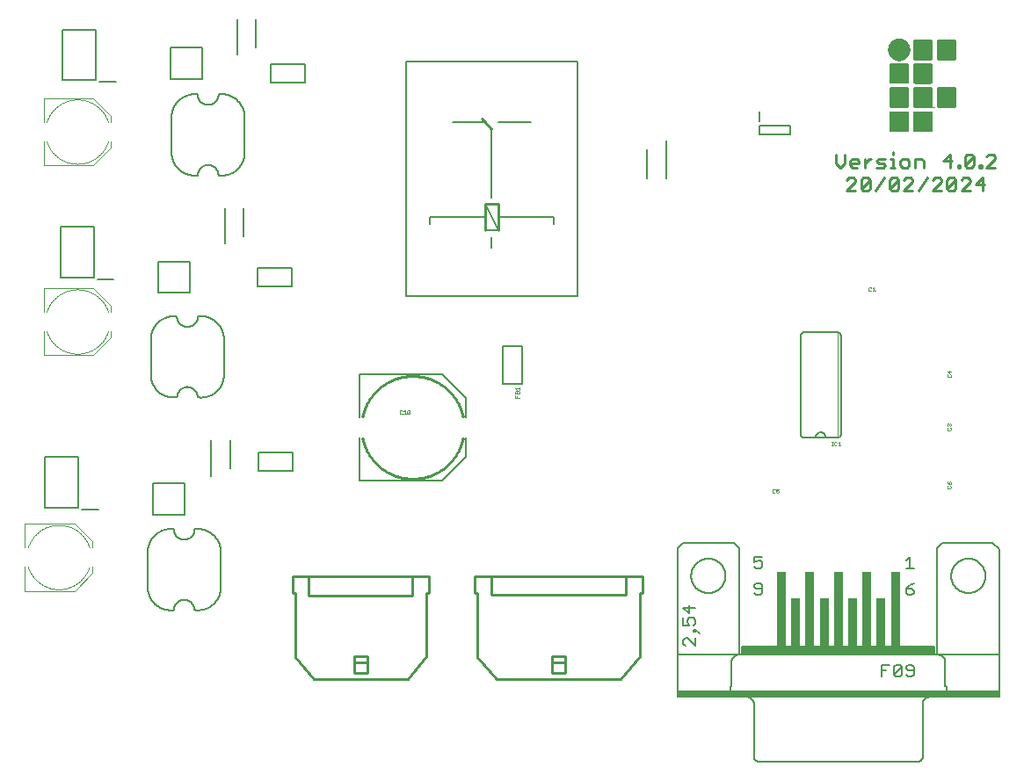
<source format=gbr>
G04 EAGLE Gerber RS-274X export*
G75*
%MOMM*%
%FSLAX34Y34*%
%LPD*%
%INSilkscreen Top*%
%IPPOS*%
%AMOC8*
5,1,8,0,0,1.08239X$1,22.5*%
G01*
%ADD10C,0.228600*%
%ADD11R,1.600000X0.020000*%
%ADD12R,1.720000X0.020000*%
%ADD13R,1.780000X0.020000*%
%ADD14R,1.820000X0.020000*%
%ADD15R,1.840000X0.020000*%
%ADD16R,1.860000X0.020000*%
%ADD17R,1.880000X0.020000*%
%ADD18R,1.900000X0.020000*%
%ADD19R,1.920000X0.020000*%
%ADD20R,1.800000X0.020000*%
%ADD21R,1.760000X0.020000*%
%ADD22R,1.680000X0.020000*%
%ADD23R,1.660000X0.020000*%
%ADD24R,1.740000X0.020000*%
%ADD25R,1.620000X0.020000*%
%ADD26R,1.560000X0.020000*%
%ADD27R,1.700000X0.020000*%
%ADD28R,0.260000X0.020000*%
%ADD29R,0.480000X0.020000*%
%ADD30R,0.620000X0.020000*%
%ADD31R,0.740000X0.020000*%
%ADD32R,0.840000X0.020000*%
%ADD33R,0.920000X0.020000*%
%ADD34R,1.000000X0.020000*%
%ADD35R,1.080000X0.020000*%
%ADD36R,1.140000X0.020000*%
%ADD37R,1.200000X0.020000*%
%ADD38R,1.260000X0.020000*%
%ADD39R,1.320000X0.020000*%
%ADD40R,1.360000X0.020000*%
%ADD41R,1.400000X0.020000*%
%ADD42R,1.440000X0.020000*%
%ADD43R,1.480000X0.020000*%
%ADD44R,1.520000X0.020000*%
%ADD45R,1.640000X0.020000*%
%ADD46R,1.960000X0.020000*%
%ADD47R,2.000000X0.020000*%
%ADD48R,2.040000X0.020000*%
%ADD49R,2.060000X0.020000*%
%ADD50R,2.080000X0.020000*%
%ADD51R,2.100000X0.020000*%
%ADD52R,2.120000X0.020000*%
%ADD53R,1.940000X0.020000*%
%ADD54R,1.580000X0.020000*%
%ADD55R,1.540000X0.020000*%
%ADD56R,1.500000X0.020000*%
%ADD57R,1.460000X0.020000*%
%ADD58R,1.420000X0.020000*%
%ADD59R,1.280000X0.020000*%
%ADD60R,1.220000X0.020000*%
%ADD61R,1.160000X0.020000*%
%ADD62R,1.040000X0.020000*%
%ADD63R,0.960000X0.020000*%
%ADD64R,0.880000X0.020000*%
%ADD65R,0.760000X0.020000*%
%ADD66R,0.660000X0.020000*%
%ADD67R,0.520000X0.020000*%
%ADD68R,0.320000X0.020000*%
%ADD69C,0.152400*%
%ADD70C,0.050800*%
%ADD71C,0.025400*%
%ADD72C,0.127000*%
%ADD73R,18.542000X0.762000*%
%ADD74R,30.988000X0.508000*%
%ADD75R,0.812800X7.239000*%
%ADD76R,0.812800X4.699000*%
%ADD77C,0.254000*%
%ADD78C,0.200000*%
%ADD79C,0.101600*%
%ADD80C,0.203200*%
%ADD81C,0.020319*%


D10*
X827635Y516170D02*
X827635Y507687D01*
X831876Y503445D01*
X836118Y507687D01*
X836118Y516170D01*
X843567Y503445D02*
X847809Y503445D01*
X843567Y503445D02*
X841447Y505566D01*
X841447Y509808D01*
X843567Y511928D01*
X847809Y511928D01*
X849930Y509808D01*
X849930Y507687D01*
X841447Y507687D01*
X855258Y503445D02*
X855258Y511928D01*
X855258Y507687D02*
X859500Y511928D01*
X861621Y511928D01*
X866768Y503445D02*
X873131Y503445D01*
X875251Y505566D01*
X873131Y507687D01*
X868889Y507687D01*
X866768Y509808D01*
X868889Y511928D01*
X875251Y511928D01*
X880580Y511928D02*
X882701Y511928D01*
X882701Y503445D01*
X880580Y503445D02*
X884822Y503445D01*
X882701Y516170D02*
X882701Y518291D01*
X891909Y503445D02*
X896150Y503445D01*
X898271Y505566D01*
X898271Y509808D01*
X896150Y511928D01*
X891909Y511928D01*
X889788Y509808D01*
X889788Y505566D01*
X891909Y503445D01*
X903600Y503445D02*
X903600Y511928D01*
X909962Y511928D01*
X912083Y509808D01*
X912083Y503445D01*
X937586Y503445D02*
X937586Y516170D01*
X931223Y509808D01*
X939706Y509808D01*
X945035Y505566D02*
X945035Y503445D01*
X945035Y505566D02*
X947156Y505566D01*
X947156Y503445D01*
X945035Y503445D01*
X951941Y505566D02*
X951941Y514049D01*
X954062Y516170D01*
X958303Y516170D01*
X960424Y514049D01*
X960424Y505566D01*
X958303Y503445D01*
X954062Y503445D01*
X951941Y505566D01*
X960424Y514049D01*
X965753Y505566D02*
X965753Y503445D01*
X965753Y505566D02*
X967873Y505566D01*
X967873Y503445D01*
X965753Y503445D01*
X972658Y503445D02*
X981142Y503445D01*
X981142Y511928D02*
X972658Y503445D01*
X981142Y511928D02*
X981142Y514049D01*
X979021Y516170D01*
X974779Y516170D01*
X972658Y514049D01*
X846477Y480945D02*
X837994Y480945D01*
X846477Y489428D01*
X846477Y491549D01*
X844356Y493670D01*
X840114Y493670D01*
X837994Y491549D01*
X851805Y491549D02*
X851805Y483066D01*
X851805Y491549D02*
X853926Y493670D01*
X858168Y493670D01*
X860289Y491549D01*
X860289Y483066D01*
X858168Y480945D01*
X853926Y480945D01*
X851805Y483066D01*
X860289Y491549D01*
X865617Y480945D02*
X874100Y493670D01*
X879429Y491549D02*
X879429Y483066D01*
X879429Y491549D02*
X881550Y493670D01*
X885791Y493670D01*
X887912Y491549D01*
X887912Y483066D01*
X885791Y480945D01*
X881550Y480945D01*
X879429Y483066D01*
X887912Y491549D01*
X893241Y480945D02*
X901724Y480945D01*
X893241Y480945D02*
X901724Y489428D01*
X901724Y491549D01*
X899603Y493670D01*
X895362Y493670D01*
X893241Y491549D01*
X907052Y480945D02*
X915536Y493670D01*
X920864Y480945D02*
X929348Y480945D01*
X929348Y489428D02*
X920864Y480945D01*
X929348Y489428D02*
X929348Y491549D01*
X927227Y493670D01*
X922985Y493670D01*
X920864Y491549D01*
X934676Y491549D02*
X934676Y483066D01*
X934676Y491549D02*
X936797Y493670D01*
X941038Y493670D01*
X943159Y491549D01*
X943159Y483066D01*
X941038Y480945D01*
X936797Y480945D01*
X934676Y483066D01*
X943159Y491549D01*
X948488Y480945D02*
X956971Y480945D01*
X948488Y480945D02*
X956971Y489428D01*
X956971Y491549D01*
X954850Y493670D01*
X950609Y493670D01*
X948488Y491549D01*
X968662Y493670D02*
X968662Y480945D01*
X962300Y487308D02*
X968662Y493670D01*
X970783Y487308D02*
X962300Y487308D01*
D11*
X888387Y537700D03*
X911587Y537700D03*
D12*
X888387Y537900D03*
X911587Y537900D03*
D13*
X888487Y538100D03*
X911487Y538100D03*
D14*
X888487Y538300D03*
X911487Y538300D03*
D15*
X888387Y538500D03*
D16*
X911487Y538500D03*
D17*
X888387Y538700D03*
X911587Y538700D03*
X888387Y538900D03*
D18*
X911487Y538900D03*
D19*
X888387Y539100D03*
D18*
X911487Y539100D03*
D19*
X888387Y539300D03*
D18*
X911487Y539300D03*
D19*
X888387Y539500D03*
X911587Y539500D03*
X888387Y539700D03*
X911587Y539700D03*
X888387Y539900D03*
X911587Y539900D03*
X888387Y540100D03*
X911587Y540100D03*
X888387Y540300D03*
X911587Y540300D03*
X888387Y540500D03*
X911587Y540500D03*
X888387Y540700D03*
X911587Y540700D03*
X888387Y540900D03*
X911587Y540900D03*
X888387Y541100D03*
X911587Y541100D03*
X888387Y541300D03*
X911587Y541300D03*
X888387Y541500D03*
X911587Y541500D03*
X888387Y541700D03*
X911587Y541700D03*
X888387Y541900D03*
X911587Y541900D03*
X888387Y542100D03*
X911587Y542100D03*
X888387Y542300D03*
X911587Y542300D03*
X888387Y542500D03*
X911587Y542500D03*
X888387Y542700D03*
X911587Y542700D03*
X888387Y542900D03*
X911587Y542900D03*
X888387Y543100D03*
X911587Y543100D03*
X888387Y543300D03*
X911587Y543300D03*
X888387Y543500D03*
X911587Y543500D03*
X888387Y543700D03*
X911587Y543700D03*
X888387Y543900D03*
X911587Y543900D03*
X888387Y544100D03*
X911587Y544100D03*
X888387Y544300D03*
X911587Y544300D03*
X888387Y544500D03*
X911587Y544500D03*
X888387Y544700D03*
X911587Y544700D03*
X888387Y544900D03*
X911587Y544900D03*
X888387Y545100D03*
X911587Y545100D03*
X888387Y545300D03*
X911587Y545300D03*
X888387Y545500D03*
X911587Y545500D03*
X888387Y545700D03*
X911587Y545700D03*
X888387Y545900D03*
X911587Y545900D03*
X888387Y546100D03*
X911587Y546100D03*
X888387Y546300D03*
X911587Y546300D03*
X888387Y546500D03*
X911587Y546500D03*
X888387Y546700D03*
X911587Y546700D03*
X888387Y546900D03*
X911587Y546900D03*
X888387Y547100D03*
X911587Y547100D03*
X888387Y547300D03*
X911587Y547300D03*
X888387Y547500D03*
X911587Y547500D03*
X888387Y547700D03*
X911587Y547700D03*
X888387Y547900D03*
X911587Y547900D03*
X888387Y548100D03*
X911587Y548100D03*
X888387Y548300D03*
X911587Y548300D03*
X888387Y548500D03*
X911587Y548500D03*
X888387Y548700D03*
X911587Y548700D03*
X888387Y548900D03*
X911587Y548900D03*
X888387Y549100D03*
X911587Y549100D03*
X888387Y549300D03*
X911587Y549300D03*
X888387Y549500D03*
X911587Y549500D03*
X888387Y549700D03*
X911587Y549700D03*
X888387Y549900D03*
X911587Y549900D03*
X888387Y550100D03*
X911587Y550100D03*
X888387Y550300D03*
X911587Y550300D03*
X888387Y550500D03*
X911587Y550500D03*
X888387Y550700D03*
X911587Y550700D03*
X888387Y550900D03*
X911587Y550900D03*
X888387Y551100D03*
X911587Y551100D03*
X888387Y551300D03*
X911587Y551300D03*
X888387Y551500D03*
X911587Y551500D03*
X888387Y551700D03*
X911587Y551700D03*
X888387Y551900D03*
X911587Y551900D03*
X888387Y552100D03*
X911587Y552100D03*
X888387Y552300D03*
X911587Y552300D03*
X888387Y552500D03*
X911587Y552500D03*
X888387Y552700D03*
X911587Y552700D03*
X888387Y552900D03*
X911587Y552900D03*
X888387Y553100D03*
X911587Y553100D03*
X888387Y553300D03*
X911587Y553300D03*
X888387Y553500D03*
X911587Y553500D03*
X888387Y553700D03*
X911587Y553700D03*
X888387Y553900D03*
X911587Y553900D03*
X888387Y554100D03*
X911587Y554100D03*
X888387Y554300D03*
X911587Y554300D03*
X888387Y554500D03*
X911587Y554500D03*
X888387Y554700D03*
X911587Y554700D03*
X888387Y554900D03*
X911587Y554900D03*
X888387Y555100D03*
X911587Y555100D03*
X888387Y555300D03*
D18*
X911487Y555300D03*
X888487Y555500D03*
X911487Y555500D03*
D17*
X888387Y555700D03*
X911587Y555700D03*
X888387Y555900D03*
D16*
X911487Y555900D03*
D15*
X888387Y556100D03*
X911587Y556100D03*
D20*
X888387Y556300D03*
X911587Y556300D03*
D21*
X888387Y556500D03*
X911587Y556500D03*
D22*
X888387Y556700D03*
X911587Y556700D03*
D23*
X888487Y560900D03*
X911487Y560900D03*
X934487Y560900D03*
D21*
X888387Y561100D03*
D24*
X911487Y561100D03*
X934487Y561100D03*
D20*
X888387Y561300D03*
X911587Y561300D03*
X934387Y561300D03*
D15*
X888387Y561500D03*
X911587Y561500D03*
X934387Y561500D03*
D16*
X888487Y561700D03*
X911487Y561700D03*
X934487Y561700D03*
D17*
X888387Y561900D03*
X911587Y561900D03*
X934387Y561900D03*
D18*
X888487Y562100D03*
X911487Y562100D03*
X934487Y562100D03*
D19*
X888387Y562300D03*
D18*
X911487Y562300D03*
X934487Y562300D03*
D19*
X888387Y562500D03*
X911587Y562500D03*
X934387Y562500D03*
X888387Y562700D03*
X911587Y562700D03*
X934387Y562700D03*
X888387Y562900D03*
X911587Y562900D03*
X934387Y562900D03*
X888387Y563100D03*
X911587Y563100D03*
X934387Y563100D03*
X888387Y563300D03*
X911587Y563300D03*
X934387Y563300D03*
X888387Y563500D03*
X911587Y563500D03*
X934387Y563500D03*
X888387Y563700D03*
X911587Y563700D03*
X934387Y563700D03*
X888387Y563900D03*
X911587Y563900D03*
X934387Y563900D03*
X888387Y564100D03*
X911587Y564100D03*
X934387Y564100D03*
X888387Y564300D03*
X911587Y564300D03*
X934387Y564300D03*
X888387Y564500D03*
X911587Y564500D03*
X934387Y564500D03*
X888387Y564700D03*
X911587Y564700D03*
X934387Y564700D03*
X888387Y564900D03*
X911587Y564900D03*
X934387Y564900D03*
X888387Y565100D03*
X911587Y565100D03*
X934387Y565100D03*
X888387Y565300D03*
X911587Y565300D03*
X934387Y565300D03*
X888387Y565500D03*
X911587Y565500D03*
X934387Y565500D03*
X888387Y565700D03*
X911587Y565700D03*
X934387Y565700D03*
X888387Y565900D03*
X911587Y565900D03*
X934387Y565900D03*
X888387Y566100D03*
X911587Y566100D03*
X934387Y566100D03*
X888387Y566300D03*
X911587Y566300D03*
X934387Y566300D03*
X888387Y566500D03*
X911587Y566500D03*
X934387Y566500D03*
X888387Y566700D03*
X911587Y566700D03*
X934387Y566700D03*
X888387Y566900D03*
X911587Y566900D03*
X888387Y567100D03*
X911587Y567100D03*
X934387Y567100D03*
X888387Y567300D03*
X911587Y567300D03*
X934387Y567300D03*
X888387Y567500D03*
X911587Y567500D03*
X934387Y567500D03*
X888387Y567700D03*
X911587Y567700D03*
X934387Y567700D03*
X888387Y567900D03*
X911587Y567900D03*
X934387Y567900D03*
X888387Y568100D03*
X911587Y568100D03*
X934387Y568100D03*
X888387Y568300D03*
X911587Y568300D03*
X934387Y568300D03*
X888387Y568500D03*
X911587Y568500D03*
X934387Y568500D03*
X888387Y568700D03*
X911587Y568700D03*
X934387Y568700D03*
X888387Y568900D03*
X911587Y568900D03*
X934387Y568900D03*
X888387Y569100D03*
X911587Y569100D03*
X934387Y569100D03*
X888387Y569300D03*
X911587Y569300D03*
X934387Y569300D03*
X888387Y569500D03*
X911587Y569500D03*
X934387Y569500D03*
X888387Y569700D03*
X911587Y569700D03*
X934387Y569700D03*
X888387Y569900D03*
X911587Y569900D03*
X934387Y569900D03*
X888387Y570100D03*
X911587Y570100D03*
X934387Y570100D03*
X888387Y570300D03*
X911587Y570300D03*
X934387Y570300D03*
X888387Y570500D03*
X911587Y570500D03*
X934387Y570500D03*
X888387Y570700D03*
X911587Y570700D03*
X934387Y570700D03*
X888387Y570900D03*
X911587Y570900D03*
X934387Y570900D03*
X888387Y571100D03*
X911587Y571100D03*
X934387Y571100D03*
X888387Y571300D03*
X911587Y571300D03*
X934387Y571300D03*
X888387Y571500D03*
X911587Y571500D03*
X934387Y571500D03*
X888387Y571700D03*
X911587Y571700D03*
X934387Y571700D03*
X888387Y571900D03*
X911587Y571900D03*
X934387Y571900D03*
X888387Y572100D03*
X934387Y572100D03*
X888387Y572300D03*
X911587Y572300D03*
X934387Y572300D03*
X888387Y572500D03*
X911587Y572500D03*
X934387Y572500D03*
X888387Y572700D03*
X911587Y572700D03*
X934387Y572700D03*
X888387Y572900D03*
X911587Y572900D03*
X934387Y572900D03*
X888387Y573100D03*
X911587Y573100D03*
X934387Y573100D03*
X888387Y573300D03*
X911587Y573300D03*
X934387Y573300D03*
X888387Y573500D03*
X911587Y573500D03*
X934387Y573500D03*
X888387Y573700D03*
X911587Y573700D03*
X934387Y573700D03*
X888387Y573900D03*
X911587Y573900D03*
X934387Y573900D03*
X888387Y574100D03*
X911587Y574100D03*
X934387Y574100D03*
X888387Y574300D03*
X911587Y574300D03*
X934387Y574300D03*
X888387Y574500D03*
X911587Y574500D03*
X934387Y574500D03*
X888387Y574700D03*
X911587Y574700D03*
X934387Y574700D03*
X888387Y574900D03*
X911587Y574900D03*
X934387Y574900D03*
X888387Y575100D03*
X911587Y575100D03*
X934387Y575100D03*
X888387Y575300D03*
X911587Y575300D03*
X934387Y575300D03*
X888387Y575500D03*
X911587Y575500D03*
X934387Y575500D03*
X888387Y575700D03*
X911587Y575700D03*
X934387Y575700D03*
X888387Y575900D03*
X911587Y575900D03*
X934387Y575900D03*
X888387Y576100D03*
X911587Y576100D03*
X934387Y576100D03*
X888387Y576300D03*
X911587Y576300D03*
X934387Y576300D03*
X888387Y576500D03*
X911587Y576500D03*
X934387Y576500D03*
X888387Y576700D03*
X911587Y576700D03*
X934387Y576700D03*
X888387Y576900D03*
X911587Y576900D03*
X934387Y576900D03*
X888387Y577100D03*
X911587Y577100D03*
X934387Y577100D03*
X888387Y577300D03*
X911587Y577300D03*
X934387Y577300D03*
X888387Y577500D03*
X911587Y577500D03*
X934387Y577500D03*
X888387Y577700D03*
X911587Y577700D03*
X934387Y577700D03*
X888387Y577900D03*
X911587Y577900D03*
X934387Y577900D03*
X888387Y578100D03*
X911587Y578100D03*
X934387Y578100D03*
X888387Y578300D03*
D18*
X934487Y578300D03*
D19*
X888387Y578500D03*
D18*
X911487Y578500D03*
X934487Y578500D03*
D17*
X888387Y578700D03*
D18*
X911487Y578700D03*
X934487Y578700D03*
D17*
X888387Y578900D03*
X911587Y578900D03*
X934387Y578900D03*
D15*
X888387Y579100D03*
D16*
X911487Y579100D03*
X934487Y579100D03*
D15*
X888387Y579300D03*
D14*
X911487Y579300D03*
X934487Y579300D03*
D20*
X888387Y579500D03*
D13*
X911487Y579500D03*
X934487Y579500D03*
D12*
X888387Y579700D03*
D24*
X911487Y579700D03*
X934487Y579700D03*
D25*
X888487Y579900D03*
X911487Y579900D03*
X934487Y579900D03*
D26*
X911587Y583900D03*
D12*
X888387Y584100D03*
D27*
X911487Y584100D03*
D21*
X888387Y584300D03*
D13*
X911487Y584300D03*
D20*
X888387Y584500D03*
D14*
X911487Y584500D03*
D15*
X888387Y584700D03*
D16*
X911487Y584700D03*
D17*
X888387Y584900D03*
D16*
X911487Y584900D03*
D17*
X888387Y585100D03*
D18*
X911487Y585100D03*
X888487Y585300D03*
X911487Y585300D03*
D19*
X888387Y585500D03*
D18*
X911487Y585500D03*
D19*
X888387Y585700D03*
X911587Y585700D03*
X888387Y585900D03*
X911587Y585900D03*
X888387Y586100D03*
X911587Y586100D03*
X888387Y586300D03*
X911587Y586300D03*
X888387Y586500D03*
X911587Y586500D03*
X888387Y586700D03*
X911587Y586700D03*
X888387Y586900D03*
X911587Y586900D03*
X888387Y587100D03*
X911587Y587100D03*
X888387Y587300D03*
X911587Y587300D03*
X888387Y587500D03*
X911587Y587500D03*
X888387Y587700D03*
X911587Y587700D03*
X888387Y587900D03*
X911587Y587900D03*
X888387Y588100D03*
X911587Y588100D03*
X888387Y588300D03*
X913873Y560868D03*
X888387Y588500D03*
X911587Y588500D03*
X888387Y588700D03*
X911587Y588700D03*
X888387Y588900D03*
X911587Y588900D03*
X888387Y589100D03*
X911587Y589100D03*
X888387Y589300D03*
X911587Y589300D03*
X888387Y589500D03*
X911587Y589500D03*
X888387Y589700D03*
X911587Y589700D03*
X888387Y589900D03*
X911587Y589900D03*
X888387Y590100D03*
X911587Y590100D03*
X888387Y590300D03*
X911587Y590300D03*
X888387Y590500D03*
X911587Y590500D03*
X888387Y590700D03*
X911587Y590700D03*
X888387Y590900D03*
X911587Y590900D03*
X888387Y591100D03*
X911587Y591100D03*
X888387Y591300D03*
X911587Y591300D03*
X888387Y591500D03*
X911587Y591500D03*
X888387Y591700D03*
X911587Y591700D03*
X888387Y591900D03*
X911587Y591900D03*
X888387Y592100D03*
X911587Y592100D03*
X888387Y592300D03*
X911587Y592300D03*
X888387Y592500D03*
X911587Y592500D03*
X888387Y592700D03*
X911587Y592700D03*
X888387Y592900D03*
X911587Y592900D03*
X888387Y593100D03*
X911587Y593100D03*
X888387Y593300D03*
X911587Y593300D03*
X888387Y593500D03*
X911587Y593500D03*
X888387Y593700D03*
X911587Y593700D03*
X888387Y593900D03*
X911587Y593900D03*
X888387Y594100D03*
X911587Y594100D03*
X888387Y594300D03*
X911587Y594300D03*
X888387Y594500D03*
X911587Y594500D03*
X888387Y594700D03*
X911587Y594700D03*
X888387Y594900D03*
X911587Y594900D03*
X888387Y595100D03*
X911587Y595100D03*
X888387Y595300D03*
X911587Y595300D03*
X888387Y595500D03*
X911587Y595500D03*
X888387Y595700D03*
X911587Y595700D03*
X888387Y595900D03*
X911587Y595900D03*
X888387Y596100D03*
X911587Y596100D03*
X888387Y596300D03*
X911587Y596300D03*
X888387Y596500D03*
X911587Y596500D03*
X888387Y596700D03*
X911587Y596700D03*
X888387Y596900D03*
X911587Y596900D03*
X888387Y597100D03*
X911587Y597100D03*
X888387Y597300D03*
X911587Y597300D03*
X888387Y597500D03*
X911587Y597500D03*
X888387Y597700D03*
X911587Y597700D03*
X888387Y597900D03*
X911587Y597900D03*
X888387Y598100D03*
X911587Y598100D03*
X888387Y598300D03*
X911587Y598300D03*
X888387Y598500D03*
X911587Y598500D03*
X888387Y598700D03*
X911587Y598700D03*
X888387Y598900D03*
X911587Y598900D03*
X888387Y599100D03*
X911587Y599100D03*
X888387Y599300D03*
X888387Y599500D03*
X911587Y599500D03*
X888387Y599700D03*
X911587Y599700D03*
X888387Y599900D03*
X911587Y599900D03*
X888387Y600100D03*
X911587Y600100D03*
X888387Y600300D03*
X911587Y600300D03*
X888387Y600500D03*
X911587Y600500D03*
X888387Y600700D03*
X911587Y600700D03*
X888387Y600900D03*
X911587Y600900D03*
X888387Y601100D03*
X911587Y601100D03*
X888387Y601300D03*
X911587Y601300D03*
X888387Y601500D03*
D18*
X911487Y601500D03*
X888487Y601700D03*
X911487Y601700D03*
D17*
X888387Y601900D03*
D18*
X911487Y601900D03*
D17*
X888387Y602100D03*
D16*
X911487Y602100D03*
D15*
X888387Y602300D03*
X911587Y602300D03*
D20*
X888387Y602500D03*
D14*
X911487Y602500D03*
D21*
X888387Y602700D03*
X911587Y602700D03*
D22*
X888387Y602900D03*
D27*
X911487Y602900D03*
D28*
X888487Y605900D03*
D29*
X888387Y606100D03*
D30*
X888487Y606300D03*
D31*
X888487Y606500D03*
D32*
X888387Y606700D03*
D33*
X888387Y606900D03*
D25*
X911487Y606900D03*
X934487Y606900D03*
D34*
X888387Y607100D03*
D24*
X911487Y607100D03*
X934487Y607100D03*
D35*
X888387Y607300D03*
D13*
X911487Y607300D03*
X934487Y607300D03*
D36*
X888487Y607500D03*
D14*
X911487Y607500D03*
X934487Y607500D03*
D37*
X888387Y607700D03*
D16*
X911487Y607700D03*
X934487Y607700D03*
D38*
X888487Y607900D03*
D17*
X911587Y607900D03*
X934387Y607900D03*
D39*
X888387Y608100D03*
D18*
X911487Y608100D03*
X934487Y608100D03*
D40*
X888387Y608300D03*
D18*
X911487Y608300D03*
X934487Y608300D03*
D41*
X888387Y608500D03*
D19*
X911587Y608500D03*
D18*
X934487Y608500D03*
D42*
X888387Y608700D03*
D19*
X911587Y608700D03*
X934387Y608700D03*
D43*
X888387Y608900D03*
D19*
X911587Y608900D03*
X934387Y608900D03*
D44*
X888387Y609100D03*
D19*
X911587Y609100D03*
X934387Y609100D03*
D26*
X888387Y609300D03*
D19*
X911587Y609300D03*
X934387Y609300D03*
D11*
X888387Y609500D03*
D19*
X911587Y609500D03*
X934387Y609500D03*
D45*
X888387Y609700D03*
D19*
X911587Y609700D03*
X934387Y609700D03*
D22*
X888387Y609900D03*
D19*
X911587Y609900D03*
X934387Y609900D03*
D27*
X888487Y610100D03*
D19*
X911587Y610100D03*
X934387Y610100D03*
D12*
X888387Y610300D03*
D19*
X911587Y610300D03*
X934387Y610300D03*
D21*
X888387Y610500D03*
D19*
X911587Y610500D03*
X934387Y610500D03*
D13*
X888487Y610700D03*
D19*
X911587Y610700D03*
X934387Y610700D03*
D20*
X888387Y610900D03*
D19*
X911587Y610900D03*
X934387Y610900D03*
D15*
X888387Y611100D03*
D19*
X911587Y611100D03*
X934387Y611100D03*
D15*
X888387Y611300D03*
D19*
X911587Y611300D03*
X934387Y611300D03*
D17*
X888387Y611500D03*
D19*
X911587Y611500D03*
X934387Y611500D03*
D18*
X888487Y611700D03*
D19*
X911587Y611700D03*
X934387Y611700D03*
X888387Y611900D03*
X911587Y611900D03*
X934387Y611900D03*
X888387Y612100D03*
X911587Y612100D03*
X934387Y612100D03*
D46*
X888387Y612300D03*
D19*
X911587Y612300D03*
X934387Y612300D03*
D46*
X888387Y612500D03*
D19*
X911587Y612500D03*
X934387Y612500D03*
D47*
X888387Y612700D03*
D19*
X911587Y612700D03*
X934387Y612700D03*
D47*
X888387Y612900D03*
D19*
X911587Y612900D03*
X934387Y612900D03*
D47*
X888387Y613100D03*
D19*
X911587Y613100D03*
X934387Y613100D03*
D48*
X888387Y613300D03*
D19*
X911587Y613300D03*
X934387Y613300D03*
D48*
X888387Y613500D03*
D19*
X911587Y613500D03*
X934387Y613500D03*
D48*
X888387Y613700D03*
D19*
X911587Y613700D03*
X934387Y613700D03*
D49*
X888487Y613900D03*
D19*
X911587Y613900D03*
X934387Y613900D03*
D50*
X888387Y614100D03*
D19*
X911587Y614100D03*
X934387Y614100D03*
D50*
X888387Y614300D03*
D19*
X911587Y614300D03*
X934387Y614300D03*
D50*
X888387Y614500D03*
D19*
X911587Y614500D03*
X934387Y614500D03*
D50*
X888387Y614700D03*
D19*
X911587Y614700D03*
X934387Y614700D03*
D51*
X888487Y614900D03*
D19*
X911587Y614900D03*
X934387Y614900D03*
D52*
X888387Y615100D03*
D19*
X911587Y615100D03*
X934387Y615100D03*
D52*
X888387Y615300D03*
D19*
X911587Y615300D03*
X934387Y615300D03*
D52*
X888387Y615500D03*
D19*
X911587Y615500D03*
X934387Y615500D03*
D52*
X888387Y615700D03*
D19*
X911587Y615700D03*
X934387Y615700D03*
D52*
X888387Y615900D03*
D19*
X911587Y615900D03*
X934387Y615900D03*
D52*
X888387Y616100D03*
D19*
X911587Y616100D03*
X934387Y616100D03*
D52*
X888387Y616300D03*
D19*
X911587Y616300D03*
X934387Y616300D03*
D52*
X888387Y616500D03*
D19*
X911587Y616500D03*
X934387Y616500D03*
D52*
X888387Y616700D03*
D19*
X911587Y616700D03*
X934387Y616700D03*
D52*
X888387Y616900D03*
D19*
X911587Y616900D03*
X934387Y616900D03*
D52*
X888387Y617100D03*
D19*
X911587Y617100D03*
X934387Y617100D03*
D52*
X888387Y617300D03*
D19*
X911587Y617300D03*
X934387Y617300D03*
D52*
X888387Y617500D03*
D19*
X911587Y617500D03*
X934387Y617500D03*
D52*
X888387Y617700D03*
D19*
X911587Y617700D03*
X934387Y617700D03*
D51*
X888487Y617900D03*
D19*
X911587Y617900D03*
X934387Y617900D03*
D50*
X888387Y618100D03*
D19*
X911587Y618100D03*
X934387Y618100D03*
D50*
X888387Y618300D03*
D19*
X911587Y618300D03*
X934387Y618300D03*
D50*
X888387Y618500D03*
D19*
X911587Y618500D03*
X934387Y618500D03*
D50*
X888387Y618700D03*
D19*
X911587Y618700D03*
X934387Y618700D03*
D49*
X888487Y618900D03*
D19*
X911587Y618900D03*
X934387Y618900D03*
D48*
X888387Y619100D03*
D19*
X911587Y619100D03*
X934387Y619100D03*
D48*
X888387Y619300D03*
D19*
X911587Y619300D03*
X934387Y619300D03*
D48*
X888387Y619500D03*
D19*
X911587Y619500D03*
X934387Y619500D03*
D47*
X888387Y619700D03*
D19*
X911587Y619700D03*
X934387Y619700D03*
D47*
X888387Y619900D03*
D19*
X911587Y619900D03*
X934387Y619900D03*
X911587Y620100D03*
X934387Y620100D03*
D46*
X888387Y620300D03*
D19*
X911587Y620300D03*
X934387Y620300D03*
D46*
X888387Y620500D03*
D19*
X911587Y620500D03*
X934387Y620500D03*
D53*
X888487Y620700D03*
D19*
X911587Y620700D03*
X934387Y620700D03*
X888387Y620900D03*
X911587Y620900D03*
X934387Y620900D03*
D18*
X888487Y621100D03*
D19*
X911587Y621100D03*
X934387Y621100D03*
D17*
X888387Y621300D03*
D19*
X911587Y621300D03*
X934387Y621300D03*
D16*
X888487Y621500D03*
D19*
X911587Y621500D03*
X934387Y621500D03*
D15*
X888387Y621700D03*
D19*
X911587Y621700D03*
X934387Y621700D03*
D20*
X888387Y621900D03*
D19*
X911587Y621900D03*
X934387Y621900D03*
D20*
X888387Y622100D03*
D19*
X911587Y622100D03*
X934387Y622100D03*
D21*
X888387Y622300D03*
D19*
X911587Y622300D03*
X934387Y622300D03*
D24*
X888487Y622500D03*
D19*
X911587Y622500D03*
X934387Y622500D03*
D12*
X888387Y622700D03*
D19*
X911587Y622700D03*
X934387Y622700D03*
D22*
X888387Y622900D03*
D19*
X911587Y622900D03*
X934387Y622900D03*
D45*
X888387Y623100D03*
D19*
X911587Y623100D03*
X934387Y623100D03*
D11*
X888387Y623300D03*
D19*
X911587Y623300D03*
X934387Y623300D03*
D54*
X888487Y623500D03*
D19*
X911587Y623500D03*
X934387Y623500D03*
D55*
X888487Y623700D03*
D19*
X911587Y623700D03*
X934387Y623700D03*
D56*
X888487Y623900D03*
D19*
X911587Y623900D03*
X934387Y623900D03*
D57*
X888487Y624100D03*
D19*
X911587Y624100D03*
X934387Y624100D03*
D58*
X888487Y624300D03*
D19*
X911587Y624300D03*
D18*
X934487Y624300D03*
D40*
X888387Y624500D03*
D18*
X911487Y624500D03*
X934487Y624500D03*
D39*
X888387Y624700D03*
D18*
X911487Y624700D03*
X934487Y624700D03*
D59*
X888387Y624900D03*
D17*
X911587Y624900D03*
X934387Y624900D03*
D60*
X888487Y625100D03*
D16*
X911487Y625100D03*
X934487Y625100D03*
D61*
X888387Y625300D03*
D15*
X911587Y625300D03*
D14*
X934487Y625300D03*
D35*
X888387Y625500D03*
D20*
X911587Y625500D03*
X934387Y625500D03*
D62*
X888387Y625700D03*
D24*
X911487Y625700D03*
X934487Y625700D03*
D63*
X888387Y625900D03*
D23*
X911487Y625900D03*
X934487Y625900D03*
D64*
X888387Y626100D03*
D65*
X888387Y626300D03*
D66*
X888487Y626500D03*
D67*
X888387Y626700D03*
D68*
X888387Y626900D03*
D19*
X911587Y599300D03*
D47*
X888387Y620100D03*
D69*
X793442Y340990D02*
X793442Y247010D01*
X832558Y340990D02*
X832556Y341112D01*
X832550Y341234D01*
X832540Y341356D01*
X832527Y341477D01*
X832509Y341598D01*
X832488Y341718D01*
X832462Y341838D01*
X832433Y341956D01*
X832401Y342074D01*
X832364Y342191D01*
X832324Y342306D01*
X832280Y342420D01*
X832232Y342532D01*
X832181Y342643D01*
X832126Y342752D01*
X832068Y342860D01*
X832006Y342965D01*
X831941Y343068D01*
X831873Y343170D01*
X831801Y343269D01*
X831727Y343365D01*
X831649Y343460D01*
X831568Y343551D01*
X831485Y343641D01*
X831399Y343727D01*
X831309Y343810D01*
X831218Y343891D01*
X831123Y343969D01*
X831027Y344043D01*
X830928Y344115D01*
X830826Y344183D01*
X830723Y344248D01*
X830618Y344310D01*
X830510Y344368D01*
X830401Y344423D01*
X830290Y344474D01*
X830178Y344522D01*
X830064Y344566D01*
X829949Y344606D01*
X829832Y344643D01*
X829714Y344675D01*
X829596Y344704D01*
X829476Y344730D01*
X829356Y344751D01*
X829235Y344769D01*
X829114Y344782D01*
X828992Y344792D01*
X828870Y344798D01*
X828748Y344800D01*
X793442Y247010D02*
X793444Y246888D01*
X793450Y246766D01*
X793460Y246644D01*
X793473Y246523D01*
X793491Y246402D01*
X793512Y246282D01*
X793538Y246162D01*
X793567Y246044D01*
X793599Y245926D01*
X793636Y245809D01*
X793676Y245694D01*
X793720Y245580D01*
X793768Y245468D01*
X793819Y245357D01*
X793874Y245248D01*
X793932Y245140D01*
X793994Y245035D01*
X794059Y244932D01*
X794127Y244830D01*
X794199Y244731D01*
X794273Y244635D01*
X794351Y244540D01*
X794432Y244449D01*
X794515Y244359D01*
X794601Y244273D01*
X794691Y244190D01*
X794782Y244109D01*
X794877Y244031D01*
X794973Y243957D01*
X795072Y243885D01*
X795174Y243817D01*
X795277Y243752D01*
X795382Y243690D01*
X795490Y243632D01*
X795599Y243577D01*
X795710Y243526D01*
X795822Y243478D01*
X795936Y243434D01*
X796051Y243394D01*
X796168Y243357D01*
X796286Y243325D01*
X796404Y243296D01*
X796524Y243270D01*
X796644Y243249D01*
X796765Y243231D01*
X796886Y243218D01*
X797008Y243208D01*
X797130Y243202D01*
X797252Y243200D01*
X793442Y340990D02*
X793444Y341112D01*
X793450Y341234D01*
X793460Y341356D01*
X793473Y341477D01*
X793491Y341598D01*
X793512Y341718D01*
X793538Y341838D01*
X793567Y341956D01*
X793599Y342074D01*
X793636Y342191D01*
X793676Y342306D01*
X793720Y342420D01*
X793768Y342532D01*
X793819Y342643D01*
X793874Y342752D01*
X793932Y342860D01*
X793994Y342965D01*
X794059Y343068D01*
X794127Y343170D01*
X794199Y343269D01*
X794273Y343365D01*
X794351Y343460D01*
X794432Y343551D01*
X794515Y343641D01*
X794601Y343727D01*
X794691Y343810D01*
X794782Y343891D01*
X794877Y343969D01*
X794973Y344043D01*
X795072Y344115D01*
X795174Y344183D01*
X795277Y344248D01*
X795382Y344310D01*
X795490Y344368D01*
X795599Y344423D01*
X795710Y344474D01*
X795822Y344522D01*
X795936Y344566D01*
X796051Y344606D01*
X796168Y344643D01*
X796286Y344675D01*
X796404Y344704D01*
X796524Y344730D01*
X796644Y344751D01*
X796765Y344769D01*
X796886Y344782D01*
X797008Y344792D01*
X797130Y344798D01*
X797252Y344800D01*
X832558Y247010D02*
X832556Y246888D01*
X832550Y246766D01*
X832540Y246644D01*
X832527Y246523D01*
X832509Y246402D01*
X832488Y246282D01*
X832462Y246162D01*
X832433Y246044D01*
X832401Y245926D01*
X832364Y245809D01*
X832324Y245694D01*
X832280Y245580D01*
X832232Y245468D01*
X832181Y245357D01*
X832126Y245248D01*
X832068Y245140D01*
X832006Y245035D01*
X831941Y244932D01*
X831873Y244830D01*
X831801Y244731D01*
X831727Y244635D01*
X831649Y244540D01*
X831568Y244449D01*
X831485Y244359D01*
X831399Y244273D01*
X831309Y244190D01*
X831218Y244109D01*
X831123Y244031D01*
X831027Y243957D01*
X830928Y243885D01*
X830826Y243817D01*
X830723Y243752D01*
X830618Y243690D01*
X830510Y243632D01*
X830401Y243577D01*
X830290Y243526D01*
X830178Y243478D01*
X830064Y243434D01*
X829949Y243394D01*
X829832Y243357D01*
X829714Y243325D01*
X829596Y243296D01*
X829476Y243270D01*
X829356Y243249D01*
X829235Y243231D01*
X829114Y243218D01*
X828992Y243208D01*
X828870Y243202D01*
X828748Y243200D01*
X832558Y247010D02*
X832558Y340990D01*
X828748Y344800D02*
X797252Y344800D01*
X797252Y243200D02*
X828748Y243200D01*
X818080Y243200D02*
X818078Y243341D01*
X818072Y243482D01*
X818062Y243623D01*
X818049Y243764D01*
X818031Y243904D01*
X818009Y244043D01*
X817984Y244182D01*
X817955Y244321D01*
X817922Y244458D01*
X817885Y244594D01*
X817844Y244729D01*
X817800Y244864D01*
X817752Y244996D01*
X817700Y245128D01*
X817645Y245258D01*
X817586Y245386D01*
X817523Y245513D01*
X817457Y245637D01*
X817388Y245760D01*
X817315Y245881D01*
X817239Y246000D01*
X817159Y246117D01*
X817076Y246231D01*
X816991Y246344D01*
X816902Y246453D01*
X816810Y246561D01*
X816715Y246665D01*
X816617Y246767D01*
X816516Y246866D01*
X816413Y246963D01*
X816307Y247056D01*
X816199Y247146D01*
X816088Y247234D01*
X815975Y247318D01*
X815859Y247399D01*
X815741Y247477D01*
X815621Y247552D01*
X815499Y247623D01*
X815375Y247691D01*
X815249Y247755D01*
X815122Y247816D01*
X814993Y247873D01*
X814862Y247926D01*
X814730Y247976D01*
X814597Y248023D01*
X814462Y248065D01*
X814326Y248104D01*
X814189Y248139D01*
X814052Y248170D01*
X813913Y248197D01*
X813774Y248221D01*
X813634Y248240D01*
X813494Y248256D01*
X813353Y248268D01*
X813212Y248276D01*
X813071Y248280D01*
X812929Y248280D01*
X812788Y248276D01*
X812647Y248268D01*
X812506Y248256D01*
X812366Y248240D01*
X812226Y248221D01*
X812087Y248197D01*
X811948Y248170D01*
X811811Y248139D01*
X811674Y248104D01*
X811538Y248065D01*
X811403Y248023D01*
X811270Y247976D01*
X811138Y247926D01*
X811007Y247873D01*
X810878Y247816D01*
X810751Y247755D01*
X810625Y247691D01*
X810501Y247623D01*
X810379Y247552D01*
X810259Y247477D01*
X810141Y247399D01*
X810025Y247318D01*
X809912Y247234D01*
X809801Y247146D01*
X809693Y247056D01*
X809587Y246963D01*
X809484Y246866D01*
X809383Y246767D01*
X809285Y246665D01*
X809190Y246561D01*
X809098Y246453D01*
X809009Y246344D01*
X808924Y246231D01*
X808841Y246117D01*
X808761Y246000D01*
X808685Y245881D01*
X808612Y245760D01*
X808543Y245637D01*
X808477Y245513D01*
X808414Y245386D01*
X808355Y245258D01*
X808300Y245128D01*
X808248Y244996D01*
X808200Y244864D01*
X808156Y244729D01*
X808115Y244594D01*
X808078Y244458D01*
X808045Y244321D01*
X808016Y244182D01*
X807991Y244043D01*
X807969Y243904D01*
X807951Y243764D01*
X807938Y243623D01*
X807928Y243482D01*
X807922Y243341D01*
X807920Y243200D01*
D70*
X829002Y243200D02*
X829002Y344800D01*
X824781Y235580D02*
X823595Y235580D01*
X824188Y235580D02*
X824188Y239139D01*
X823595Y239139D02*
X824781Y239139D01*
X827869Y239139D02*
X828463Y238546D01*
X827869Y239139D02*
X826683Y239139D01*
X826090Y238546D01*
X826090Y236173D01*
X826683Y235580D01*
X827869Y235580D01*
X828463Y236173D01*
X829832Y237953D02*
X831018Y239139D01*
X831018Y235580D01*
X829832Y235580D02*
X832205Y235580D01*
D71*
X861885Y387541D02*
X861249Y388176D01*
X859978Y388176D01*
X859343Y387541D01*
X859343Y384999D01*
X859978Y384363D01*
X861249Y384363D01*
X861885Y384999D01*
X863085Y386905D02*
X864356Y388176D01*
X864356Y384363D01*
X863085Y384363D02*
X865627Y384363D01*
X935459Y252885D02*
X934824Y252249D01*
X934824Y250978D01*
X935459Y250343D01*
X938001Y250343D01*
X938637Y250978D01*
X938637Y252249D01*
X938001Y252885D01*
X935459Y254085D02*
X934824Y254720D01*
X934824Y255992D01*
X935459Y256627D01*
X936095Y256627D01*
X936730Y255992D01*
X936730Y255356D01*
X936730Y255992D02*
X937366Y256627D01*
X938001Y256627D01*
X938637Y255992D01*
X938637Y254720D01*
X938001Y254085D01*
X934824Y303249D02*
X935459Y303885D01*
X934824Y303249D02*
X934824Y301978D01*
X935459Y301343D01*
X938001Y301343D01*
X938637Y301978D01*
X938637Y303249D01*
X938001Y303885D01*
X938637Y306992D02*
X934824Y306992D01*
X936730Y305085D01*
X936730Y307627D01*
X768969Y193005D02*
X768334Y193640D01*
X767063Y193640D01*
X766427Y193005D01*
X766427Y190463D01*
X767063Y189827D01*
X768334Y189827D01*
X768969Y190463D01*
X770169Y193640D02*
X772711Y193640D01*
X770169Y193640D02*
X770169Y191734D01*
X771440Y192369D01*
X772076Y192369D01*
X772711Y191734D01*
X772711Y190463D01*
X772076Y189827D01*
X770805Y189827D01*
X770169Y190463D01*
X934824Y196249D02*
X935459Y196885D01*
X934824Y196249D02*
X934824Y194978D01*
X935459Y194343D01*
X938001Y194343D01*
X938637Y194978D01*
X938637Y196249D01*
X938001Y196885D01*
X935459Y199356D02*
X934824Y200627D01*
X935459Y199356D02*
X936730Y198085D01*
X938001Y198085D01*
X938637Y198720D01*
X938637Y199992D01*
X938001Y200627D01*
X937366Y200627D01*
X936730Y199992D01*
X936730Y198085D01*
D69*
X906200Y-69070D02*
X903660Y-69070D01*
X906200Y-69070D02*
X906340Y-69068D01*
X906480Y-69062D01*
X906620Y-69053D01*
X906759Y-69039D01*
X906898Y-69022D01*
X907036Y-69001D01*
X907174Y-68976D01*
X907311Y-68947D01*
X907447Y-68915D01*
X907582Y-68878D01*
X907716Y-68838D01*
X907849Y-68795D01*
X907981Y-68747D01*
X908112Y-68697D01*
X908241Y-68642D01*
X908368Y-68584D01*
X908494Y-68523D01*
X908618Y-68458D01*
X908740Y-68389D01*
X908860Y-68318D01*
X908978Y-68243D01*
X909095Y-68165D01*
X909209Y-68083D01*
X909320Y-67999D01*
X909429Y-67911D01*
X909536Y-67821D01*
X909641Y-67727D01*
X909742Y-67631D01*
X909841Y-67532D01*
X909937Y-67431D01*
X910031Y-67326D01*
X910121Y-67219D01*
X910209Y-67110D01*
X910293Y-66999D01*
X910375Y-66885D01*
X910453Y-66768D01*
X910528Y-66650D01*
X910599Y-66530D01*
X910668Y-66408D01*
X910733Y-66284D01*
X910794Y-66158D01*
X910852Y-66031D01*
X910907Y-65902D01*
X910957Y-65771D01*
X911005Y-65639D01*
X911048Y-65506D01*
X911088Y-65372D01*
X911125Y-65237D01*
X911157Y-65101D01*
X911186Y-64964D01*
X911211Y-64826D01*
X911232Y-64688D01*
X911249Y-64549D01*
X911263Y-64410D01*
X911272Y-64270D01*
X911278Y-64130D01*
X911280Y-63990D01*
X753800Y-69070D02*
X753660Y-69068D01*
X753520Y-69062D01*
X753380Y-69053D01*
X753241Y-69039D01*
X753102Y-69022D01*
X752964Y-69001D01*
X752826Y-68976D01*
X752689Y-68947D01*
X752553Y-68915D01*
X752418Y-68878D01*
X752284Y-68838D01*
X752151Y-68795D01*
X752019Y-68747D01*
X751888Y-68697D01*
X751759Y-68642D01*
X751632Y-68584D01*
X751506Y-68523D01*
X751382Y-68458D01*
X751260Y-68389D01*
X751140Y-68318D01*
X751022Y-68243D01*
X750905Y-68165D01*
X750791Y-68083D01*
X750680Y-67999D01*
X750571Y-67911D01*
X750464Y-67821D01*
X750359Y-67727D01*
X750258Y-67631D01*
X750159Y-67532D01*
X750063Y-67431D01*
X749969Y-67326D01*
X749879Y-67219D01*
X749791Y-67110D01*
X749707Y-66999D01*
X749625Y-66885D01*
X749547Y-66768D01*
X749472Y-66650D01*
X749401Y-66530D01*
X749332Y-66408D01*
X749267Y-66284D01*
X749206Y-66158D01*
X749148Y-66031D01*
X749093Y-65902D01*
X749043Y-65771D01*
X748995Y-65639D01*
X748952Y-65506D01*
X748912Y-65372D01*
X748875Y-65237D01*
X748843Y-65101D01*
X748814Y-64964D01*
X748789Y-64826D01*
X748768Y-64688D01*
X748751Y-64549D01*
X748737Y-64410D01*
X748728Y-64270D01*
X748722Y-64130D01*
X748720Y-63990D01*
X934140Y33800D02*
X984940Y33800D01*
X984940Y3320D01*
X984940Y33800D02*
X984940Y35070D01*
X984940Y3320D02*
X984940Y-1760D01*
X984940Y-6840D01*
X675060Y-6840D02*
X675060Y-1760D01*
X675060Y3320D01*
X675060Y33800D01*
X675060Y35070D01*
X959540Y-1760D02*
X984940Y-1760D01*
X959540Y-1760D02*
X934140Y-1760D01*
X934140Y3320D01*
X932870Y3320D01*
X932870Y27450D02*
X932868Y27608D01*
X932862Y27767D01*
X932852Y27925D01*
X932838Y28082D01*
X932821Y28240D01*
X932799Y28396D01*
X932774Y28553D01*
X932744Y28708D01*
X932711Y28863D01*
X932674Y29017D01*
X932633Y29170D01*
X932588Y29322D01*
X932539Y29472D01*
X932487Y29622D01*
X932431Y29770D01*
X932371Y29917D01*
X932308Y30062D01*
X932241Y30205D01*
X932171Y30347D01*
X932097Y30487D01*
X932019Y30625D01*
X931938Y30761D01*
X931854Y30895D01*
X931767Y31027D01*
X931676Y31157D01*
X931582Y31284D01*
X931485Y31409D01*
X931384Y31532D01*
X931281Y31652D01*
X931175Y31769D01*
X931066Y31884D01*
X930954Y31996D01*
X930839Y32105D01*
X930722Y32211D01*
X930602Y32314D01*
X930479Y32415D01*
X930354Y32512D01*
X930227Y32606D01*
X930097Y32697D01*
X929965Y32784D01*
X929831Y32868D01*
X929695Y32949D01*
X929557Y33027D01*
X929417Y33101D01*
X929275Y33171D01*
X929132Y33238D01*
X928987Y33301D01*
X928840Y33361D01*
X928692Y33417D01*
X928542Y33469D01*
X928392Y33518D01*
X928240Y33563D01*
X928087Y33604D01*
X927933Y33641D01*
X927778Y33674D01*
X927623Y33704D01*
X927466Y33729D01*
X927310Y33751D01*
X927152Y33768D01*
X926995Y33782D01*
X926837Y33792D01*
X926678Y33798D01*
X926520Y33800D01*
X925250Y33800D02*
X934140Y33800D01*
X925250Y33800D02*
X922710Y33800D01*
X932870Y27450D02*
X932870Y3320D01*
X922710Y33800D02*
X922710Y41420D01*
X922710Y33800D02*
X737290Y33800D01*
X737290Y41420D02*
X922710Y41420D01*
X737290Y41420D02*
X737290Y33800D01*
X734750Y33800D01*
X725860Y33800D01*
X700460Y-1760D02*
X675060Y-1760D01*
X725860Y-1760D02*
X934140Y-1760D01*
X725860Y-1760D02*
X700460Y-1760D01*
X725860Y-1760D02*
X725860Y3320D01*
X727130Y3320D02*
X727130Y27450D01*
X727130Y3320D02*
X725860Y3320D01*
X727130Y27450D02*
X727132Y27608D01*
X727138Y27767D01*
X727148Y27925D01*
X727162Y28082D01*
X727179Y28240D01*
X727201Y28396D01*
X727226Y28553D01*
X727256Y28708D01*
X727289Y28863D01*
X727326Y29017D01*
X727367Y29170D01*
X727412Y29322D01*
X727461Y29472D01*
X727513Y29622D01*
X727569Y29770D01*
X727629Y29917D01*
X727692Y30062D01*
X727759Y30205D01*
X727829Y30347D01*
X727903Y30487D01*
X727981Y30625D01*
X728062Y30761D01*
X728146Y30895D01*
X728233Y31027D01*
X728324Y31157D01*
X728418Y31284D01*
X728515Y31409D01*
X728616Y31532D01*
X728719Y31652D01*
X728825Y31769D01*
X728934Y31884D01*
X729046Y31996D01*
X729161Y32105D01*
X729278Y32211D01*
X729398Y32314D01*
X729521Y32415D01*
X729646Y32512D01*
X729773Y32606D01*
X729903Y32697D01*
X730035Y32784D01*
X730169Y32868D01*
X730305Y32949D01*
X730443Y33027D01*
X730583Y33101D01*
X730725Y33171D01*
X730868Y33238D01*
X731013Y33301D01*
X731160Y33361D01*
X731308Y33417D01*
X731458Y33469D01*
X731608Y33518D01*
X731760Y33563D01*
X731913Y33604D01*
X732067Y33641D01*
X732222Y33674D01*
X732377Y33704D01*
X732534Y33729D01*
X732690Y33751D01*
X732848Y33768D01*
X733005Y33782D01*
X733163Y33792D01*
X733322Y33798D01*
X733480Y33800D01*
X978590Y141750D02*
X984940Y135400D01*
X984940Y35070D01*
X978590Y141750D02*
X930330Y141750D01*
X925250Y136670D01*
X925250Y33800D01*
X734750Y33800D02*
X734750Y136670D01*
X729670Y141750D01*
X680140Y141750D01*
X675060Y136670D01*
X675060Y35070D01*
X675060Y33800D02*
X725860Y33800D01*
X907470Y-6840D02*
X984940Y-6840D01*
X911280Y-13190D02*
X911280Y-63990D01*
X911280Y-13190D02*
X911282Y-13032D01*
X911288Y-12873D01*
X911298Y-12715D01*
X911312Y-12558D01*
X911329Y-12400D01*
X911351Y-12244D01*
X911376Y-12087D01*
X911406Y-11932D01*
X911439Y-11777D01*
X911476Y-11623D01*
X911517Y-11470D01*
X911562Y-11318D01*
X911611Y-11168D01*
X911663Y-11018D01*
X911719Y-10870D01*
X911779Y-10723D01*
X911842Y-10578D01*
X911909Y-10435D01*
X911979Y-10293D01*
X912053Y-10153D01*
X912131Y-10015D01*
X912212Y-9879D01*
X912296Y-9745D01*
X912383Y-9613D01*
X912474Y-9483D01*
X912568Y-9356D01*
X912665Y-9231D01*
X912766Y-9108D01*
X912869Y-8988D01*
X912975Y-8871D01*
X913084Y-8756D01*
X913196Y-8644D01*
X913311Y-8535D01*
X913428Y-8429D01*
X913548Y-8326D01*
X913671Y-8225D01*
X913796Y-8128D01*
X913923Y-8034D01*
X914053Y-7943D01*
X914185Y-7856D01*
X914319Y-7772D01*
X914455Y-7691D01*
X914593Y-7613D01*
X914733Y-7539D01*
X914875Y-7469D01*
X915018Y-7402D01*
X915163Y-7339D01*
X915310Y-7279D01*
X915458Y-7223D01*
X915608Y-7171D01*
X915758Y-7122D01*
X915910Y-7077D01*
X916063Y-7036D01*
X916217Y-6999D01*
X916372Y-6966D01*
X916527Y-6936D01*
X916684Y-6911D01*
X916840Y-6889D01*
X916998Y-6872D01*
X917155Y-6858D01*
X917313Y-6848D01*
X917472Y-6842D01*
X917630Y-6840D01*
X752530Y-6840D02*
X675060Y-6840D01*
X748720Y-13190D02*
X748720Y-63990D01*
X748720Y-13190D02*
X748718Y-13032D01*
X748712Y-12873D01*
X748702Y-12715D01*
X748688Y-12558D01*
X748671Y-12400D01*
X748649Y-12244D01*
X748624Y-12087D01*
X748594Y-11932D01*
X748561Y-11777D01*
X748524Y-11623D01*
X748483Y-11470D01*
X748438Y-11318D01*
X748389Y-11168D01*
X748337Y-11018D01*
X748281Y-10870D01*
X748221Y-10723D01*
X748158Y-10578D01*
X748091Y-10435D01*
X748021Y-10293D01*
X747947Y-10153D01*
X747869Y-10015D01*
X747788Y-9879D01*
X747704Y-9745D01*
X747617Y-9613D01*
X747526Y-9483D01*
X747432Y-9356D01*
X747335Y-9231D01*
X747234Y-9108D01*
X747131Y-8988D01*
X747025Y-8871D01*
X746916Y-8756D01*
X746804Y-8644D01*
X746689Y-8535D01*
X746572Y-8429D01*
X746452Y-8326D01*
X746329Y-8225D01*
X746204Y-8128D01*
X746077Y-8034D01*
X745947Y-7943D01*
X745815Y-7856D01*
X745681Y-7772D01*
X745545Y-7691D01*
X745407Y-7613D01*
X745267Y-7539D01*
X745125Y-7469D01*
X744982Y-7402D01*
X744837Y-7339D01*
X744690Y-7279D01*
X744542Y-7223D01*
X744392Y-7171D01*
X744242Y-7122D01*
X744090Y-7077D01*
X743937Y-7036D01*
X743783Y-6999D01*
X743628Y-6966D01*
X743473Y-6936D01*
X743316Y-6911D01*
X743160Y-6889D01*
X743002Y-6872D01*
X742845Y-6858D01*
X742687Y-6848D01*
X742528Y-6842D01*
X742370Y-6840D01*
X752530Y-6840D02*
X907470Y-6840D01*
X903660Y-69070D02*
X756340Y-69070D01*
X753800Y-69070D01*
X938712Y110000D02*
X938717Y110405D01*
X938732Y110810D01*
X938757Y111215D01*
X938792Y111618D01*
X938836Y112021D01*
X938891Y112423D01*
X938955Y112823D01*
X939029Y113221D01*
X939113Y113617D01*
X939207Y114012D01*
X939310Y114403D01*
X939423Y114793D01*
X939545Y115179D01*
X939677Y115562D01*
X939818Y115942D01*
X939969Y116318D01*
X940128Y116691D01*
X940297Y117059D01*
X940475Y117423D01*
X940661Y117783D01*
X940857Y118138D01*
X941061Y118488D01*
X941273Y118833D01*
X941494Y119172D01*
X941724Y119507D01*
X941961Y119835D01*
X942206Y120157D01*
X942460Y120474D01*
X942720Y120784D01*
X942989Y121087D01*
X943265Y121384D01*
X943548Y121674D01*
X943838Y121957D01*
X944135Y122233D01*
X944438Y122502D01*
X944748Y122762D01*
X945065Y123016D01*
X945387Y123261D01*
X945715Y123498D01*
X946050Y123728D01*
X946389Y123949D01*
X946734Y124161D01*
X947084Y124365D01*
X947439Y124561D01*
X947799Y124747D01*
X948163Y124925D01*
X948531Y125094D01*
X948904Y125253D01*
X949280Y125404D01*
X949660Y125545D01*
X950043Y125677D01*
X950429Y125799D01*
X950819Y125912D01*
X951210Y126015D01*
X951605Y126109D01*
X952001Y126193D01*
X952399Y126267D01*
X952799Y126331D01*
X953201Y126386D01*
X953604Y126430D01*
X954007Y126465D01*
X954412Y126490D01*
X954817Y126505D01*
X955222Y126510D01*
X955627Y126505D01*
X956032Y126490D01*
X956437Y126465D01*
X956840Y126430D01*
X957243Y126386D01*
X957645Y126331D01*
X958045Y126267D01*
X958443Y126193D01*
X958839Y126109D01*
X959234Y126015D01*
X959625Y125912D01*
X960015Y125799D01*
X960401Y125677D01*
X960784Y125545D01*
X961164Y125404D01*
X961540Y125253D01*
X961913Y125094D01*
X962281Y124925D01*
X962645Y124747D01*
X963005Y124561D01*
X963360Y124365D01*
X963710Y124161D01*
X964055Y123949D01*
X964394Y123728D01*
X964729Y123498D01*
X965057Y123261D01*
X965379Y123016D01*
X965696Y122762D01*
X966006Y122502D01*
X966309Y122233D01*
X966606Y121957D01*
X966896Y121674D01*
X967179Y121384D01*
X967455Y121087D01*
X967724Y120784D01*
X967984Y120474D01*
X968238Y120157D01*
X968483Y119835D01*
X968720Y119507D01*
X968950Y119172D01*
X969171Y118833D01*
X969383Y118488D01*
X969587Y118138D01*
X969783Y117783D01*
X969969Y117423D01*
X970147Y117059D01*
X970316Y116691D01*
X970475Y116318D01*
X970626Y115942D01*
X970767Y115562D01*
X970899Y115179D01*
X971021Y114793D01*
X971134Y114403D01*
X971237Y114012D01*
X971331Y113617D01*
X971415Y113221D01*
X971489Y112823D01*
X971553Y112423D01*
X971608Y112021D01*
X971652Y111618D01*
X971687Y111215D01*
X971712Y110810D01*
X971727Y110405D01*
X971732Y110000D01*
X971727Y109595D01*
X971712Y109190D01*
X971687Y108785D01*
X971652Y108382D01*
X971608Y107979D01*
X971553Y107577D01*
X971489Y107177D01*
X971415Y106779D01*
X971331Y106383D01*
X971237Y105988D01*
X971134Y105597D01*
X971021Y105207D01*
X970899Y104821D01*
X970767Y104438D01*
X970626Y104058D01*
X970475Y103682D01*
X970316Y103309D01*
X970147Y102941D01*
X969969Y102577D01*
X969783Y102217D01*
X969587Y101862D01*
X969383Y101512D01*
X969171Y101167D01*
X968950Y100828D01*
X968720Y100493D01*
X968483Y100165D01*
X968238Y99843D01*
X967984Y99526D01*
X967724Y99216D01*
X967455Y98913D01*
X967179Y98616D01*
X966896Y98326D01*
X966606Y98043D01*
X966309Y97767D01*
X966006Y97498D01*
X965696Y97238D01*
X965379Y96984D01*
X965057Y96739D01*
X964729Y96502D01*
X964394Y96272D01*
X964055Y96051D01*
X963710Y95839D01*
X963360Y95635D01*
X963005Y95439D01*
X962645Y95253D01*
X962281Y95075D01*
X961913Y94906D01*
X961540Y94747D01*
X961164Y94596D01*
X960784Y94455D01*
X960401Y94323D01*
X960015Y94201D01*
X959625Y94088D01*
X959234Y93985D01*
X958839Y93891D01*
X958443Y93807D01*
X958045Y93733D01*
X957645Y93669D01*
X957243Y93614D01*
X956840Y93570D01*
X956437Y93535D01*
X956032Y93510D01*
X955627Y93495D01*
X955222Y93490D01*
X954817Y93495D01*
X954412Y93510D01*
X954007Y93535D01*
X953604Y93570D01*
X953201Y93614D01*
X952799Y93669D01*
X952399Y93733D01*
X952001Y93807D01*
X951605Y93891D01*
X951210Y93985D01*
X950819Y94088D01*
X950429Y94201D01*
X950043Y94323D01*
X949660Y94455D01*
X949280Y94596D01*
X948904Y94747D01*
X948531Y94906D01*
X948163Y95075D01*
X947799Y95253D01*
X947439Y95439D01*
X947084Y95635D01*
X946734Y95839D01*
X946389Y96051D01*
X946050Y96272D01*
X945715Y96502D01*
X945387Y96739D01*
X945065Y96984D01*
X944748Y97238D01*
X944438Y97498D01*
X944135Y97767D01*
X943838Y98043D01*
X943548Y98326D01*
X943265Y98616D01*
X942989Y98913D01*
X942720Y99216D01*
X942460Y99526D01*
X942206Y99843D01*
X941961Y100165D01*
X941724Y100493D01*
X941494Y100828D01*
X941273Y101167D01*
X941061Y101512D01*
X940857Y101862D01*
X940661Y102217D01*
X940475Y102577D01*
X940297Y102941D01*
X940128Y103309D01*
X939969Y103682D01*
X939818Y104058D01*
X939677Y104438D01*
X939545Y104821D01*
X939423Y105207D01*
X939310Y105597D01*
X939207Y105988D01*
X939113Y106383D01*
X939029Y106779D01*
X938955Y107177D01*
X938891Y107577D01*
X938836Y107979D01*
X938792Y108382D01*
X938757Y108785D01*
X938732Y109190D01*
X938717Y109595D01*
X938712Y110000D01*
X688268Y110000D02*
X688273Y110405D01*
X688288Y110810D01*
X688313Y111215D01*
X688348Y111618D01*
X688392Y112021D01*
X688447Y112423D01*
X688511Y112823D01*
X688585Y113221D01*
X688669Y113617D01*
X688763Y114012D01*
X688866Y114403D01*
X688979Y114793D01*
X689101Y115179D01*
X689233Y115562D01*
X689374Y115942D01*
X689525Y116318D01*
X689684Y116691D01*
X689853Y117059D01*
X690031Y117423D01*
X690217Y117783D01*
X690413Y118138D01*
X690617Y118488D01*
X690829Y118833D01*
X691050Y119172D01*
X691280Y119507D01*
X691517Y119835D01*
X691762Y120157D01*
X692016Y120474D01*
X692276Y120784D01*
X692545Y121087D01*
X692821Y121384D01*
X693104Y121674D01*
X693394Y121957D01*
X693691Y122233D01*
X693994Y122502D01*
X694304Y122762D01*
X694621Y123016D01*
X694943Y123261D01*
X695271Y123498D01*
X695606Y123728D01*
X695945Y123949D01*
X696290Y124161D01*
X696640Y124365D01*
X696995Y124561D01*
X697355Y124747D01*
X697719Y124925D01*
X698087Y125094D01*
X698460Y125253D01*
X698836Y125404D01*
X699216Y125545D01*
X699599Y125677D01*
X699985Y125799D01*
X700375Y125912D01*
X700766Y126015D01*
X701161Y126109D01*
X701557Y126193D01*
X701955Y126267D01*
X702355Y126331D01*
X702757Y126386D01*
X703160Y126430D01*
X703563Y126465D01*
X703968Y126490D01*
X704373Y126505D01*
X704778Y126510D01*
X705183Y126505D01*
X705588Y126490D01*
X705993Y126465D01*
X706396Y126430D01*
X706799Y126386D01*
X707201Y126331D01*
X707601Y126267D01*
X707999Y126193D01*
X708395Y126109D01*
X708790Y126015D01*
X709181Y125912D01*
X709571Y125799D01*
X709957Y125677D01*
X710340Y125545D01*
X710720Y125404D01*
X711096Y125253D01*
X711469Y125094D01*
X711837Y124925D01*
X712201Y124747D01*
X712561Y124561D01*
X712916Y124365D01*
X713266Y124161D01*
X713611Y123949D01*
X713950Y123728D01*
X714285Y123498D01*
X714613Y123261D01*
X714935Y123016D01*
X715252Y122762D01*
X715562Y122502D01*
X715865Y122233D01*
X716162Y121957D01*
X716452Y121674D01*
X716735Y121384D01*
X717011Y121087D01*
X717280Y120784D01*
X717540Y120474D01*
X717794Y120157D01*
X718039Y119835D01*
X718276Y119507D01*
X718506Y119172D01*
X718727Y118833D01*
X718939Y118488D01*
X719143Y118138D01*
X719339Y117783D01*
X719525Y117423D01*
X719703Y117059D01*
X719872Y116691D01*
X720031Y116318D01*
X720182Y115942D01*
X720323Y115562D01*
X720455Y115179D01*
X720577Y114793D01*
X720690Y114403D01*
X720793Y114012D01*
X720887Y113617D01*
X720971Y113221D01*
X721045Y112823D01*
X721109Y112423D01*
X721164Y112021D01*
X721208Y111618D01*
X721243Y111215D01*
X721268Y110810D01*
X721283Y110405D01*
X721288Y110000D01*
X721283Y109595D01*
X721268Y109190D01*
X721243Y108785D01*
X721208Y108382D01*
X721164Y107979D01*
X721109Y107577D01*
X721045Y107177D01*
X720971Y106779D01*
X720887Y106383D01*
X720793Y105988D01*
X720690Y105597D01*
X720577Y105207D01*
X720455Y104821D01*
X720323Y104438D01*
X720182Y104058D01*
X720031Y103682D01*
X719872Y103309D01*
X719703Y102941D01*
X719525Y102577D01*
X719339Y102217D01*
X719143Y101862D01*
X718939Y101512D01*
X718727Y101167D01*
X718506Y100828D01*
X718276Y100493D01*
X718039Y100165D01*
X717794Y99843D01*
X717540Y99526D01*
X717280Y99216D01*
X717011Y98913D01*
X716735Y98616D01*
X716452Y98326D01*
X716162Y98043D01*
X715865Y97767D01*
X715562Y97498D01*
X715252Y97238D01*
X714935Y96984D01*
X714613Y96739D01*
X714285Y96502D01*
X713950Y96272D01*
X713611Y96051D01*
X713266Y95839D01*
X712916Y95635D01*
X712561Y95439D01*
X712201Y95253D01*
X711837Y95075D01*
X711469Y94906D01*
X711096Y94747D01*
X710720Y94596D01*
X710340Y94455D01*
X709957Y94323D01*
X709571Y94201D01*
X709181Y94088D01*
X708790Y93985D01*
X708395Y93891D01*
X707999Y93807D01*
X707601Y93733D01*
X707201Y93669D01*
X706799Y93614D01*
X706396Y93570D01*
X705993Y93535D01*
X705588Y93510D01*
X705183Y93495D01*
X704778Y93490D01*
X704373Y93495D01*
X703968Y93510D01*
X703563Y93535D01*
X703160Y93570D01*
X702757Y93614D01*
X702355Y93669D01*
X701955Y93733D01*
X701557Y93807D01*
X701161Y93891D01*
X700766Y93985D01*
X700375Y94088D01*
X699985Y94201D01*
X699599Y94323D01*
X699216Y94455D01*
X698836Y94596D01*
X698460Y94747D01*
X698087Y94906D01*
X697719Y95075D01*
X697355Y95253D01*
X696995Y95439D01*
X696640Y95635D01*
X696290Y95839D01*
X695945Y96051D01*
X695606Y96272D01*
X695271Y96502D01*
X694943Y96739D01*
X694621Y96984D01*
X694304Y97238D01*
X693994Y97498D01*
X693691Y97767D01*
X693394Y98043D01*
X693104Y98326D01*
X692821Y98616D01*
X692545Y98913D01*
X692276Y99216D01*
X692016Y99526D01*
X691762Y99843D01*
X691517Y100165D01*
X691280Y100493D01*
X691050Y100828D01*
X690829Y101167D01*
X690617Y101512D01*
X690413Y101862D01*
X690217Y102217D01*
X690031Y102577D01*
X689853Y102941D01*
X689684Y103309D01*
X689525Y103682D01*
X689374Y104058D01*
X689233Y104438D01*
X689101Y104821D01*
X688979Y105207D01*
X688866Y105597D01*
X688763Y105988D01*
X688669Y106383D01*
X688585Y106779D01*
X688511Y107177D01*
X688447Y107577D01*
X688392Y107979D01*
X688348Y108382D01*
X688313Y108785D01*
X688288Y109190D01*
X688273Y109595D01*
X688268Y110000D01*
D72*
X895141Y124612D02*
X898954Y128425D01*
X898954Y116985D01*
X895141Y116985D02*
X902768Y116985D01*
X756718Y128425D02*
X749091Y128425D01*
X749091Y122705D01*
X752904Y124612D01*
X754811Y124612D01*
X756718Y122705D01*
X756718Y118892D01*
X754811Y116985D01*
X750998Y116985D01*
X749091Y118892D01*
X749091Y93492D02*
X750998Y91585D01*
X754811Y91585D01*
X756718Y93492D01*
X756718Y101118D01*
X754811Y103025D01*
X750998Y103025D01*
X749091Y101118D01*
X749091Y99212D01*
X750998Y97305D01*
X756718Y97305D01*
X898954Y101118D02*
X902768Y103025D01*
X898954Y101118D02*
X895141Y97305D01*
X895141Y93492D01*
X897048Y91585D01*
X900861Y91585D01*
X902768Y93492D01*
X902768Y95398D01*
X900861Y97305D01*
X895141Y97305D01*
X692205Y49984D02*
X692205Y42357D01*
X684579Y49984D01*
X682672Y49984D01*
X680765Y48077D01*
X680765Y44264D01*
X682672Y42357D01*
X696018Y54051D02*
X692205Y57864D01*
X690298Y57864D01*
X690298Y55958D01*
X692205Y55958D01*
X692205Y57864D01*
X680765Y61847D02*
X680765Y69473D01*
X680765Y61847D02*
X686485Y61847D01*
X684579Y65660D01*
X684579Y67567D01*
X686485Y69473D01*
X690298Y69473D01*
X692205Y67567D01*
X692205Y63754D01*
X690298Y61847D01*
X692205Y79261D02*
X680765Y79261D01*
X686485Y73541D01*
X686485Y81167D01*
X871753Y24285D02*
X871753Y12845D01*
X871753Y24285D02*
X879380Y24285D01*
X875566Y18565D02*
X871753Y18565D01*
X883447Y14752D02*
X883447Y22378D01*
X885354Y24285D01*
X889167Y24285D01*
X891074Y22378D01*
X891074Y14752D01*
X889167Y12845D01*
X885354Y12845D01*
X883447Y14752D01*
X891074Y22378D01*
X895141Y14752D02*
X897048Y12845D01*
X900861Y12845D01*
X902767Y14752D01*
X902767Y22378D01*
X900861Y24285D01*
X897048Y24285D01*
X895141Y22378D01*
X895141Y20472D01*
X897048Y18565D01*
X902767Y18565D01*
D73*
X830000Y37610D03*
D74*
X830000Y-4300D03*
D75*
X884864Y77615D03*
D76*
X871148Y64915D03*
D75*
X857432Y77615D03*
D76*
X843716Y64915D03*
D75*
X830000Y77615D03*
D76*
X816284Y64915D03*
D75*
X802568Y77615D03*
D76*
X788852Y64915D03*
D75*
X775136Y77615D03*
D77*
X638872Y93552D02*
X638872Y32452D01*
X620622Y10452D02*
X500622Y10452D01*
X482372Y31452D02*
X482372Y93552D01*
D72*
X495622Y109552D02*
X512322Y109552D01*
D77*
X495622Y109552D02*
X479822Y109552D01*
X479822Y93552D01*
X482372Y93552D01*
D72*
X495622Y109552D02*
X512372Y109552D01*
D77*
X495622Y109552D02*
X625622Y109552D01*
X641422Y109552D01*
X641422Y93552D01*
X638872Y93552D01*
X495622Y91452D02*
X495622Y109552D01*
X495622Y91452D02*
X625622Y91452D01*
X625622Y109552D01*
X500622Y10452D02*
X482372Y31452D01*
X620622Y10452D02*
X638872Y32452D01*
X566622Y32452D02*
X554622Y32452D01*
X566622Y32452D02*
X566622Y26452D01*
X566622Y16452D01*
X554622Y16452D01*
X554622Y26452D01*
X554622Y32452D01*
X554622Y26452D02*
X566622Y26452D01*
X433250Y32220D02*
X433250Y93320D01*
X415000Y10220D02*
X325000Y10220D01*
X306750Y31220D02*
X306750Y93320D01*
D72*
X320000Y109320D02*
X321700Y109320D01*
D77*
X320000Y109320D02*
X304250Y109320D01*
X304250Y93320D01*
X306750Y93320D01*
D72*
X320000Y109320D02*
X321750Y109320D01*
D77*
X320000Y109320D02*
X420000Y109320D01*
X435750Y109320D01*
X435750Y93320D01*
X433250Y93320D01*
X320000Y91220D02*
X320000Y109320D01*
X320000Y91220D02*
X420000Y91220D01*
X420000Y109320D01*
X325000Y10220D02*
X306750Y31220D01*
X415000Y10220D02*
X433250Y32220D01*
X376000Y32220D02*
X364000Y32220D01*
X376000Y32220D02*
X376000Y26220D01*
X376000Y16220D01*
X364000Y16220D01*
X364000Y26220D01*
X364000Y32220D01*
X364000Y26220D02*
X376000Y26220D01*
D72*
X507000Y295000D02*
X525000Y295000D01*
X507000Y295000D02*
X507000Y331000D01*
X525000Y331000D01*
X525000Y295000D01*
D71*
X522477Y281581D02*
X518664Y281581D01*
X518664Y284123D01*
X520570Y282852D02*
X520570Y281581D01*
X522477Y285323D02*
X518664Y285323D01*
X518664Y287229D01*
X519299Y287865D01*
X519935Y287865D01*
X520570Y287229D01*
X521206Y287865D01*
X521841Y287865D01*
X522477Y287229D01*
X522477Y285323D01*
X520570Y285323D02*
X520570Y287229D01*
X519935Y289065D02*
X518664Y290336D01*
X522477Y290336D01*
X522477Y289065D02*
X522477Y291607D01*
D78*
X115000Y587500D02*
X83000Y587500D01*
X83000Y636500D01*
X115000Y636500D01*
X115000Y587500D01*
X118500Y585950D02*
X134000Y585950D01*
D72*
X188000Y555000D02*
X188000Y515000D01*
X258000Y515000D02*
X258000Y555000D01*
X233000Y574000D02*
X232997Y573756D01*
X232988Y573513D01*
X232973Y573270D01*
X232953Y573027D01*
X232926Y572785D01*
X232893Y572544D01*
X232855Y572304D01*
X232811Y572064D01*
X232761Y571826D01*
X232705Y571589D01*
X232643Y571353D01*
X232576Y571119D01*
X232503Y570887D01*
X232424Y570656D01*
X232340Y570428D01*
X232250Y570201D01*
X232155Y569977D01*
X232054Y569755D01*
X231948Y569536D01*
X231837Y569320D01*
X231720Y569106D01*
X231599Y568895D01*
X231472Y568687D01*
X231340Y568482D01*
X231203Y568281D01*
X231061Y568083D01*
X230915Y567888D01*
X230764Y567697D01*
X230608Y567510D01*
X230448Y567327D01*
X230283Y567147D01*
X230114Y566972D01*
X229941Y566801D01*
X229763Y566634D01*
X229582Y566472D01*
X229397Y566314D01*
X229208Y566160D01*
X229015Y566011D01*
X228819Y565867D01*
X228619Y565728D01*
X228416Y565593D01*
X228209Y565464D01*
X228000Y565340D01*
X227788Y565221D01*
X227572Y565107D01*
X227355Y564998D01*
X227134Y564895D01*
X226911Y564797D01*
X226686Y564704D01*
X226458Y564617D01*
X226229Y564536D01*
X225997Y564460D01*
X225764Y564390D01*
X225529Y564325D01*
X225293Y564266D01*
X225055Y564213D01*
X224816Y564166D01*
X224576Y564125D01*
X224335Y564090D01*
X224094Y564060D01*
X223851Y564036D01*
X223608Y564019D01*
X223365Y564007D01*
X223122Y564001D01*
X222878Y564001D01*
X222635Y564007D01*
X222392Y564019D01*
X222149Y564036D01*
X221906Y564060D01*
X221665Y564090D01*
X221424Y564125D01*
X221184Y564166D01*
X220945Y564213D01*
X220707Y564266D01*
X220471Y564325D01*
X220236Y564390D01*
X220003Y564460D01*
X219771Y564536D01*
X219542Y564617D01*
X219314Y564704D01*
X219089Y564797D01*
X218866Y564895D01*
X218645Y564998D01*
X218428Y565107D01*
X218212Y565221D01*
X218000Y565340D01*
X217791Y565464D01*
X217584Y565593D01*
X217381Y565728D01*
X217181Y565867D01*
X216985Y566011D01*
X216792Y566160D01*
X216603Y566314D01*
X216418Y566472D01*
X216237Y566634D01*
X216059Y566801D01*
X215886Y566972D01*
X215717Y567147D01*
X215552Y567327D01*
X215392Y567510D01*
X215236Y567697D01*
X215085Y567888D01*
X214939Y568083D01*
X214797Y568281D01*
X214660Y568482D01*
X214528Y568687D01*
X214401Y568895D01*
X214280Y569106D01*
X214163Y569320D01*
X214052Y569536D01*
X213946Y569755D01*
X213845Y569977D01*
X213750Y570201D01*
X213660Y570428D01*
X213576Y570656D01*
X213497Y570887D01*
X213424Y571119D01*
X213357Y571353D01*
X213295Y571589D01*
X213239Y571826D01*
X213189Y572064D01*
X213145Y572304D01*
X213107Y572544D01*
X213074Y572785D01*
X213047Y573027D01*
X213027Y573270D01*
X213012Y573513D01*
X213003Y573756D01*
X213000Y574000D01*
X213000Y496000D02*
X213003Y496244D01*
X213012Y496487D01*
X213027Y496730D01*
X213047Y496973D01*
X213074Y497215D01*
X213107Y497456D01*
X213145Y497696D01*
X213189Y497936D01*
X213239Y498174D01*
X213295Y498411D01*
X213357Y498647D01*
X213424Y498881D01*
X213497Y499113D01*
X213576Y499344D01*
X213660Y499572D01*
X213750Y499799D01*
X213845Y500023D01*
X213946Y500245D01*
X214052Y500464D01*
X214163Y500680D01*
X214280Y500894D01*
X214401Y501105D01*
X214528Y501313D01*
X214660Y501518D01*
X214797Y501719D01*
X214939Y501917D01*
X215085Y502112D01*
X215236Y502303D01*
X215392Y502490D01*
X215552Y502673D01*
X215717Y502853D01*
X215886Y503028D01*
X216059Y503199D01*
X216237Y503366D01*
X216418Y503528D01*
X216603Y503686D01*
X216792Y503840D01*
X216985Y503989D01*
X217181Y504133D01*
X217381Y504272D01*
X217584Y504407D01*
X217791Y504536D01*
X218000Y504660D01*
X218212Y504779D01*
X218428Y504893D01*
X218645Y505002D01*
X218866Y505105D01*
X219089Y505203D01*
X219314Y505296D01*
X219542Y505383D01*
X219771Y505464D01*
X220003Y505540D01*
X220236Y505610D01*
X220471Y505675D01*
X220707Y505734D01*
X220945Y505787D01*
X221184Y505834D01*
X221424Y505875D01*
X221665Y505910D01*
X221906Y505940D01*
X222149Y505964D01*
X222392Y505981D01*
X222635Y505993D01*
X222878Y505999D01*
X223122Y505999D01*
X223365Y505993D01*
X223608Y505981D01*
X223851Y505964D01*
X224094Y505940D01*
X224335Y505910D01*
X224576Y505875D01*
X224816Y505834D01*
X225055Y505787D01*
X225293Y505734D01*
X225529Y505675D01*
X225764Y505610D01*
X225997Y505540D01*
X226229Y505464D01*
X226458Y505383D01*
X226686Y505296D01*
X226911Y505203D01*
X227134Y505105D01*
X227355Y505002D01*
X227572Y504893D01*
X227788Y504779D01*
X228000Y504660D01*
X228209Y504536D01*
X228416Y504407D01*
X228619Y504272D01*
X228819Y504133D01*
X229015Y503989D01*
X229208Y503840D01*
X229397Y503686D01*
X229582Y503528D01*
X229763Y503366D01*
X229941Y503199D01*
X230114Y503028D01*
X230283Y502853D01*
X230448Y502673D01*
X230608Y502490D01*
X230764Y502303D01*
X230915Y502112D01*
X231061Y501917D01*
X231203Y501719D01*
X231340Y501518D01*
X231472Y501313D01*
X231599Y501105D01*
X231720Y500894D01*
X231837Y500680D01*
X231948Y500464D01*
X232054Y500245D01*
X232155Y500023D01*
X232250Y499799D01*
X232340Y499572D01*
X232424Y499344D01*
X232503Y499113D01*
X232576Y498881D01*
X232643Y498647D01*
X232705Y498411D01*
X232761Y498174D01*
X232811Y497936D01*
X232855Y497696D01*
X232893Y497456D01*
X232926Y497215D01*
X232953Y496973D01*
X232973Y496730D01*
X232988Y496487D01*
X232997Y496244D01*
X233000Y496000D01*
X188000Y555000D02*
X188080Y555539D01*
X188173Y556076D01*
X188280Y556610D01*
X188400Y557142D01*
X188533Y557671D01*
X188678Y558196D01*
X188837Y558717D01*
X189008Y559234D01*
X189192Y559747D01*
X189388Y560256D01*
X189597Y560759D01*
X189818Y561257D01*
X190051Y561750D01*
X190297Y562236D01*
X190554Y562717D01*
X190823Y563191D01*
X191103Y563658D01*
X191395Y564118D01*
X191698Y564571D01*
X192012Y565017D01*
X192337Y565454D01*
X192672Y565884D01*
X193018Y566305D01*
X193374Y566717D01*
X193741Y567121D01*
X194117Y567515D01*
X194502Y567900D01*
X194897Y568276D01*
X195301Y568642D01*
X195714Y568997D01*
X196135Y569343D01*
X196565Y569678D01*
X197003Y570002D01*
X197449Y570316D01*
X197902Y570618D01*
X198363Y570910D01*
X198830Y571189D01*
X199304Y571458D01*
X199785Y571714D01*
X200272Y571959D01*
X200765Y572192D01*
X201263Y572413D01*
X201767Y572621D01*
X202275Y572817D01*
X202788Y573000D01*
X203306Y573171D01*
X203828Y573329D01*
X204353Y573474D01*
X204882Y573606D01*
X205413Y573725D01*
X205948Y573831D01*
X206485Y573924D01*
X207024Y574004D01*
X207565Y574070D01*
X208107Y574123D01*
X208651Y574163D01*
X209195Y574189D01*
X209740Y574202D01*
X210285Y574202D01*
X210829Y574189D01*
X211374Y574162D01*
X211917Y574121D01*
X212459Y574067D01*
X213000Y574001D01*
X233000Y574001D02*
X233541Y574067D01*
X234083Y574121D01*
X234626Y574162D01*
X235171Y574189D01*
X235715Y574202D01*
X236260Y574202D01*
X236805Y574189D01*
X237349Y574163D01*
X237893Y574123D01*
X238435Y574070D01*
X238976Y574004D01*
X239515Y573924D01*
X240052Y573831D01*
X240587Y573725D01*
X241118Y573606D01*
X241647Y573474D01*
X242172Y573329D01*
X242694Y573171D01*
X243212Y573000D01*
X243725Y572817D01*
X244233Y572621D01*
X244737Y572413D01*
X245235Y572192D01*
X245728Y571959D01*
X246215Y571714D01*
X246696Y571458D01*
X247170Y571189D01*
X247637Y570910D01*
X248098Y570618D01*
X248551Y570316D01*
X248997Y570002D01*
X249435Y569678D01*
X249865Y569343D01*
X250286Y568997D01*
X250699Y568642D01*
X251103Y568276D01*
X251498Y567900D01*
X251883Y567515D01*
X252259Y567121D01*
X252626Y566717D01*
X252982Y566305D01*
X253328Y565884D01*
X253663Y565454D01*
X253988Y565017D01*
X254302Y564571D01*
X254605Y564118D01*
X254897Y563658D01*
X255177Y563191D01*
X255446Y562717D01*
X255703Y562236D01*
X255949Y561750D01*
X256182Y561257D01*
X256403Y560759D01*
X256612Y560256D01*
X256808Y559747D01*
X256992Y559234D01*
X257163Y558717D01*
X257322Y558196D01*
X257467Y557671D01*
X257600Y557142D01*
X257720Y556610D01*
X257827Y556076D01*
X257920Y555539D01*
X258000Y555000D01*
X213000Y496000D02*
X212460Y495933D01*
X211917Y495880D01*
X211374Y495839D01*
X210830Y495812D01*
X210285Y495799D01*
X209740Y495799D01*
X209195Y495812D01*
X208651Y495838D01*
X208107Y495878D01*
X207565Y495931D01*
X207024Y495998D01*
X206485Y496077D01*
X205948Y496170D01*
X205414Y496276D01*
X204882Y496395D01*
X204353Y496527D01*
X203828Y496673D01*
X203307Y496830D01*
X202789Y497001D01*
X202276Y497184D01*
X201767Y497380D01*
X201264Y497589D01*
X200766Y497809D01*
X200273Y498042D01*
X199786Y498287D01*
X199305Y498543D01*
X198831Y498812D01*
X198363Y499092D01*
X197903Y499383D01*
X197450Y499685D01*
X197004Y499999D01*
X196566Y500323D01*
X196136Y500658D01*
X195715Y501004D01*
X195302Y501359D01*
X194898Y501725D01*
X194503Y502101D01*
X194118Y502486D01*
X193742Y502880D01*
X193376Y503284D01*
X193019Y503696D01*
X192674Y504117D01*
X192338Y504547D01*
X192013Y504984D01*
X191699Y505429D01*
X191396Y505882D01*
X191104Y506343D01*
X190824Y506810D01*
X190555Y507284D01*
X190298Y507764D01*
X190053Y508251D01*
X189819Y508743D01*
X189598Y509241D01*
X189389Y509745D01*
X189193Y510253D01*
X189009Y510766D01*
X188838Y511283D01*
X188679Y511805D01*
X188534Y512330D01*
X188401Y512858D01*
X188281Y513390D01*
X188175Y513924D01*
X188081Y514461D01*
X188001Y515000D01*
X233000Y495999D02*
X233541Y495933D01*
X234083Y495879D01*
X234626Y495838D01*
X235171Y495811D01*
X235715Y495798D01*
X236260Y495798D01*
X236805Y495811D01*
X237349Y495837D01*
X237893Y495877D01*
X238435Y495930D01*
X238976Y495996D01*
X239515Y496076D01*
X240052Y496169D01*
X240587Y496275D01*
X241118Y496394D01*
X241647Y496526D01*
X242172Y496671D01*
X242694Y496829D01*
X243212Y497000D01*
X243725Y497183D01*
X244233Y497379D01*
X244737Y497587D01*
X245235Y497808D01*
X245728Y498041D01*
X246215Y498286D01*
X246696Y498542D01*
X247170Y498811D01*
X247637Y499090D01*
X248098Y499382D01*
X248551Y499684D01*
X248997Y499998D01*
X249435Y500322D01*
X249865Y500657D01*
X250286Y501003D01*
X250699Y501358D01*
X251103Y501724D01*
X251498Y502100D01*
X251883Y502485D01*
X252259Y502879D01*
X252626Y503283D01*
X252982Y503695D01*
X253328Y504116D01*
X253663Y504546D01*
X253988Y504983D01*
X254302Y505429D01*
X254605Y505882D01*
X254897Y506342D01*
X255177Y506809D01*
X255446Y507283D01*
X255703Y507764D01*
X255949Y508250D01*
X256182Y508743D01*
X256403Y509241D01*
X256612Y509744D01*
X256808Y510253D01*
X256992Y510766D01*
X257163Y511283D01*
X257322Y511804D01*
X257467Y512329D01*
X257600Y512858D01*
X257720Y513390D01*
X257827Y513924D01*
X257920Y514461D01*
X258000Y515000D01*
D78*
X251000Y612400D02*
X251000Y646500D01*
X269000Y646500D02*
X269000Y619500D01*
D72*
X217000Y619000D02*
X217000Y589000D01*
X217000Y619000D02*
X187000Y619000D01*
X187000Y589000D01*
X217000Y589000D01*
X283490Y585110D02*
X283490Y602890D01*
X316510Y602890D01*
X316510Y585110D01*
X283490Y585110D01*
D78*
X113000Y397500D02*
X81000Y397500D01*
X81000Y446500D01*
X113000Y446500D01*
X113000Y397500D01*
X116500Y395950D02*
X132000Y395950D01*
D72*
X168000Y341000D02*
X168000Y301000D01*
X238000Y301000D02*
X238000Y341000D01*
X213000Y360000D02*
X212997Y359756D01*
X212988Y359513D01*
X212973Y359270D01*
X212953Y359027D01*
X212926Y358785D01*
X212893Y358544D01*
X212855Y358304D01*
X212811Y358064D01*
X212761Y357826D01*
X212705Y357589D01*
X212643Y357353D01*
X212576Y357119D01*
X212503Y356887D01*
X212424Y356656D01*
X212340Y356428D01*
X212250Y356201D01*
X212155Y355977D01*
X212054Y355755D01*
X211948Y355536D01*
X211837Y355320D01*
X211720Y355106D01*
X211599Y354895D01*
X211472Y354687D01*
X211340Y354482D01*
X211203Y354281D01*
X211061Y354083D01*
X210915Y353888D01*
X210764Y353697D01*
X210608Y353510D01*
X210448Y353327D01*
X210283Y353147D01*
X210114Y352972D01*
X209941Y352801D01*
X209763Y352634D01*
X209582Y352472D01*
X209397Y352314D01*
X209208Y352160D01*
X209015Y352011D01*
X208819Y351867D01*
X208619Y351728D01*
X208416Y351593D01*
X208209Y351464D01*
X208000Y351340D01*
X207788Y351221D01*
X207572Y351107D01*
X207355Y350998D01*
X207134Y350895D01*
X206911Y350797D01*
X206686Y350704D01*
X206458Y350617D01*
X206229Y350536D01*
X205997Y350460D01*
X205764Y350390D01*
X205529Y350325D01*
X205293Y350266D01*
X205055Y350213D01*
X204816Y350166D01*
X204576Y350125D01*
X204335Y350090D01*
X204094Y350060D01*
X203851Y350036D01*
X203608Y350019D01*
X203365Y350007D01*
X203122Y350001D01*
X202878Y350001D01*
X202635Y350007D01*
X202392Y350019D01*
X202149Y350036D01*
X201906Y350060D01*
X201665Y350090D01*
X201424Y350125D01*
X201184Y350166D01*
X200945Y350213D01*
X200707Y350266D01*
X200471Y350325D01*
X200236Y350390D01*
X200003Y350460D01*
X199771Y350536D01*
X199542Y350617D01*
X199314Y350704D01*
X199089Y350797D01*
X198866Y350895D01*
X198645Y350998D01*
X198428Y351107D01*
X198212Y351221D01*
X198000Y351340D01*
X197791Y351464D01*
X197584Y351593D01*
X197381Y351728D01*
X197181Y351867D01*
X196985Y352011D01*
X196792Y352160D01*
X196603Y352314D01*
X196418Y352472D01*
X196237Y352634D01*
X196059Y352801D01*
X195886Y352972D01*
X195717Y353147D01*
X195552Y353327D01*
X195392Y353510D01*
X195236Y353697D01*
X195085Y353888D01*
X194939Y354083D01*
X194797Y354281D01*
X194660Y354482D01*
X194528Y354687D01*
X194401Y354895D01*
X194280Y355106D01*
X194163Y355320D01*
X194052Y355536D01*
X193946Y355755D01*
X193845Y355977D01*
X193750Y356201D01*
X193660Y356428D01*
X193576Y356656D01*
X193497Y356887D01*
X193424Y357119D01*
X193357Y357353D01*
X193295Y357589D01*
X193239Y357826D01*
X193189Y358064D01*
X193145Y358304D01*
X193107Y358544D01*
X193074Y358785D01*
X193047Y359027D01*
X193027Y359270D01*
X193012Y359513D01*
X193003Y359756D01*
X193000Y360000D01*
X193000Y282000D02*
X193003Y282244D01*
X193012Y282487D01*
X193027Y282730D01*
X193047Y282973D01*
X193074Y283215D01*
X193107Y283456D01*
X193145Y283696D01*
X193189Y283936D01*
X193239Y284174D01*
X193295Y284411D01*
X193357Y284647D01*
X193424Y284881D01*
X193497Y285113D01*
X193576Y285344D01*
X193660Y285572D01*
X193750Y285799D01*
X193845Y286023D01*
X193946Y286245D01*
X194052Y286464D01*
X194163Y286680D01*
X194280Y286894D01*
X194401Y287105D01*
X194528Y287313D01*
X194660Y287518D01*
X194797Y287719D01*
X194939Y287917D01*
X195085Y288112D01*
X195236Y288303D01*
X195392Y288490D01*
X195552Y288673D01*
X195717Y288853D01*
X195886Y289028D01*
X196059Y289199D01*
X196237Y289366D01*
X196418Y289528D01*
X196603Y289686D01*
X196792Y289840D01*
X196985Y289989D01*
X197181Y290133D01*
X197381Y290272D01*
X197584Y290407D01*
X197791Y290536D01*
X198000Y290660D01*
X198212Y290779D01*
X198428Y290893D01*
X198645Y291002D01*
X198866Y291105D01*
X199089Y291203D01*
X199314Y291296D01*
X199542Y291383D01*
X199771Y291464D01*
X200003Y291540D01*
X200236Y291610D01*
X200471Y291675D01*
X200707Y291734D01*
X200945Y291787D01*
X201184Y291834D01*
X201424Y291875D01*
X201665Y291910D01*
X201906Y291940D01*
X202149Y291964D01*
X202392Y291981D01*
X202635Y291993D01*
X202878Y291999D01*
X203122Y291999D01*
X203365Y291993D01*
X203608Y291981D01*
X203851Y291964D01*
X204094Y291940D01*
X204335Y291910D01*
X204576Y291875D01*
X204816Y291834D01*
X205055Y291787D01*
X205293Y291734D01*
X205529Y291675D01*
X205764Y291610D01*
X205997Y291540D01*
X206229Y291464D01*
X206458Y291383D01*
X206686Y291296D01*
X206911Y291203D01*
X207134Y291105D01*
X207355Y291002D01*
X207572Y290893D01*
X207788Y290779D01*
X208000Y290660D01*
X208209Y290536D01*
X208416Y290407D01*
X208619Y290272D01*
X208819Y290133D01*
X209015Y289989D01*
X209208Y289840D01*
X209397Y289686D01*
X209582Y289528D01*
X209763Y289366D01*
X209941Y289199D01*
X210114Y289028D01*
X210283Y288853D01*
X210448Y288673D01*
X210608Y288490D01*
X210764Y288303D01*
X210915Y288112D01*
X211061Y287917D01*
X211203Y287719D01*
X211340Y287518D01*
X211472Y287313D01*
X211599Y287105D01*
X211720Y286894D01*
X211837Y286680D01*
X211948Y286464D01*
X212054Y286245D01*
X212155Y286023D01*
X212250Y285799D01*
X212340Y285572D01*
X212424Y285344D01*
X212503Y285113D01*
X212576Y284881D01*
X212643Y284647D01*
X212705Y284411D01*
X212761Y284174D01*
X212811Y283936D01*
X212855Y283696D01*
X212893Y283456D01*
X212926Y283215D01*
X212953Y282973D01*
X212973Y282730D01*
X212988Y282487D01*
X212997Y282244D01*
X213000Y282000D01*
X168000Y341000D02*
X168080Y341539D01*
X168173Y342076D01*
X168280Y342610D01*
X168400Y343142D01*
X168533Y343671D01*
X168678Y344196D01*
X168837Y344717D01*
X169008Y345234D01*
X169192Y345747D01*
X169388Y346256D01*
X169597Y346759D01*
X169818Y347257D01*
X170051Y347750D01*
X170297Y348236D01*
X170554Y348717D01*
X170823Y349191D01*
X171103Y349658D01*
X171395Y350118D01*
X171698Y350571D01*
X172012Y351017D01*
X172337Y351454D01*
X172672Y351884D01*
X173018Y352305D01*
X173374Y352717D01*
X173741Y353121D01*
X174117Y353515D01*
X174502Y353900D01*
X174897Y354276D01*
X175301Y354642D01*
X175714Y354997D01*
X176135Y355343D01*
X176565Y355678D01*
X177003Y356002D01*
X177449Y356316D01*
X177902Y356618D01*
X178363Y356910D01*
X178830Y357189D01*
X179304Y357458D01*
X179785Y357714D01*
X180272Y357959D01*
X180765Y358192D01*
X181263Y358413D01*
X181767Y358621D01*
X182275Y358817D01*
X182788Y359000D01*
X183306Y359171D01*
X183828Y359329D01*
X184353Y359474D01*
X184882Y359606D01*
X185413Y359725D01*
X185948Y359831D01*
X186485Y359924D01*
X187024Y360004D01*
X187565Y360070D01*
X188107Y360123D01*
X188651Y360163D01*
X189195Y360189D01*
X189740Y360202D01*
X190285Y360202D01*
X190829Y360189D01*
X191374Y360162D01*
X191917Y360121D01*
X192459Y360067D01*
X193000Y360001D01*
X213000Y360001D02*
X213541Y360067D01*
X214083Y360121D01*
X214626Y360162D01*
X215171Y360189D01*
X215715Y360202D01*
X216260Y360202D01*
X216805Y360189D01*
X217349Y360163D01*
X217893Y360123D01*
X218435Y360070D01*
X218976Y360004D01*
X219515Y359924D01*
X220052Y359831D01*
X220587Y359725D01*
X221118Y359606D01*
X221647Y359474D01*
X222172Y359329D01*
X222694Y359171D01*
X223212Y359000D01*
X223725Y358817D01*
X224233Y358621D01*
X224737Y358413D01*
X225235Y358192D01*
X225728Y357959D01*
X226215Y357714D01*
X226696Y357458D01*
X227170Y357189D01*
X227637Y356910D01*
X228098Y356618D01*
X228551Y356316D01*
X228997Y356002D01*
X229435Y355678D01*
X229865Y355343D01*
X230286Y354997D01*
X230699Y354642D01*
X231103Y354276D01*
X231498Y353900D01*
X231883Y353515D01*
X232259Y353121D01*
X232626Y352717D01*
X232982Y352305D01*
X233328Y351884D01*
X233663Y351454D01*
X233988Y351017D01*
X234302Y350571D01*
X234605Y350118D01*
X234897Y349658D01*
X235177Y349191D01*
X235446Y348717D01*
X235703Y348236D01*
X235949Y347750D01*
X236182Y347257D01*
X236403Y346759D01*
X236612Y346256D01*
X236808Y345747D01*
X236992Y345234D01*
X237163Y344717D01*
X237322Y344196D01*
X237467Y343671D01*
X237600Y343142D01*
X237720Y342610D01*
X237827Y342076D01*
X237920Y341539D01*
X238000Y341000D01*
X193000Y282000D02*
X192460Y281933D01*
X191917Y281880D01*
X191374Y281839D01*
X190830Y281812D01*
X190285Y281799D01*
X189740Y281799D01*
X189195Y281812D01*
X188651Y281838D01*
X188107Y281878D01*
X187565Y281931D01*
X187024Y281998D01*
X186485Y282077D01*
X185948Y282170D01*
X185414Y282276D01*
X184882Y282395D01*
X184353Y282527D01*
X183828Y282673D01*
X183307Y282830D01*
X182789Y283001D01*
X182276Y283184D01*
X181767Y283380D01*
X181264Y283589D01*
X180766Y283809D01*
X180273Y284042D01*
X179786Y284287D01*
X179305Y284543D01*
X178831Y284812D01*
X178363Y285092D01*
X177903Y285383D01*
X177450Y285685D01*
X177004Y285999D01*
X176566Y286323D01*
X176136Y286658D01*
X175715Y287004D01*
X175302Y287359D01*
X174898Y287725D01*
X174503Y288101D01*
X174118Y288486D01*
X173742Y288880D01*
X173376Y289284D01*
X173019Y289696D01*
X172674Y290117D01*
X172338Y290547D01*
X172013Y290984D01*
X171699Y291429D01*
X171396Y291882D01*
X171104Y292343D01*
X170824Y292810D01*
X170555Y293284D01*
X170298Y293764D01*
X170053Y294251D01*
X169819Y294743D01*
X169598Y295241D01*
X169389Y295745D01*
X169193Y296253D01*
X169009Y296766D01*
X168838Y297283D01*
X168679Y297805D01*
X168534Y298330D01*
X168401Y298858D01*
X168281Y299390D01*
X168175Y299924D01*
X168081Y300461D01*
X168001Y301000D01*
X213000Y281999D02*
X213541Y281933D01*
X214083Y281879D01*
X214626Y281838D01*
X215171Y281811D01*
X215715Y281798D01*
X216260Y281798D01*
X216805Y281811D01*
X217349Y281837D01*
X217893Y281877D01*
X218435Y281930D01*
X218976Y281996D01*
X219515Y282076D01*
X220052Y282169D01*
X220587Y282275D01*
X221118Y282394D01*
X221647Y282526D01*
X222172Y282671D01*
X222694Y282829D01*
X223212Y283000D01*
X223725Y283183D01*
X224233Y283379D01*
X224737Y283587D01*
X225235Y283808D01*
X225728Y284041D01*
X226215Y284286D01*
X226696Y284542D01*
X227170Y284811D01*
X227637Y285090D01*
X228098Y285382D01*
X228551Y285684D01*
X228997Y285998D01*
X229435Y286322D01*
X229865Y286657D01*
X230286Y287003D01*
X230699Y287358D01*
X231103Y287724D01*
X231498Y288100D01*
X231883Y288485D01*
X232259Y288879D01*
X232626Y289283D01*
X232982Y289695D01*
X233328Y290116D01*
X233663Y290546D01*
X233988Y290983D01*
X234302Y291429D01*
X234605Y291882D01*
X234897Y292342D01*
X235177Y292809D01*
X235446Y293283D01*
X235703Y293764D01*
X235949Y294250D01*
X236182Y294743D01*
X236403Y295241D01*
X236612Y295744D01*
X236808Y296253D01*
X236992Y296766D01*
X237163Y297283D01*
X237322Y297804D01*
X237467Y298329D01*
X237600Y298858D01*
X237720Y299390D01*
X237827Y299924D01*
X237920Y300461D01*
X238000Y301000D01*
D78*
X239000Y430400D02*
X239000Y464500D01*
X257000Y464500D02*
X257000Y437500D01*
D72*
X205000Y413000D02*
X205000Y383000D01*
X205000Y413000D02*
X175000Y413000D01*
X175000Y383000D01*
X205000Y383000D01*
X270490Y389110D02*
X270490Y406890D01*
X303510Y406890D01*
X303510Y389110D01*
X270490Y389110D01*
D78*
X98000Y175500D02*
X66000Y175500D01*
X66000Y224500D01*
X98000Y224500D01*
X98000Y175500D01*
X101500Y173950D02*
X117000Y173950D01*
D72*
X165000Y136000D02*
X165000Y96000D01*
X235000Y96000D02*
X235000Y136000D01*
X210000Y155000D02*
X209997Y154756D01*
X209988Y154513D01*
X209973Y154270D01*
X209953Y154027D01*
X209926Y153785D01*
X209893Y153544D01*
X209855Y153304D01*
X209811Y153064D01*
X209761Y152826D01*
X209705Y152589D01*
X209643Y152353D01*
X209576Y152119D01*
X209503Y151887D01*
X209424Y151656D01*
X209340Y151428D01*
X209250Y151201D01*
X209155Y150977D01*
X209054Y150755D01*
X208948Y150536D01*
X208837Y150320D01*
X208720Y150106D01*
X208599Y149895D01*
X208472Y149687D01*
X208340Y149482D01*
X208203Y149281D01*
X208061Y149083D01*
X207915Y148888D01*
X207764Y148697D01*
X207608Y148510D01*
X207448Y148327D01*
X207283Y148147D01*
X207114Y147972D01*
X206941Y147801D01*
X206763Y147634D01*
X206582Y147472D01*
X206397Y147314D01*
X206208Y147160D01*
X206015Y147011D01*
X205819Y146867D01*
X205619Y146728D01*
X205416Y146593D01*
X205209Y146464D01*
X205000Y146340D01*
X204788Y146221D01*
X204572Y146107D01*
X204355Y145998D01*
X204134Y145895D01*
X203911Y145797D01*
X203686Y145704D01*
X203458Y145617D01*
X203229Y145536D01*
X202997Y145460D01*
X202764Y145390D01*
X202529Y145325D01*
X202293Y145266D01*
X202055Y145213D01*
X201816Y145166D01*
X201576Y145125D01*
X201335Y145090D01*
X201094Y145060D01*
X200851Y145036D01*
X200608Y145019D01*
X200365Y145007D01*
X200122Y145001D01*
X199878Y145001D01*
X199635Y145007D01*
X199392Y145019D01*
X199149Y145036D01*
X198906Y145060D01*
X198665Y145090D01*
X198424Y145125D01*
X198184Y145166D01*
X197945Y145213D01*
X197707Y145266D01*
X197471Y145325D01*
X197236Y145390D01*
X197003Y145460D01*
X196771Y145536D01*
X196542Y145617D01*
X196314Y145704D01*
X196089Y145797D01*
X195866Y145895D01*
X195645Y145998D01*
X195428Y146107D01*
X195212Y146221D01*
X195000Y146340D01*
X194791Y146464D01*
X194584Y146593D01*
X194381Y146728D01*
X194181Y146867D01*
X193985Y147011D01*
X193792Y147160D01*
X193603Y147314D01*
X193418Y147472D01*
X193237Y147634D01*
X193059Y147801D01*
X192886Y147972D01*
X192717Y148147D01*
X192552Y148327D01*
X192392Y148510D01*
X192236Y148697D01*
X192085Y148888D01*
X191939Y149083D01*
X191797Y149281D01*
X191660Y149482D01*
X191528Y149687D01*
X191401Y149895D01*
X191280Y150106D01*
X191163Y150320D01*
X191052Y150536D01*
X190946Y150755D01*
X190845Y150977D01*
X190750Y151201D01*
X190660Y151428D01*
X190576Y151656D01*
X190497Y151887D01*
X190424Y152119D01*
X190357Y152353D01*
X190295Y152589D01*
X190239Y152826D01*
X190189Y153064D01*
X190145Y153304D01*
X190107Y153544D01*
X190074Y153785D01*
X190047Y154027D01*
X190027Y154270D01*
X190012Y154513D01*
X190003Y154756D01*
X190000Y155000D01*
X190000Y77000D02*
X190003Y77244D01*
X190012Y77487D01*
X190027Y77730D01*
X190047Y77973D01*
X190074Y78215D01*
X190107Y78456D01*
X190145Y78696D01*
X190189Y78936D01*
X190239Y79174D01*
X190295Y79411D01*
X190357Y79647D01*
X190424Y79881D01*
X190497Y80113D01*
X190576Y80344D01*
X190660Y80572D01*
X190750Y80799D01*
X190845Y81023D01*
X190946Y81245D01*
X191052Y81464D01*
X191163Y81680D01*
X191280Y81894D01*
X191401Y82105D01*
X191528Y82313D01*
X191660Y82518D01*
X191797Y82719D01*
X191939Y82917D01*
X192085Y83112D01*
X192236Y83303D01*
X192392Y83490D01*
X192552Y83673D01*
X192717Y83853D01*
X192886Y84028D01*
X193059Y84199D01*
X193237Y84366D01*
X193418Y84528D01*
X193603Y84686D01*
X193792Y84840D01*
X193985Y84989D01*
X194181Y85133D01*
X194381Y85272D01*
X194584Y85407D01*
X194791Y85536D01*
X195000Y85660D01*
X195212Y85779D01*
X195428Y85893D01*
X195645Y86002D01*
X195866Y86105D01*
X196089Y86203D01*
X196314Y86296D01*
X196542Y86383D01*
X196771Y86464D01*
X197003Y86540D01*
X197236Y86610D01*
X197471Y86675D01*
X197707Y86734D01*
X197945Y86787D01*
X198184Y86834D01*
X198424Y86875D01*
X198665Y86910D01*
X198906Y86940D01*
X199149Y86964D01*
X199392Y86981D01*
X199635Y86993D01*
X199878Y86999D01*
X200122Y86999D01*
X200365Y86993D01*
X200608Y86981D01*
X200851Y86964D01*
X201094Y86940D01*
X201335Y86910D01*
X201576Y86875D01*
X201816Y86834D01*
X202055Y86787D01*
X202293Y86734D01*
X202529Y86675D01*
X202764Y86610D01*
X202997Y86540D01*
X203229Y86464D01*
X203458Y86383D01*
X203686Y86296D01*
X203911Y86203D01*
X204134Y86105D01*
X204355Y86002D01*
X204572Y85893D01*
X204788Y85779D01*
X205000Y85660D01*
X205209Y85536D01*
X205416Y85407D01*
X205619Y85272D01*
X205819Y85133D01*
X206015Y84989D01*
X206208Y84840D01*
X206397Y84686D01*
X206582Y84528D01*
X206763Y84366D01*
X206941Y84199D01*
X207114Y84028D01*
X207283Y83853D01*
X207448Y83673D01*
X207608Y83490D01*
X207764Y83303D01*
X207915Y83112D01*
X208061Y82917D01*
X208203Y82719D01*
X208340Y82518D01*
X208472Y82313D01*
X208599Y82105D01*
X208720Y81894D01*
X208837Y81680D01*
X208948Y81464D01*
X209054Y81245D01*
X209155Y81023D01*
X209250Y80799D01*
X209340Y80572D01*
X209424Y80344D01*
X209503Y80113D01*
X209576Y79881D01*
X209643Y79647D01*
X209705Y79411D01*
X209761Y79174D01*
X209811Y78936D01*
X209855Y78696D01*
X209893Y78456D01*
X209926Y78215D01*
X209953Y77973D01*
X209973Y77730D01*
X209988Y77487D01*
X209997Y77244D01*
X210000Y77000D01*
X165000Y136000D02*
X165080Y136539D01*
X165173Y137076D01*
X165280Y137610D01*
X165400Y138142D01*
X165533Y138671D01*
X165678Y139196D01*
X165837Y139717D01*
X166008Y140234D01*
X166192Y140747D01*
X166388Y141256D01*
X166597Y141759D01*
X166818Y142257D01*
X167051Y142750D01*
X167297Y143236D01*
X167554Y143717D01*
X167823Y144191D01*
X168103Y144658D01*
X168395Y145118D01*
X168698Y145571D01*
X169012Y146017D01*
X169337Y146454D01*
X169672Y146884D01*
X170018Y147305D01*
X170374Y147717D01*
X170741Y148121D01*
X171117Y148515D01*
X171502Y148900D01*
X171897Y149276D01*
X172301Y149642D01*
X172714Y149997D01*
X173135Y150343D01*
X173565Y150678D01*
X174003Y151002D01*
X174449Y151316D01*
X174902Y151618D01*
X175363Y151910D01*
X175830Y152189D01*
X176304Y152458D01*
X176785Y152714D01*
X177272Y152959D01*
X177765Y153192D01*
X178263Y153413D01*
X178767Y153621D01*
X179275Y153817D01*
X179788Y154000D01*
X180306Y154171D01*
X180828Y154329D01*
X181353Y154474D01*
X181882Y154606D01*
X182413Y154725D01*
X182948Y154831D01*
X183485Y154924D01*
X184024Y155004D01*
X184565Y155070D01*
X185107Y155123D01*
X185651Y155163D01*
X186195Y155189D01*
X186740Y155202D01*
X187285Y155202D01*
X187829Y155189D01*
X188374Y155162D01*
X188917Y155121D01*
X189459Y155067D01*
X190000Y155001D01*
X210000Y155001D02*
X210541Y155067D01*
X211083Y155121D01*
X211626Y155162D01*
X212171Y155189D01*
X212715Y155202D01*
X213260Y155202D01*
X213805Y155189D01*
X214349Y155163D01*
X214893Y155123D01*
X215435Y155070D01*
X215976Y155004D01*
X216515Y154924D01*
X217052Y154831D01*
X217587Y154725D01*
X218118Y154606D01*
X218647Y154474D01*
X219172Y154329D01*
X219694Y154171D01*
X220212Y154000D01*
X220725Y153817D01*
X221233Y153621D01*
X221737Y153413D01*
X222235Y153192D01*
X222728Y152959D01*
X223215Y152714D01*
X223696Y152458D01*
X224170Y152189D01*
X224637Y151910D01*
X225098Y151618D01*
X225551Y151316D01*
X225997Y151002D01*
X226435Y150678D01*
X226865Y150343D01*
X227286Y149997D01*
X227699Y149642D01*
X228103Y149276D01*
X228498Y148900D01*
X228883Y148515D01*
X229259Y148121D01*
X229626Y147717D01*
X229982Y147305D01*
X230328Y146884D01*
X230663Y146454D01*
X230988Y146017D01*
X231302Y145571D01*
X231605Y145118D01*
X231897Y144658D01*
X232177Y144191D01*
X232446Y143717D01*
X232703Y143236D01*
X232949Y142750D01*
X233182Y142257D01*
X233403Y141759D01*
X233612Y141256D01*
X233808Y140747D01*
X233992Y140234D01*
X234163Y139717D01*
X234322Y139196D01*
X234467Y138671D01*
X234600Y138142D01*
X234720Y137610D01*
X234827Y137076D01*
X234920Y136539D01*
X235000Y136000D01*
X190000Y77000D02*
X189460Y76933D01*
X188917Y76880D01*
X188374Y76839D01*
X187830Y76812D01*
X187285Y76799D01*
X186740Y76799D01*
X186195Y76812D01*
X185651Y76838D01*
X185107Y76878D01*
X184565Y76931D01*
X184024Y76998D01*
X183485Y77077D01*
X182948Y77170D01*
X182414Y77276D01*
X181882Y77395D01*
X181353Y77527D01*
X180828Y77673D01*
X180307Y77830D01*
X179789Y78001D01*
X179276Y78184D01*
X178767Y78380D01*
X178264Y78589D01*
X177766Y78809D01*
X177273Y79042D01*
X176786Y79287D01*
X176305Y79543D01*
X175831Y79812D01*
X175363Y80092D01*
X174903Y80383D01*
X174450Y80685D01*
X174004Y80999D01*
X173566Y81323D01*
X173136Y81658D01*
X172715Y82004D01*
X172302Y82359D01*
X171898Y82725D01*
X171503Y83101D01*
X171118Y83486D01*
X170742Y83880D01*
X170376Y84284D01*
X170019Y84696D01*
X169674Y85117D01*
X169338Y85547D01*
X169013Y85984D01*
X168699Y86429D01*
X168396Y86882D01*
X168104Y87343D01*
X167824Y87810D01*
X167555Y88284D01*
X167298Y88764D01*
X167053Y89251D01*
X166819Y89743D01*
X166598Y90241D01*
X166389Y90745D01*
X166193Y91253D01*
X166009Y91766D01*
X165838Y92283D01*
X165679Y92805D01*
X165534Y93330D01*
X165401Y93858D01*
X165281Y94390D01*
X165175Y94924D01*
X165081Y95461D01*
X165001Y96000D01*
X210000Y76999D02*
X210541Y76933D01*
X211083Y76879D01*
X211626Y76838D01*
X212171Y76811D01*
X212715Y76798D01*
X213260Y76798D01*
X213805Y76811D01*
X214349Y76837D01*
X214893Y76877D01*
X215435Y76930D01*
X215976Y76996D01*
X216515Y77076D01*
X217052Y77169D01*
X217587Y77275D01*
X218118Y77394D01*
X218647Y77526D01*
X219172Y77671D01*
X219694Y77829D01*
X220212Y78000D01*
X220725Y78183D01*
X221233Y78379D01*
X221737Y78587D01*
X222235Y78808D01*
X222728Y79041D01*
X223215Y79286D01*
X223696Y79542D01*
X224170Y79811D01*
X224637Y80090D01*
X225098Y80382D01*
X225551Y80684D01*
X225997Y80998D01*
X226435Y81322D01*
X226865Y81657D01*
X227286Y82003D01*
X227699Y82358D01*
X228103Y82724D01*
X228498Y83100D01*
X228883Y83485D01*
X229259Y83879D01*
X229626Y84283D01*
X229982Y84695D01*
X230328Y85116D01*
X230663Y85546D01*
X230988Y85983D01*
X231302Y86429D01*
X231605Y86882D01*
X231897Y87342D01*
X232177Y87809D01*
X232446Y88283D01*
X232703Y88764D01*
X232949Y89250D01*
X233182Y89743D01*
X233403Y90241D01*
X233612Y90744D01*
X233808Y91253D01*
X233992Y91766D01*
X234163Y92283D01*
X234322Y92804D01*
X234467Y93329D01*
X234600Y93858D01*
X234720Y94390D01*
X234827Y94924D01*
X234920Y95461D01*
X235000Y96000D01*
D78*
X226000Y206400D02*
X226000Y240500D01*
X244000Y240500D02*
X244000Y213500D01*
D72*
X200000Y199000D02*
X200000Y169000D01*
X200000Y199000D02*
X170000Y199000D01*
X170000Y169000D01*
X200000Y169000D01*
X271490Y211110D02*
X271490Y228890D01*
X304510Y228890D01*
X304510Y211110D01*
X271490Y211110D01*
D79*
X64500Y547500D02*
X64500Y570500D01*
X112500Y570500D01*
X129500Y553500D01*
X129500Y547500D01*
X129500Y528500D02*
X129500Y522500D01*
X112500Y505500D01*
X64500Y505500D01*
X64500Y528500D01*
X67500Y547500D02*
X67741Y548218D01*
X68000Y548931D01*
X68276Y549636D01*
X68569Y550335D01*
X68879Y551027D01*
X69206Y551710D01*
X69549Y552386D01*
X69909Y553053D01*
X70285Y553711D01*
X70677Y554359D01*
X71085Y554998D01*
X71508Y555626D01*
X71947Y556244D01*
X72400Y556851D01*
X72869Y557447D01*
X73351Y558031D01*
X73848Y558603D01*
X74359Y559163D01*
X74883Y559710D01*
X75420Y560245D01*
X75971Y560766D01*
X76534Y561273D01*
X77109Y561766D01*
X77696Y562246D01*
X78294Y562710D01*
X78904Y563160D01*
X79525Y563595D01*
X80156Y564015D01*
X80797Y564419D01*
X81447Y564807D01*
X82108Y565179D01*
X82776Y565535D01*
X83454Y565875D01*
X84140Y566198D01*
X84833Y566504D01*
X85533Y566793D01*
X86241Y567064D01*
X86954Y567319D01*
X87674Y567556D01*
X88400Y567775D01*
X89130Y567976D01*
X89865Y568160D01*
X90605Y568325D01*
X91348Y568472D01*
X92095Y568601D01*
X92845Y568712D01*
X93597Y568805D01*
X94351Y568879D01*
X95107Y568934D01*
X95864Y568971D01*
X96621Y568990D01*
X97379Y568990D01*
X98136Y568971D01*
X98893Y568934D01*
X99649Y568879D01*
X100403Y568805D01*
X101155Y568712D01*
X101905Y568601D01*
X102652Y568472D01*
X103395Y568325D01*
X104135Y568160D01*
X104870Y567976D01*
X105600Y567775D01*
X106326Y567556D01*
X107046Y567319D01*
X107759Y567064D01*
X108467Y566793D01*
X109167Y566504D01*
X109860Y566198D01*
X110546Y565875D01*
X111224Y565535D01*
X111892Y565179D01*
X112553Y564807D01*
X113203Y564419D01*
X113844Y564015D01*
X114475Y563595D01*
X115096Y563160D01*
X115706Y562710D01*
X116304Y562246D01*
X116891Y561766D01*
X117466Y561273D01*
X118029Y560766D01*
X118580Y560245D01*
X119117Y559710D01*
X119641Y559163D01*
X120152Y558603D01*
X120649Y558031D01*
X121131Y557447D01*
X121600Y556851D01*
X122053Y556244D01*
X122492Y555626D01*
X122915Y554998D01*
X123323Y554359D01*
X123715Y553711D01*
X124091Y553053D01*
X124451Y552386D01*
X124794Y551710D01*
X125121Y551027D01*
X125431Y550335D01*
X125724Y549636D01*
X126000Y548931D01*
X126259Y548218D01*
X126500Y547500D01*
X126500Y528500D02*
X126259Y527782D01*
X126000Y527069D01*
X125724Y526364D01*
X125431Y525665D01*
X125121Y524973D01*
X124794Y524290D01*
X124451Y523614D01*
X124091Y522947D01*
X123715Y522289D01*
X123323Y521641D01*
X122915Y521002D01*
X122492Y520374D01*
X122053Y519756D01*
X121600Y519149D01*
X121131Y518553D01*
X120649Y517969D01*
X120152Y517397D01*
X119641Y516837D01*
X119117Y516290D01*
X118580Y515755D01*
X118029Y515234D01*
X117466Y514727D01*
X116891Y514234D01*
X116304Y513754D01*
X115706Y513290D01*
X115096Y512840D01*
X114475Y512405D01*
X113844Y511985D01*
X113203Y511581D01*
X112553Y511193D01*
X111892Y510821D01*
X111224Y510465D01*
X110546Y510125D01*
X109860Y509802D01*
X109167Y509496D01*
X108467Y509207D01*
X107759Y508936D01*
X107046Y508681D01*
X106326Y508444D01*
X105600Y508225D01*
X104870Y508024D01*
X104135Y507840D01*
X103395Y507675D01*
X102652Y507528D01*
X101905Y507399D01*
X101155Y507288D01*
X100403Y507195D01*
X99649Y507121D01*
X98893Y507066D01*
X98136Y507029D01*
X97379Y507010D01*
X96621Y507010D01*
X95864Y507029D01*
X95107Y507066D01*
X94351Y507121D01*
X93597Y507195D01*
X92845Y507288D01*
X92095Y507399D01*
X91348Y507528D01*
X90605Y507675D01*
X89865Y507840D01*
X89130Y508024D01*
X88400Y508225D01*
X87674Y508444D01*
X86954Y508681D01*
X86241Y508936D01*
X85533Y509207D01*
X84833Y509496D01*
X84140Y509802D01*
X83454Y510125D01*
X82776Y510465D01*
X82108Y510821D01*
X81447Y511193D01*
X80797Y511581D01*
X80156Y511985D01*
X79525Y512405D01*
X78904Y512840D01*
X78294Y513290D01*
X77696Y513754D01*
X77109Y514234D01*
X76534Y514727D01*
X75971Y515234D01*
X75420Y515755D01*
X74883Y516290D01*
X74359Y516837D01*
X73848Y517397D01*
X73351Y517969D01*
X72869Y518553D01*
X72400Y519149D01*
X71947Y519756D01*
X71508Y520374D01*
X71085Y521002D01*
X70677Y521641D01*
X70285Y522289D01*
X69909Y522947D01*
X69549Y523614D01*
X69206Y524290D01*
X68879Y524973D01*
X68569Y525665D01*
X68276Y526364D01*
X68000Y527069D01*
X67741Y527782D01*
X67500Y528500D01*
X64500Y387500D02*
X64500Y364500D01*
X64500Y387500D02*
X112500Y387500D01*
X129500Y370500D01*
X129500Y364500D01*
X129500Y345500D02*
X129500Y339500D01*
X112500Y322500D01*
X64500Y322500D01*
X64500Y345500D01*
X67500Y364500D02*
X67741Y365218D01*
X68000Y365931D01*
X68276Y366636D01*
X68569Y367335D01*
X68879Y368027D01*
X69206Y368710D01*
X69549Y369386D01*
X69909Y370053D01*
X70285Y370711D01*
X70677Y371359D01*
X71085Y371998D01*
X71508Y372626D01*
X71947Y373244D01*
X72400Y373851D01*
X72869Y374447D01*
X73351Y375031D01*
X73848Y375603D01*
X74359Y376163D01*
X74883Y376710D01*
X75420Y377245D01*
X75971Y377766D01*
X76534Y378273D01*
X77109Y378766D01*
X77696Y379246D01*
X78294Y379710D01*
X78904Y380160D01*
X79525Y380595D01*
X80156Y381015D01*
X80797Y381419D01*
X81447Y381807D01*
X82108Y382179D01*
X82776Y382535D01*
X83454Y382875D01*
X84140Y383198D01*
X84833Y383504D01*
X85533Y383793D01*
X86241Y384064D01*
X86954Y384319D01*
X87674Y384556D01*
X88400Y384775D01*
X89130Y384976D01*
X89865Y385160D01*
X90605Y385325D01*
X91348Y385472D01*
X92095Y385601D01*
X92845Y385712D01*
X93597Y385805D01*
X94351Y385879D01*
X95107Y385934D01*
X95864Y385971D01*
X96621Y385990D01*
X97379Y385990D01*
X98136Y385971D01*
X98893Y385934D01*
X99649Y385879D01*
X100403Y385805D01*
X101155Y385712D01*
X101905Y385601D01*
X102652Y385472D01*
X103395Y385325D01*
X104135Y385160D01*
X104870Y384976D01*
X105600Y384775D01*
X106326Y384556D01*
X107046Y384319D01*
X107759Y384064D01*
X108467Y383793D01*
X109167Y383504D01*
X109860Y383198D01*
X110546Y382875D01*
X111224Y382535D01*
X111892Y382179D01*
X112553Y381807D01*
X113203Y381419D01*
X113844Y381015D01*
X114475Y380595D01*
X115096Y380160D01*
X115706Y379710D01*
X116304Y379246D01*
X116891Y378766D01*
X117466Y378273D01*
X118029Y377766D01*
X118580Y377245D01*
X119117Y376710D01*
X119641Y376163D01*
X120152Y375603D01*
X120649Y375031D01*
X121131Y374447D01*
X121600Y373851D01*
X122053Y373244D01*
X122492Y372626D01*
X122915Y371998D01*
X123323Y371359D01*
X123715Y370711D01*
X124091Y370053D01*
X124451Y369386D01*
X124794Y368710D01*
X125121Y368027D01*
X125431Y367335D01*
X125724Y366636D01*
X126000Y365931D01*
X126259Y365218D01*
X126500Y364500D01*
X126500Y345500D02*
X126259Y344782D01*
X126000Y344069D01*
X125724Y343364D01*
X125431Y342665D01*
X125121Y341973D01*
X124794Y341290D01*
X124451Y340614D01*
X124091Y339947D01*
X123715Y339289D01*
X123323Y338641D01*
X122915Y338002D01*
X122492Y337374D01*
X122053Y336756D01*
X121600Y336149D01*
X121131Y335553D01*
X120649Y334969D01*
X120152Y334397D01*
X119641Y333837D01*
X119117Y333290D01*
X118580Y332755D01*
X118029Y332234D01*
X117466Y331727D01*
X116891Y331234D01*
X116304Y330754D01*
X115706Y330290D01*
X115096Y329840D01*
X114475Y329405D01*
X113844Y328985D01*
X113203Y328581D01*
X112553Y328193D01*
X111892Y327821D01*
X111224Y327465D01*
X110546Y327125D01*
X109860Y326802D01*
X109167Y326496D01*
X108467Y326207D01*
X107759Y325936D01*
X107046Y325681D01*
X106326Y325444D01*
X105600Y325225D01*
X104870Y325024D01*
X104135Y324840D01*
X103395Y324675D01*
X102652Y324528D01*
X101905Y324399D01*
X101155Y324288D01*
X100403Y324195D01*
X99649Y324121D01*
X98893Y324066D01*
X98136Y324029D01*
X97379Y324010D01*
X96621Y324010D01*
X95864Y324029D01*
X95107Y324066D01*
X94351Y324121D01*
X93597Y324195D01*
X92845Y324288D01*
X92095Y324399D01*
X91348Y324528D01*
X90605Y324675D01*
X89865Y324840D01*
X89130Y325024D01*
X88400Y325225D01*
X87674Y325444D01*
X86954Y325681D01*
X86241Y325936D01*
X85533Y326207D01*
X84833Y326496D01*
X84140Y326802D01*
X83454Y327125D01*
X82776Y327465D01*
X82108Y327821D01*
X81447Y328193D01*
X80797Y328581D01*
X80156Y328985D01*
X79525Y329405D01*
X78904Y329840D01*
X78294Y330290D01*
X77696Y330754D01*
X77109Y331234D01*
X76534Y331727D01*
X75971Y332234D01*
X75420Y332755D01*
X74883Y333290D01*
X74359Y333837D01*
X73848Y334397D01*
X73351Y334969D01*
X72869Y335553D01*
X72400Y336149D01*
X71947Y336756D01*
X71508Y337374D01*
X71085Y338002D01*
X70677Y338641D01*
X70285Y339289D01*
X69909Y339947D01*
X69549Y340614D01*
X69206Y341290D01*
X68879Y341973D01*
X68569Y342665D01*
X68276Y343364D01*
X68000Y344069D01*
X67741Y344782D01*
X67500Y345500D01*
X46500Y160500D02*
X46500Y137500D01*
X46500Y160500D02*
X94500Y160500D01*
X111500Y143500D01*
X111500Y137500D01*
X111500Y118500D02*
X111500Y112500D01*
X94500Y95500D01*
X46500Y95500D01*
X46500Y118500D01*
X49500Y137500D02*
X49741Y138218D01*
X50000Y138931D01*
X50276Y139636D01*
X50569Y140335D01*
X50879Y141027D01*
X51206Y141710D01*
X51549Y142386D01*
X51909Y143053D01*
X52285Y143711D01*
X52677Y144359D01*
X53085Y144998D01*
X53508Y145626D01*
X53947Y146244D01*
X54400Y146851D01*
X54869Y147447D01*
X55351Y148031D01*
X55848Y148603D01*
X56359Y149163D01*
X56883Y149710D01*
X57420Y150245D01*
X57971Y150766D01*
X58534Y151273D01*
X59109Y151766D01*
X59696Y152246D01*
X60294Y152710D01*
X60904Y153160D01*
X61525Y153595D01*
X62156Y154015D01*
X62797Y154419D01*
X63447Y154807D01*
X64108Y155179D01*
X64776Y155535D01*
X65454Y155875D01*
X66140Y156198D01*
X66833Y156504D01*
X67533Y156793D01*
X68241Y157064D01*
X68954Y157319D01*
X69674Y157556D01*
X70400Y157775D01*
X71130Y157976D01*
X71865Y158160D01*
X72605Y158325D01*
X73348Y158472D01*
X74095Y158601D01*
X74845Y158712D01*
X75597Y158805D01*
X76351Y158879D01*
X77107Y158934D01*
X77864Y158971D01*
X78621Y158990D01*
X79379Y158990D01*
X80136Y158971D01*
X80893Y158934D01*
X81649Y158879D01*
X82403Y158805D01*
X83155Y158712D01*
X83905Y158601D01*
X84652Y158472D01*
X85395Y158325D01*
X86135Y158160D01*
X86870Y157976D01*
X87600Y157775D01*
X88326Y157556D01*
X89046Y157319D01*
X89759Y157064D01*
X90467Y156793D01*
X91167Y156504D01*
X91860Y156198D01*
X92546Y155875D01*
X93224Y155535D01*
X93892Y155179D01*
X94553Y154807D01*
X95203Y154419D01*
X95844Y154015D01*
X96475Y153595D01*
X97096Y153160D01*
X97706Y152710D01*
X98304Y152246D01*
X98891Y151766D01*
X99466Y151273D01*
X100029Y150766D01*
X100580Y150245D01*
X101117Y149710D01*
X101641Y149163D01*
X102152Y148603D01*
X102649Y148031D01*
X103131Y147447D01*
X103600Y146851D01*
X104053Y146244D01*
X104492Y145626D01*
X104915Y144998D01*
X105323Y144359D01*
X105715Y143711D01*
X106091Y143053D01*
X106451Y142386D01*
X106794Y141710D01*
X107121Y141027D01*
X107431Y140335D01*
X107724Y139636D01*
X108000Y138931D01*
X108259Y138218D01*
X108500Y137500D01*
X108500Y118500D02*
X108259Y117782D01*
X108000Y117069D01*
X107724Y116364D01*
X107431Y115665D01*
X107121Y114973D01*
X106794Y114290D01*
X106451Y113614D01*
X106091Y112947D01*
X105715Y112289D01*
X105323Y111641D01*
X104915Y111002D01*
X104492Y110374D01*
X104053Y109756D01*
X103600Y109149D01*
X103131Y108553D01*
X102649Y107969D01*
X102152Y107397D01*
X101641Y106837D01*
X101117Y106290D01*
X100580Y105755D01*
X100029Y105234D01*
X99466Y104727D01*
X98891Y104234D01*
X98304Y103754D01*
X97706Y103290D01*
X97096Y102840D01*
X96475Y102405D01*
X95844Y101985D01*
X95203Y101581D01*
X94553Y101193D01*
X93892Y100821D01*
X93224Y100465D01*
X92546Y100125D01*
X91860Y99802D01*
X91167Y99496D01*
X90467Y99207D01*
X89759Y98936D01*
X89046Y98681D01*
X88326Y98444D01*
X87600Y98225D01*
X86870Y98024D01*
X86135Y97840D01*
X85395Y97675D01*
X84652Y97528D01*
X83905Y97399D01*
X83155Y97288D01*
X82403Y97195D01*
X81649Y97121D01*
X80893Y97066D01*
X80136Y97029D01*
X79379Y97010D01*
X78621Y97010D01*
X77864Y97029D01*
X77107Y97066D01*
X76351Y97121D01*
X75597Y97195D01*
X74845Y97288D01*
X74095Y97399D01*
X73348Y97528D01*
X72605Y97675D01*
X71865Y97840D01*
X71130Y98024D01*
X70400Y98225D01*
X69674Y98444D01*
X68954Y98681D01*
X68241Y98936D01*
X67533Y99207D01*
X66833Y99496D01*
X66140Y99802D01*
X65454Y100125D01*
X64776Y100465D01*
X64108Y100821D01*
X63447Y101193D01*
X62797Y101581D01*
X62156Y101985D01*
X61525Y102405D01*
X60904Y102840D01*
X60294Y103290D01*
X59696Y103754D01*
X59109Y104234D01*
X58534Y104727D01*
X57971Y105234D01*
X57420Y105755D01*
X56883Y106290D01*
X56359Y106837D01*
X55848Y107397D01*
X55351Y107969D01*
X54869Y108553D01*
X54400Y109149D01*
X53947Y109756D01*
X53508Y110374D01*
X53085Y111002D01*
X52677Y111641D01*
X52285Y112289D01*
X51909Y112947D01*
X51549Y113614D01*
X51206Y114290D01*
X50879Y114973D01*
X50569Y115665D01*
X50276Y116364D01*
X50000Y117069D01*
X49741Y117782D01*
X49500Y118500D01*
D69*
X413450Y379350D02*
X413450Y605410D01*
X578550Y605410D01*
X578550Y379350D01*
X413450Y379350D01*
X436310Y449200D02*
X436310Y455550D01*
X489650Y455550D01*
D77*
X489650Y442850D01*
D69*
X502350Y442850D01*
D77*
X502350Y468250D02*
X489650Y468250D01*
X489650Y455550D01*
X502350Y455550D02*
X502350Y442850D01*
D69*
X502350Y455550D02*
X555690Y455550D01*
D77*
X502350Y455550D02*
X502350Y468250D01*
D69*
X555690Y455550D02*
X555690Y449200D01*
X502350Y442850D02*
X489650Y468250D01*
X496000Y474600D02*
X496000Y540640D01*
D77*
X489650Y546990D01*
D69*
X458662Y546990D01*
X502350Y546990D02*
X533592Y546990D01*
D77*
X489650Y546990D02*
X486602Y550292D01*
D69*
X496000Y436500D02*
X496000Y426340D01*
D78*
X664000Y493000D02*
X664000Y529100D01*
X646000Y521000D02*
X646000Y493000D01*
X754350Y535750D02*
X754350Y544250D01*
X754350Y535750D02*
X783650Y535750D01*
X783650Y544250D01*
X754350Y544250D01*
X753750Y547750D02*
X753750Y557250D01*
D80*
X369000Y304000D02*
X369000Y263000D01*
X369000Y304000D02*
X448000Y304000D01*
X471000Y281000D01*
X471000Y263000D01*
X471000Y243000D02*
X471000Y225000D01*
X448000Y202000D01*
X369000Y202000D01*
X369000Y243000D01*
D81*
X370625Y242716D02*
X372416Y243086D01*
X372416Y243085D02*
X372672Y241928D01*
X372956Y240777D01*
X373268Y239634D01*
X373608Y238499D01*
X373975Y237372D01*
X374370Y236255D01*
X374791Y235147D01*
X375240Y234050D01*
X375715Y232965D01*
X376217Y231891D01*
X376745Y230830D01*
X377298Y229782D01*
X377877Y228748D01*
X378480Y227728D01*
X379109Y226724D01*
X379762Y225734D01*
X380438Y224762D01*
X381138Y223805D01*
X381862Y222867D01*
X382608Y221946D01*
X383376Y221044D01*
X384166Y220160D01*
X384977Y219296D01*
X385809Y218453D01*
X386662Y217629D01*
X387534Y216827D01*
X388425Y216046D01*
X389336Y215287D01*
X390264Y214551D01*
X391210Y213838D01*
X392174Y213147D01*
X393153Y212481D01*
X394149Y211838D01*
X395160Y211220D01*
X396186Y210627D01*
X397226Y210059D01*
X398280Y209517D01*
X399347Y209000D01*
X400425Y208510D01*
X401516Y208046D01*
X402617Y207609D01*
X403729Y207198D01*
X404850Y206815D01*
X405981Y206460D01*
X407120Y206132D01*
X408266Y205832D01*
X409420Y205560D01*
X410579Y205316D01*
X411745Y205100D01*
X412915Y204913D01*
X414089Y204755D01*
X415267Y204625D01*
X416448Y204524D01*
X417631Y204452D01*
X418815Y204408D01*
X420000Y204394D01*
X421185Y204408D01*
X422369Y204452D01*
X423552Y204524D01*
X424733Y204625D01*
X425911Y204755D01*
X427085Y204913D01*
X428255Y205100D01*
X429421Y205316D01*
X430580Y205560D01*
X431734Y205832D01*
X432880Y206132D01*
X434019Y206460D01*
X435150Y206815D01*
X436271Y207198D01*
X437383Y207609D01*
X438484Y208046D01*
X439575Y208510D01*
X440653Y209000D01*
X441720Y209517D01*
X442774Y210059D01*
X443814Y210627D01*
X444840Y211220D01*
X445851Y211838D01*
X446847Y212481D01*
X447826Y213147D01*
X448790Y213838D01*
X449736Y214551D01*
X450664Y215287D01*
X451575Y216046D01*
X452466Y216827D01*
X453338Y217629D01*
X454191Y218453D01*
X455023Y219296D01*
X455834Y220160D01*
X456624Y221044D01*
X457392Y221946D01*
X458138Y222867D01*
X458862Y223805D01*
X459562Y224762D01*
X460238Y225734D01*
X460891Y226724D01*
X461520Y227728D01*
X462123Y228748D01*
X462702Y229782D01*
X463255Y230830D01*
X463783Y231891D01*
X464285Y232965D01*
X464760Y234050D01*
X465209Y235147D01*
X465630Y236255D01*
X466025Y237372D01*
X466392Y238499D01*
X466732Y239634D01*
X467044Y240777D01*
X467328Y241928D01*
X467584Y243085D01*
X469375Y242716D01*
X469110Y241515D01*
X468815Y240321D01*
X468492Y239135D01*
X468139Y237957D01*
X467758Y236787D01*
X467349Y235628D01*
X466911Y234479D01*
X466446Y233340D01*
X465952Y232214D01*
X465432Y231100D01*
X464885Y229999D01*
X464310Y228911D01*
X463710Y227838D01*
X463083Y226780D01*
X462431Y225737D01*
X461754Y224711D01*
X461052Y223701D01*
X460325Y222709D01*
X459575Y221735D01*
X458801Y220779D01*
X458004Y219843D01*
X457184Y218926D01*
X456342Y218030D01*
X455479Y217154D01*
X454595Y216300D01*
X453689Y215467D01*
X452764Y214657D01*
X451820Y213870D01*
X450856Y213105D01*
X449875Y212365D01*
X448875Y211649D01*
X447858Y210957D01*
X446825Y210290D01*
X445776Y209649D01*
X444711Y209033D01*
X443632Y208444D01*
X442538Y207881D01*
X441432Y207345D01*
X440312Y206836D01*
X439181Y206355D01*
X438038Y205901D01*
X436884Y205475D01*
X435720Y205078D01*
X434547Y204709D01*
X433366Y204368D01*
X432176Y204057D01*
X430979Y203775D01*
X429776Y203521D01*
X428567Y203298D01*
X427352Y203104D01*
X426134Y202939D01*
X424911Y202805D01*
X423686Y202700D01*
X422459Y202625D01*
X421230Y202580D01*
X420000Y202565D01*
X418770Y202580D01*
X417541Y202625D01*
X416314Y202700D01*
X415089Y202805D01*
X413866Y202939D01*
X412648Y203104D01*
X411433Y203298D01*
X410224Y203521D01*
X409021Y203775D01*
X407824Y204057D01*
X406634Y204368D01*
X405453Y204709D01*
X404280Y205078D01*
X403116Y205475D01*
X401962Y205901D01*
X400819Y206355D01*
X399688Y206836D01*
X398568Y207345D01*
X397462Y207881D01*
X396368Y208444D01*
X395289Y209033D01*
X394224Y209649D01*
X393175Y210290D01*
X392142Y210957D01*
X391125Y211649D01*
X390125Y212365D01*
X389144Y213105D01*
X388180Y213870D01*
X387236Y214657D01*
X386311Y215467D01*
X385405Y216300D01*
X384521Y217154D01*
X383658Y218030D01*
X382816Y218926D01*
X381996Y219843D01*
X381199Y220779D01*
X380425Y221735D01*
X379675Y222709D01*
X378948Y223701D01*
X378246Y224711D01*
X377569Y225737D01*
X376917Y226780D01*
X376290Y227838D01*
X375690Y228911D01*
X375115Y229999D01*
X374568Y231100D01*
X374048Y232214D01*
X373554Y233340D01*
X373089Y234479D01*
X372651Y235628D01*
X372242Y236787D01*
X371861Y237957D01*
X371508Y239135D01*
X371185Y240321D01*
X370890Y241515D01*
X370625Y242716D01*
X370813Y242754D01*
X371077Y241558D01*
X371371Y240369D01*
X371693Y239187D01*
X372044Y238013D01*
X372424Y236849D01*
X372832Y235694D01*
X373268Y234549D01*
X373731Y233415D01*
X374223Y232293D01*
X374741Y231183D01*
X375286Y230086D01*
X375858Y229003D01*
X376457Y227933D01*
X377081Y226879D01*
X377730Y225841D01*
X378405Y224818D01*
X379104Y223812D01*
X379828Y222824D01*
X380576Y221854D01*
X381347Y220902D01*
X382141Y219969D01*
X382958Y219056D01*
X383796Y218163D01*
X384656Y217290D01*
X385537Y216439D01*
X386439Y215610D01*
X387361Y214803D01*
X388301Y214018D01*
X389261Y213257D01*
X390239Y212520D01*
X391235Y211806D01*
X392248Y211117D01*
X393277Y210453D01*
X394323Y209814D01*
X395383Y209201D01*
X396458Y208614D01*
X397547Y208053D01*
X398650Y207519D01*
X399765Y207012D01*
X400892Y206532D01*
X402031Y206080D01*
X403180Y205656D01*
X404340Y205260D01*
X405508Y204892D01*
X406685Y204553D01*
X407870Y204243D01*
X409063Y203962D01*
X410262Y203710D01*
X411466Y203487D01*
X412676Y203294D01*
X413890Y203130D01*
X415108Y202996D01*
X416328Y202891D01*
X417551Y202817D01*
X418775Y202772D01*
X420000Y202757D01*
X421225Y202772D01*
X422449Y202817D01*
X423672Y202891D01*
X424892Y202996D01*
X426110Y203130D01*
X427324Y203294D01*
X428534Y203487D01*
X429738Y203710D01*
X430937Y203962D01*
X432130Y204243D01*
X433315Y204553D01*
X434492Y204892D01*
X435660Y205260D01*
X436820Y205656D01*
X437969Y206080D01*
X439108Y206532D01*
X440235Y207012D01*
X441350Y207519D01*
X442453Y208053D01*
X443542Y208614D01*
X444617Y209201D01*
X445677Y209814D01*
X446723Y210453D01*
X447752Y211117D01*
X448765Y211806D01*
X449761Y212520D01*
X450739Y213257D01*
X451699Y214018D01*
X452639Y214803D01*
X453561Y215610D01*
X454463Y216439D01*
X455344Y217290D01*
X456204Y218163D01*
X457042Y219056D01*
X457859Y219969D01*
X458653Y220902D01*
X459424Y221854D01*
X460172Y222824D01*
X460896Y223812D01*
X461595Y224818D01*
X462270Y225841D01*
X462919Y226879D01*
X463543Y227933D01*
X464142Y229003D01*
X464714Y230086D01*
X465259Y231183D01*
X465777Y232293D01*
X466269Y233415D01*
X466732Y234549D01*
X467168Y235694D01*
X467576Y236849D01*
X467956Y238013D01*
X468307Y239187D01*
X468629Y240369D01*
X468923Y241558D01*
X469187Y242754D01*
X468999Y242793D01*
X468736Y241602D01*
X468443Y240417D01*
X468122Y239240D01*
X467772Y238070D01*
X467394Y236910D01*
X466988Y235759D01*
X466554Y234619D01*
X466092Y233489D01*
X465602Y232372D01*
X465086Y231266D01*
X464543Y230173D01*
X463973Y229094D01*
X463377Y228029D01*
X462755Y226979D01*
X462108Y225944D01*
X461436Y224926D01*
X460739Y223924D01*
X460018Y222939D01*
X459273Y221972D01*
X458505Y221024D01*
X457714Y220095D01*
X456901Y219185D01*
X456065Y218296D01*
X455209Y217427D01*
X454331Y216579D01*
X453433Y215753D01*
X452515Y214949D01*
X451577Y214167D01*
X450621Y213409D01*
X449647Y212674D01*
X448655Y211963D01*
X447646Y211277D01*
X446620Y210615D01*
X445579Y209979D01*
X444523Y209368D01*
X443452Y208783D01*
X442367Y208225D01*
X441268Y207693D01*
X440157Y207188D01*
X439034Y206710D01*
X437900Y206259D01*
X436755Y205837D01*
X435601Y205442D01*
X434436Y205076D01*
X433264Y204738D01*
X432083Y204429D01*
X430895Y204149D01*
X429701Y203898D01*
X428501Y203676D01*
X427296Y203484D01*
X426087Y203320D01*
X424874Y203187D01*
X423658Y203083D01*
X422440Y203009D01*
X421220Y202964D01*
X420000Y202949D01*
X418780Y202964D01*
X417560Y203009D01*
X416342Y203083D01*
X415126Y203187D01*
X413913Y203320D01*
X412704Y203484D01*
X411499Y203676D01*
X410299Y203898D01*
X409105Y204149D01*
X407917Y204429D01*
X406736Y204738D01*
X405564Y205076D01*
X404399Y205442D01*
X403245Y205837D01*
X402100Y206259D01*
X400966Y206710D01*
X399843Y207188D01*
X398732Y207693D01*
X397633Y208225D01*
X396548Y208783D01*
X395477Y209368D01*
X394421Y209979D01*
X393380Y210615D01*
X392354Y211277D01*
X391345Y211963D01*
X390353Y212674D01*
X389379Y213409D01*
X388423Y214167D01*
X387485Y214949D01*
X386567Y215753D01*
X385669Y216579D01*
X384791Y217427D01*
X383935Y218296D01*
X383099Y219185D01*
X382286Y220095D01*
X381495Y221024D01*
X380727Y221972D01*
X379982Y222939D01*
X379261Y223924D01*
X378564Y224926D01*
X377892Y225944D01*
X377245Y226979D01*
X376623Y228029D01*
X376027Y229094D01*
X375457Y230173D01*
X374914Y231266D01*
X374398Y232372D01*
X373908Y233489D01*
X373446Y234619D01*
X373012Y235759D01*
X372606Y236910D01*
X372228Y238070D01*
X371878Y239240D01*
X371557Y240417D01*
X371264Y241602D01*
X371001Y242793D01*
X371189Y242832D01*
X371451Y241645D01*
X371742Y240465D01*
X372062Y239292D01*
X372411Y238127D01*
X372788Y236972D01*
X373192Y235825D01*
X373625Y234689D01*
X374085Y233564D01*
X374573Y232450D01*
X375087Y231349D01*
X375628Y230260D01*
X376196Y229185D01*
X376790Y228125D01*
X377409Y227078D01*
X378054Y226048D01*
X378723Y225033D01*
X379417Y224035D01*
X380136Y223054D01*
X380877Y222091D01*
X381643Y221147D01*
X382431Y220221D01*
X383241Y219315D01*
X384073Y218429D01*
X384927Y217563D01*
X385801Y216718D01*
X386696Y215895D01*
X387610Y215095D01*
X388544Y214316D01*
X389497Y213561D01*
X390467Y212829D01*
X391455Y212121D01*
X392460Y211437D01*
X393482Y210778D01*
X394519Y210144D01*
X395572Y209535D01*
X396638Y208953D01*
X397719Y208396D01*
X398813Y207866D01*
X399920Y207363D01*
X401039Y206887D01*
X402169Y206439D01*
X403309Y206018D01*
X404459Y205625D01*
X405619Y205260D01*
X406787Y204924D01*
X407963Y204616D01*
X409146Y204337D01*
X410336Y204087D01*
X411531Y203865D01*
X412732Y203674D01*
X413937Y203511D01*
X415145Y203378D01*
X416356Y203274D01*
X417570Y203200D01*
X418784Y203156D01*
X420000Y203141D01*
X421216Y203156D01*
X422430Y203200D01*
X423644Y203274D01*
X424855Y203378D01*
X426063Y203511D01*
X427268Y203674D01*
X428469Y203865D01*
X429664Y204087D01*
X430854Y204337D01*
X432037Y204616D01*
X433213Y204924D01*
X434381Y205260D01*
X435541Y205625D01*
X436691Y206018D01*
X437831Y206439D01*
X438961Y206887D01*
X440080Y207363D01*
X441187Y207866D01*
X442281Y208396D01*
X443362Y208953D01*
X444428Y209535D01*
X445481Y210144D01*
X446518Y210778D01*
X447540Y211437D01*
X448545Y212121D01*
X449533Y212829D01*
X450503Y213561D01*
X451456Y214316D01*
X452390Y215095D01*
X453304Y215895D01*
X454199Y216718D01*
X455073Y217563D01*
X455927Y218429D01*
X456759Y219315D01*
X457569Y220221D01*
X458357Y221147D01*
X459123Y222091D01*
X459864Y223054D01*
X460583Y224035D01*
X461277Y225033D01*
X461946Y226048D01*
X462591Y227078D01*
X463210Y228125D01*
X463804Y229185D01*
X464372Y230260D01*
X464913Y231349D01*
X465427Y232450D01*
X465915Y233564D01*
X466375Y234689D01*
X466808Y235825D01*
X467212Y236972D01*
X467589Y238127D01*
X467938Y239292D01*
X468258Y240465D01*
X468549Y241645D01*
X468811Y242832D01*
X468623Y242871D01*
X468362Y241688D01*
X468072Y240513D01*
X467753Y239344D01*
X467406Y238184D01*
X467030Y237033D01*
X466627Y235891D01*
X466196Y234759D01*
X465738Y233639D01*
X465252Y232529D01*
X464740Y231432D01*
X464201Y230348D01*
X463635Y229277D01*
X463044Y228220D01*
X462427Y227178D01*
X461785Y226151D01*
X461118Y225141D01*
X460426Y224146D01*
X459711Y223169D01*
X458972Y222210D01*
X458209Y221269D01*
X457425Y220347D01*
X456617Y219444D01*
X455788Y218562D01*
X454938Y217699D01*
X454067Y216858D01*
X453176Y216038D01*
X452265Y215240D01*
X451335Y214465D01*
X450386Y213712D01*
X449419Y212983D01*
X448435Y212278D01*
X447433Y211597D01*
X446416Y210940D01*
X445383Y210309D01*
X444334Y209703D01*
X443271Y209122D01*
X442195Y208568D01*
X441105Y208040D01*
X440003Y207539D01*
X438888Y207065D01*
X437763Y206618D01*
X436627Y206199D01*
X435481Y205807D01*
X434326Y205444D01*
X433162Y205109D01*
X431990Y204802D01*
X430812Y204524D01*
X429627Y204275D01*
X428436Y204055D01*
X427240Y203864D01*
X426040Y203702D01*
X424836Y203569D01*
X423630Y203466D01*
X422421Y203392D01*
X421211Y203348D01*
X420000Y203333D01*
X418789Y203348D01*
X417579Y203392D01*
X416370Y203466D01*
X415164Y203569D01*
X413960Y203702D01*
X412760Y203864D01*
X411564Y204055D01*
X410373Y204275D01*
X409188Y204524D01*
X408010Y204802D01*
X406838Y205109D01*
X405674Y205444D01*
X404519Y205807D01*
X403373Y206199D01*
X402237Y206618D01*
X401112Y207065D01*
X399997Y207539D01*
X398895Y208040D01*
X397805Y208568D01*
X396729Y209122D01*
X395666Y209703D01*
X394617Y210309D01*
X393584Y210940D01*
X392567Y211597D01*
X391565Y212278D01*
X390581Y212983D01*
X389614Y213712D01*
X388665Y214465D01*
X387735Y215240D01*
X386824Y216038D01*
X385933Y216858D01*
X385062Y217699D01*
X384212Y218562D01*
X383383Y219444D01*
X382575Y220347D01*
X381791Y221269D01*
X381028Y222210D01*
X380289Y223169D01*
X379574Y224146D01*
X378882Y225141D01*
X378215Y226151D01*
X377573Y227178D01*
X376956Y228220D01*
X376365Y229277D01*
X375799Y230348D01*
X375260Y231432D01*
X374748Y232529D01*
X374262Y233639D01*
X373804Y234759D01*
X373373Y235891D01*
X372970Y237033D01*
X372594Y238184D01*
X372247Y239344D01*
X371928Y240513D01*
X371638Y241688D01*
X371377Y242871D01*
X371565Y242910D01*
X371825Y241732D01*
X372114Y240561D01*
X372432Y239397D01*
X372778Y238241D01*
X373151Y237094D01*
X373553Y235957D01*
X373982Y234830D01*
X374439Y233713D01*
X374923Y232608D01*
X375433Y231515D01*
X375971Y230435D01*
X376534Y229368D01*
X377123Y228316D01*
X377737Y227278D01*
X378377Y226255D01*
X379041Y225248D01*
X379730Y224258D01*
X380443Y223285D01*
X381179Y222329D01*
X381938Y221392D01*
X382720Y220473D01*
X383524Y219574D01*
X384350Y218695D01*
X385197Y217836D01*
X386065Y216998D01*
X386953Y216181D01*
X387860Y215386D01*
X388787Y214614D01*
X389732Y213864D01*
X390695Y213138D01*
X391675Y212435D01*
X392673Y211757D01*
X393686Y211103D01*
X394716Y210474D01*
X395760Y209870D01*
X396819Y209292D01*
X397891Y208740D01*
X398977Y208214D01*
X400075Y207715D01*
X401185Y207242D01*
X402306Y206797D01*
X403438Y206380D01*
X404579Y205990D01*
X405730Y205628D01*
X406889Y205294D01*
X408056Y204988D01*
X409230Y204711D01*
X410411Y204463D01*
X411597Y204244D01*
X412788Y204053D01*
X413983Y203892D01*
X415182Y203760D01*
X416384Y203657D01*
X417588Y203584D01*
X418794Y203540D01*
X420000Y203525D01*
X421206Y203540D01*
X422412Y203584D01*
X423616Y203657D01*
X424818Y203760D01*
X426017Y203892D01*
X427212Y204053D01*
X428403Y204244D01*
X429589Y204463D01*
X430770Y204711D01*
X431944Y204988D01*
X433111Y205294D01*
X434270Y205628D01*
X435421Y205990D01*
X436562Y206380D01*
X437694Y206797D01*
X438815Y207242D01*
X439925Y207715D01*
X441023Y208214D01*
X442109Y208740D01*
X443181Y209292D01*
X444240Y209870D01*
X445284Y210474D01*
X446314Y211103D01*
X447327Y211757D01*
X448325Y212435D01*
X449305Y213138D01*
X450268Y213864D01*
X451213Y214614D01*
X452140Y215386D01*
X453047Y216181D01*
X453935Y216998D01*
X454803Y217836D01*
X455650Y218695D01*
X456476Y219574D01*
X457280Y220473D01*
X458062Y221392D01*
X458821Y222329D01*
X459557Y223285D01*
X460270Y224258D01*
X460959Y225248D01*
X461623Y226255D01*
X462263Y227278D01*
X462877Y228316D01*
X463466Y229368D01*
X464029Y230435D01*
X464567Y231515D01*
X465077Y232608D01*
X465561Y233713D01*
X466018Y234830D01*
X466447Y235957D01*
X466849Y237094D01*
X467222Y238241D01*
X467568Y239397D01*
X467886Y240561D01*
X468175Y241732D01*
X468435Y242910D01*
X468247Y242948D01*
X467988Y241775D01*
X467700Y240608D01*
X467383Y239449D01*
X467039Y238298D01*
X466667Y237156D01*
X466266Y236023D01*
X465839Y234900D01*
X465384Y233788D01*
X464902Y232687D01*
X464393Y231598D01*
X463858Y230522D01*
X463297Y229460D01*
X462711Y228411D01*
X462099Y227377D01*
X461461Y226358D01*
X460799Y225356D01*
X460113Y224369D01*
X459403Y223400D01*
X458670Y222448D01*
X457914Y221514D01*
X457135Y220599D01*
X456334Y219703D01*
X455511Y218828D01*
X454668Y217972D01*
X453803Y217137D01*
X452919Y216324D01*
X452015Y215532D01*
X451092Y214763D01*
X450151Y214016D01*
X449191Y213293D01*
X448215Y212593D01*
X447221Y211917D01*
X446211Y211265D01*
X445186Y210639D01*
X444146Y210037D01*
X443091Y209461D01*
X442023Y208911D01*
X440942Y208388D01*
X439848Y207890D01*
X438742Y207420D01*
X437625Y206976D01*
X436498Y206560D01*
X435361Y206172D01*
X434215Y205811D01*
X433060Y205479D01*
X431898Y205175D01*
X430728Y204899D01*
X429552Y204652D01*
X428371Y204433D01*
X427184Y204243D01*
X425993Y204083D01*
X424799Y203951D01*
X423602Y203849D01*
X422402Y203776D01*
X421202Y203732D01*
X420000Y203717D01*
X418798Y203732D01*
X417598Y203776D01*
X416398Y203849D01*
X415201Y203951D01*
X414007Y204083D01*
X412816Y204243D01*
X411629Y204433D01*
X410448Y204652D01*
X409272Y204899D01*
X408102Y205175D01*
X406940Y205479D01*
X405785Y205811D01*
X404639Y206172D01*
X403502Y206560D01*
X402375Y206976D01*
X401258Y207420D01*
X400152Y207890D01*
X399058Y208388D01*
X397977Y208911D01*
X396909Y209461D01*
X395854Y210037D01*
X394814Y210639D01*
X393789Y211265D01*
X392779Y211917D01*
X391785Y212593D01*
X390809Y213293D01*
X389849Y214016D01*
X388908Y214763D01*
X387985Y215532D01*
X387081Y216324D01*
X386197Y217137D01*
X385332Y217972D01*
X384489Y218828D01*
X383666Y219703D01*
X382865Y220599D01*
X382086Y221514D01*
X381330Y222448D01*
X380597Y223400D01*
X379887Y224369D01*
X379201Y225356D01*
X378539Y226358D01*
X377901Y227377D01*
X377289Y228411D01*
X376703Y229460D01*
X376142Y230522D01*
X375607Y231598D01*
X375098Y232687D01*
X374616Y233788D01*
X374161Y234900D01*
X373734Y236023D01*
X373333Y237156D01*
X372961Y238298D01*
X372617Y239449D01*
X372300Y240608D01*
X372012Y241775D01*
X371753Y242948D01*
X371941Y242987D01*
X372199Y241818D01*
X372486Y240656D01*
X372801Y239502D01*
X373144Y238355D01*
X373515Y237217D01*
X373914Y236088D01*
X374340Y234970D01*
X374793Y233862D01*
X375273Y232766D01*
X375780Y231681D01*
X376313Y230610D01*
X376871Y229551D01*
X377456Y228507D01*
X378066Y227477D01*
X378700Y226462D01*
X379360Y225463D01*
X380043Y224480D01*
X380750Y223515D01*
X381481Y222567D01*
X382234Y221637D01*
X383010Y220725D01*
X383808Y219833D01*
X384627Y218960D01*
X385468Y218108D01*
X386328Y217277D01*
X387209Y216466D01*
X388110Y215678D01*
X389029Y214911D01*
X389967Y214168D01*
X390923Y213447D01*
X391896Y212750D01*
X392885Y212077D01*
X393891Y211428D01*
X394912Y210804D01*
X395948Y210205D01*
X396999Y209631D01*
X398063Y209083D01*
X399140Y208561D01*
X400230Y208066D01*
X401331Y207597D01*
X402444Y207156D01*
X403566Y206741D01*
X404699Y206354D01*
X405841Y205995D01*
X406991Y205664D01*
X408149Y205361D01*
X409314Y205086D01*
X410485Y204840D01*
X411662Y204622D01*
X412844Y204433D01*
X414030Y204273D01*
X415220Y204142D01*
X416412Y204040D01*
X417607Y203967D01*
X418803Y203924D01*
X420000Y203909D01*
X421197Y203924D01*
X422393Y203967D01*
X423588Y204040D01*
X424780Y204142D01*
X425970Y204273D01*
X427156Y204433D01*
X428338Y204622D01*
X429515Y204840D01*
X430686Y205086D01*
X431851Y205361D01*
X433009Y205664D01*
X434159Y205995D01*
X435301Y206354D01*
X436434Y206741D01*
X437556Y207156D01*
X438669Y207597D01*
X439770Y208066D01*
X440860Y208561D01*
X441937Y209083D01*
X443001Y209631D01*
X444052Y210205D01*
X445088Y210804D01*
X446109Y211428D01*
X447115Y212077D01*
X448104Y212750D01*
X449077Y213447D01*
X450033Y214168D01*
X450971Y214911D01*
X451890Y215678D01*
X452791Y216466D01*
X453672Y217277D01*
X454532Y218108D01*
X455373Y218960D01*
X456192Y219833D01*
X456990Y220725D01*
X457766Y221637D01*
X458519Y222567D01*
X459250Y223515D01*
X459957Y224480D01*
X460640Y225463D01*
X461300Y226462D01*
X461934Y227477D01*
X462544Y228507D01*
X463129Y229551D01*
X463687Y230610D01*
X464220Y231681D01*
X464727Y232766D01*
X465207Y233862D01*
X465660Y234970D01*
X466086Y236088D01*
X466485Y237217D01*
X466856Y238355D01*
X467199Y239502D01*
X467514Y240656D01*
X467801Y241818D01*
X468059Y242987D01*
X467871Y243026D01*
X467614Y241862D01*
X467328Y240704D01*
X467014Y239554D01*
X466672Y238412D01*
X466303Y237278D01*
X465906Y236154D01*
X465481Y235040D01*
X465030Y233937D01*
X464552Y232845D01*
X464047Y231764D01*
X463516Y230697D01*
X462960Y229643D01*
X462378Y228602D01*
X461770Y227576D01*
X461138Y226566D01*
X460481Y225570D01*
X459801Y224592D01*
X459096Y223630D01*
X458368Y222685D01*
X457618Y221759D01*
X456845Y220851D01*
X456050Y219963D01*
X455234Y219093D01*
X454397Y218245D01*
X453540Y217416D01*
X452662Y216609D01*
X451765Y215824D01*
X450850Y215060D01*
X449915Y214320D01*
X448964Y213602D01*
X447994Y212907D01*
X447009Y212237D01*
X446007Y211590D01*
X444990Y210969D01*
X443957Y210372D01*
X442911Y209801D01*
X441851Y209255D01*
X440778Y208735D01*
X439693Y208242D01*
X438596Y207775D01*
X437488Y207335D01*
X436369Y206922D01*
X435241Y206537D01*
X434104Y206179D01*
X432958Y205849D01*
X431805Y205547D01*
X430644Y205274D01*
X429478Y205028D01*
X428305Y204811D01*
X427128Y204623D01*
X425946Y204464D01*
X424761Y204333D01*
X423574Y204232D01*
X422384Y204159D01*
X421192Y204116D01*
X420000Y204101D01*
X418808Y204116D01*
X417616Y204159D01*
X416426Y204232D01*
X415239Y204333D01*
X414054Y204464D01*
X412872Y204623D01*
X411695Y204811D01*
X410522Y205028D01*
X409356Y205274D01*
X408195Y205547D01*
X407042Y205849D01*
X405896Y206179D01*
X404759Y206537D01*
X403631Y206922D01*
X402512Y207335D01*
X401404Y207775D01*
X400307Y208242D01*
X399222Y208735D01*
X398149Y209255D01*
X397089Y209801D01*
X396043Y210372D01*
X395010Y210969D01*
X393993Y211590D01*
X392991Y212237D01*
X392006Y212907D01*
X391036Y213602D01*
X390085Y214320D01*
X389150Y215060D01*
X388235Y215824D01*
X387338Y216609D01*
X386460Y217416D01*
X385603Y218245D01*
X384766Y219093D01*
X383950Y219963D01*
X383155Y220851D01*
X382382Y221759D01*
X381632Y222685D01*
X380904Y223630D01*
X380199Y224592D01*
X379519Y225570D01*
X378862Y226566D01*
X378230Y227576D01*
X377622Y228602D01*
X377040Y229643D01*
X376484Y230697D01*
X375953Y231764D01*
X375448Y232845D01*
X374970Y233937D01*
X374519Y235040D01*
X374094Y236154D01*
X373697Y237278D01*
X373328Y238412D01*
X372986Y239554D01*
X372672Y240704D01*
X372386Y241862D01*
X372129Y243026D01*
X372317Y243065D01*
X372573Y241905D01*
X372858Y240752D01*
X373171Y239607D01*
X373511Y238469D01*
X373879Y237340D01*
X374275Y236220D01*
X374697Y235110D01*
X375147Y234011D01*
X375623Y232923D01*
X376126Y231847D01*
X376655Y230784D01*
X377209Y229734D01*
X377789Y228698D01*
X378394Y227676D01*
X379024Y226669D01*
X379678Y225678D01*
X380356Y224703D01*
X381058Y223745D01*
X381782Y222804D01*
X382530Y221882D01*
X383300Y220977D01*
X384091Y220092D01*
X384904Y219226D01*
X385738Y218381D01*
X386592Y217556D01*
X387466Y216752D01*
X388360Y215970D01*
X389272Y215209D01*
X390202Y214471D01*
X391150Y213756D01*
X392116Y213065D01*
X393098Y212397D01*
X394095Y211753D01*
X395109Y211134D01*
X396137Y210539D01*
X397179Y209970D01*
X398235Y209427D01*
X399304Y208909D01*
X400385Y208417D01*
X401477Y207952D01*
X402581Y207514D01*
X403695Y207103D01*
X404819Y206719D01*
X405952Y206363D01*
X407093Y206034D01*
X408242Y205734D01*
X409398Y205461D01*
X410560Y205217D01*
X411727Y205001D01*
X412900Y204813D01*
X414077Y204654D01*
X415257Y204524D01*
X416441Y204423D01*
X417626Y204351D01*
X418813Y204307D01*
X420000Y204293D01*
X421187Y204307D01*
X422374Y204351D01*
X423559Y204423D01*
X424743Y204524D01*
X425923Y204654D01*
X427100Y204813D01*
X428273Y205001D01*
X429440Y205217D01*
X430602Y205461D01*
X431758Y205734D01*
X432907Y206034D01*
X434048Y206363D01*
X435181Y206719D01*
X436305Y207103D01*
X437419Y207514D01*
X438523Y207952D01*
X439615Y208417D01*
X440696Y208909D01*
X441765Y209427D01*
X442821Y209970D01*
X443863Y210539D01*
X444891Y211134D01*
X445905Y211753D01*
X446902Y212397D01*
X447884Y213065D01*
X448850Y213756D01*
X449798Y214471D01*
X450728Y215209D01*
X451640Y215970D01*
X452534Y216752D01*
X453408Y217556D01*
X454262Y218381D01*
X455096Y219226D01*
X455909Y220092D01*
X456700Y220977D01*
X457470Y221882D01*
X458218Y222804D01*
X458942Y223745D01*
X459644Y224703D01*
X460322Y225678D01*
X460976Y226669D01*
X461606Y227676D01*
X462211Y228698D01*
X462791Y229734D01*
X463345Y230784D01*
X463874Y231847D01*
X464377Y232923D01*
X464853Y234011D01*
X465303Y235110D01*
X465725Y236220D01*
X466121Y237340D01*
X466489Y238469D01*
X466829Y239607D01*
X467142Y240752D01*
X467427Y241905D01*
X467683Y243065D01*
X469375Y263284D02*
X467584Y262914D01*
X467584Y262915D02*
X467328Y264072D01*
X467044Y265223D01*
X466732Y266366D01*
X466392Y267501D01*
X466025Y268628D01*
X465630Y269745D01*
X465209Y270853D01*
X464760Y271950D01*
X464285Y273035D01*
X463783Y274109D01*
X463255Y275170D01*
X462702Y276218D01*
X462123Y277252D01*
X461520Y278272D01*
X460891Y279276D01*
X460238Y280266D01*
X459562Y281238D01*
X458862Y282195D01*
X458138Y283133D01*
X457392Y284054D01*
X456624Y284956D01*
X455834Y285840D01*
X455023Y286704D01*
X454191Y287547D01*
X453338Y288371D01*
X452466Y289173D01*
X451575Y289954D01*
X450664Y290713D01*
X449736Y291449D01*
X448790Y292162D01*
X447826Y292853D01*
X446847Y293519D01*
X445851Y294162D01*
X444840Y294780D01*
X443814Y295373D01*
X442774Y295941D01*
X441720Y296483D01*
X440653Y297000D01*
X439575Y297490D01*
X438484Y297954D01*
X437383Y298391D01*
X436271Y298802D01*
X435150Y299185D01*
X434019Y299540D01*
X432880Y299868D01*
X431734Y300168D01*
X430580Y300440D01*
X429421Y300684D01*
X428255Y300900D01*
X427085Y301087D01*
X425911Y301245D01*
X424733Y301375D01*
X423552Y301476D01*
X422369Y301548D01*
X421185Y301592D01*
X420000Y301606D01*
X418815Y301592D01*
X417631Y301548D01*
X416448Y301476D01*
X415267Y301375D01*
X414089Y301245D01*
X412915Y301087D01*
X411745Y300900D01*
X410579Y300684D01*
X409420Y300440D01*
X408266Y300168D01*
X407120Y299868D01*
X405981Y299540D01*
X404850Y299185D01*
X403729Y298802D01*
X402617Y298391D01*
X401516Y297954D01*
X400425Y297490D01*
X399347Y297000D01*
X398280Y296483D01*
X397226Y295941D01*
X396186Y295373D01*
X395160Y294780D01*
X394149Y294162D01*
X393153Y293519D01*
X392174Y292853D01*
X391210Y292162D01*
X390264Y291449D01*
X389336Y290713D01*
X388425Y289954D01*
X387534Y289173D01*
X386662Y288371D01*
X385809Y287547D01*
X384977Y286704D01*
X384166Y285840D01*
X383376Y284956D01*
X382608Y284054D01*
X381862Y283133D01*
X381138Y282195D01*
X380438Y281238D01*
X379762Y280266D01*
X379109Y279276D01*
X378480Y278272D01*
X377877Y277252D01*
X377298Y276218D01*
X376745Y275170D01*
X376217Y274109D01*
X375715Y273035D01*
X375240Y271950D01*
X374791Y270853D01*
X374370Y269745D01*
X373975Y268628D01*
X373608Y267501D01*
X373268Y266366D01*
X372956Y265223D01*
X372672Y264072D01*
X372416Y262915D01*
X370625Y263284D01*
X370890Y264485D01*
X371185Y265679D01*
X371508Y266865D01*
X371861Y268043D01*
X372242Y269213D01*
X372651Y270372D01*
X373089Y271521D01*
X373554Y272660D01*
X374048Y273786D01*
X374568Y274900D01*
X375115Y276001D01*
X375690Y277089D01*
X376290Y278162D01*
X376917Y279220D01*
X377569Y280263D01*
X378246Y281289D01*
X378948Y282299D01*
X379675Y283291D01*
X380425Y284265D01*
X381199Y285221D01*
X381996Y286157D01*
X382816Y287074D01*
X383658Y287970D01*
X384521Y288846D01*
X385405Y289700D01*
X386311Y290533D01*
X387236Y291343D01*
X388180Y292130D01*
X389144Y292895D01*
X390125Y293635D01*
X391125Y294351D01*
X392142Y295043D01*
X393175Y295710D01*
X394224Y296351D01*
X395289Y296967D01*
X396368Y297556D01*
X397462Y298119D01*
X398568Y298655D01*
X399688Y299164D01*
X400819Y299645D01*
X401962Y300099D01*
X403116Y300525D01*
X404280Y300922D01*
X405453Y301291D01*
X406634Y301632D01*
X407824Y301943D01*
X409021Y302225D01*
X410224Y302479D01*
X411433Y302702D01*
X412648Y302896D01*
X413866Y303061D01*
X415089Y303195D01*
X416314Y303300D01*
X417541Y303375D01*
X418770Y303420D01*
X420000Y303435D01*
X421230Y303420D01*
X422459Y303375D01*
X423686Y303300D01*
X424911Y303195D01*
X426134Y303061D01*
X427352Y302896D01*
X428567Y302702D01*
X429776Y302479D01*
X430979Y302225D01*
X432176Y301943D01*
X433366Y301632D01*
X434547Y301291D01*
X435720Y300922D01*
X436884Y300525D01*
X438038Y300099D01*
X439181Y299645D01*
X440312Y299164D01*
X441432Y298655D01*
X442538Y298119D01*
X443632Y297556D01*
X444711Y296967D01*
X445776Y296351D01*
X446825Y295710D01*
X447858Y295043D01*
X448875Y294351D01*
X449875Y293635D01*
X450856Y292895D01*
X451820Y292130D01*
X452764Y291343D01*
X453689Y290533D01*
X454595Y289700D01*
X455479Y288846D01*
X456342Y287970D01*
X457184Y287074D01*
X458004Y286157D01*
X458801Y285221D01*
X459575Y284265D01*
X460325Y283291D01*
X461052Y282299D01*
X461754Y281289D01*
X462431Y280263D01*
X463083Y279220D01*
X463710Y278162D01*
X464310Y277089D01*
X464885Y276001D01*
X465432Y274900D01*
X465952Y273786D01*
X466446Y272660D01*
X466911Y271521D01*
X467349Y270372D01*
X467758Y269213D01*
X468139Y268043D01*
X468492Y266865D01*
X468815Y265679D01*
X469110Y264485D01*
X469375Y263284D01*
X469187Y263246D01*
X468923Y264442D01*
X468629Y265631D01*
X468307Y266813D01*
X467956Y267987D01*
X467576Y269151D01*
X467168Y270306D01*
X466732Y271451D01*
X466269Y272585D01*
X465777Y273707D01*
X465259Y274817D01*
X464714Y275914D01*
X464142Y276997D01*
X463543Y278067D01*
X462919Y279121D01*
X462270Y280159D01*
X461595Y281182D01*
X460896Y282188D01*
X460172Y283176D01*
X459424Y284146D01*
X458653Y285098D01*
X457859Y286031D01*
X457042Y286944D01*
X456204Y287837D01*
X455344Y288710D01*
X454463Y289561D01*
X453561Y290390D01*
X452639Y291197D01*
X451699Y291982D01*
X450739Y292743D01*
X449761Y293480D01*
X448765Y294194D01*
X447752Y294883D01*
X446723Y295547D01*
X445677Y296186D01*
X444617Y296799D01*
X443542Y297386D01*
X442453Y297947D01*
X441350Y298481D01*
X440235Y298988D01*
X439108Y299468D01*
X437969Y299920D01*
X436820Y300344D01*
X435660Y300740D01*
X434492Y301108D01*
X433315Y301447D01*
X432130Y301757D01*
X430937Y302038D01*
X429738Y302290D01*
X428534Y302513D01*
X427324Y302706D01*
X426110Y302870D01*
X424892Y303004D01*
X423672Y303109D01*
X422449Y303183D01*
X421225Y303228D01*
X420000Y303243D01*
X418775Y303228D01*
X417551Y303183D01*
X416328Y303109D01*
X415108Y303004D01*
X413890Y302870D01*
X412676Y302706D01*
X411466Y302513D01*
X410262Y302290D01*
X409063Y302038D01*
X407870Y301757D01*
X406685Y301447D01*
X405508Y301108D01*
X404340Y300740D01*
X403180Y300344D01*
X402031Y299920D01*
X400892Y299468D01*
X399765Y298988D01*
X398650Y298481D01*
X397547Y297947D01*
X396458Y297386D01*
X395383Y296799D01*
X394323Y296186D01*
X393277Y295547D01*
X392248Y294883D01*
X391235Y294194D01*
X390239Y293480D01*
X389261Y292743D01*
X388301Y291982D01*
X387361Y291197D01*
X386439Y290390D01*
X385537Y289561D01*
X384656Y288710D01*
X383796Y287837D01*
X382958Y286944D01*
X382141Y286031D01*
X381347Y285098D01*
X380576Y284146D01*
X379828Y283176D01*
X379104Y282188D01*
X378405Y281182D01*
X377730Y280159D01*
X377081Y279121D01*
X376457Y278067D01*
X375858Y276997D01*
X375286Y275914D01*
X374741Y274817D01*
X374223Y273707D01*
X373731Y272585D01*
X373268Y271451D01*
X372832Y270306D01*
X372424Y269151D01*
X372044Y267987D01*
X371693Y266813D01*
X371371Y265631D01*
X371077Y264442D01*
X370813Y263246D01*
X371001Y263207D01*
X371264Y264398D01*
X371557Y265583D01*
X371878Y266760D01*
X372228Y267930D01*
X372606Y269090D01*
X373012Y270241D01*
X373446Y271381D01*
X373908Y272511D01*
X374398Y273628D01*
X374914Y274734D01*
X375457Y275827D01*
X376027Y276906D01*
X376623Y277971D01*
X377245Y279021D01*
X377892Y280056D01*
X378564Y281074D01*
X379261Y282076D01*
X379982Y283061D01*
X380727Y284028D01*
X381495Y284976D01*
X382286Y285905D01*
X383099Y286815D01*
X383935Y287704D01*
X384791Y288573D01*
X385669Y289421D01*
X386567Y290247D01*
X387485Y291051D01*
X388423Y291833D01*
X389379Y292591D01*
X390353Y293326D01*
X391345Y294037D01*
X392354Y294723D01*
X393380Y295385D01*
X394421Y296021D01*
X395477Y296632D01*
X396548Y297217D01*
X397633Y297775D01*
X398732Y298307D01*
X399843Y298812D01*
X400966Y299290D01*
X402100Y299741D01*
X403245Y300163D01*
X404399Y300558D01*
X405564Y300924D01*
X406736Y301262D01*
X407917Y301571D01*
X409105Y301851D01*
X410299Y302102D01*
X411499Y302324D01*
X412704Y302516D01*
X413913Y302680D01*
X415126Y302813D01*
X416342Y302917D01*
X417560Y302991D01*
X418780Y303036D01*
X420000Y303051D01*
X421220Y303036D01*
X422440Y302991D01*
X423658Y302917D01*
X424874Y302813D01*
X426087Y302680D01*
X427296Y302516D01*
X428501Y302324D01*
X429701Y302102D01*
X430895Y301851D01*
X432083Y301571D01*
X433264Y301262D01*
X434436Y300924D01*
X435601Y300558D01*
X436755Y300163D01*
X437900Y299741D01*
X439034Y299290D01*
X440157Y298812D01*
X441268Y298307D01*
X442367Y297775D01*
X443452Y297217D01*
X444523Y296632D01*
X445579Y296021D01*
X446620Y295385D01*
X447646Y294723D01*
X448655Y294037D01*
X449647Y293326D01*
X450621Y292591D01*
X451577Y291833D01*
X452515Y291051D01*
X453433Y290247D01*
X454331Y289421D01*
X455209Y288573D01*
X456065Y287704D01*
X456901Y286815D01*
X457714Y285905D01*
X458505Y284976D01*
X459273Y284028D01*
X460018Y283061D01*
X460739Y282076D01*
X461436Y281074D01*
X462108Y280056D01*
X462755Y279021D01*
X463377Y277971D01*
X463973Y276906D01*
X464543Y275827D01*
X465086Y274734D01*
X465602Y273628D01*
X466092Y272511D01*
X466554Y271381D01*
X466988Y270241D01*
X467394Y269090D01*
X467772Y267930D01*
X468122Y266760D01*
X468443Y265583D01*
X468736Y264398D01*
X468999Y263207D01*
X468811Y263168D01*
X468549Y264355D01*
X468258Y265535D01*
X467938Y266708D01*
X467589Y267873D01*
X467212Y269028D01*
X466808Y270175D01*
X466375Y271311D01*
X465915Y272436D01*
X465427Y273550D01*
X464913Y274651D01*
X464372Y275740D01*
X463804Y276815D01*
X463210Y277875D01*
X462591Y278922D01*
X461946Y279952D01*
X461277Y280967D01*
X460583Y281965D01*
X459864Y282946D01*
X459123Y283909D01*
X458357Y284853D01*
X457569Y285779D01*
X456759Y286685D01*
X455927Y287571D01*
X455073Y288437D01*
X454199Y289282D01*
X453304Y290105D01*
X452390Y290905D01*
X451456Y291684D01*
X450503Y292439D01*
X449533Y293171D01*
X448545Y293879D01*
X447540Y294563D01*
X446518Y295222D01*
X445481Y295856D01*
X444428Y296465D01*
X443362Y297047D01*
X442281Y297604D01*
X441187Y298134D01*
X440080Y298637D01*
X438961Y299113D01*
X437831Y299561D01*
X436691Y299982D01*
X435541Y300375D01*
X434381Y300740D01*
X433213Y301076D01*
X432037Y301384D01*
X430854Y301663D01*
X429664Y301913D01*
X428469Y302135D01*
X427268Y302326D01*
X426063Y302489D01*
X424855Y302622D01*
X423644Y302726D01*
X422430Y302800D01*
X421216Y302844D01*
X420000Y302859D01*
X418784Y302844D01*
X417570Y302800D01*
X416356Y302726D01*
X415145Y302622D01*
X413937Y302489D01*
X412732Y302326D01*
X411531Y302135D01*
X410336Y301913D01*
X409146Y301663D01*
X407963Y301384D01*
X406787Y301076D01*
X405619Y300740D01*
X404459Y300375D01*
X403309Y299982D01*
X402169Y299561D01*
X401039Y299113D01*
X399920Y298637D01*
X398813Y298134D01*
X397719Y297604D01*
X396638Y297047D01*
X395572Y296465D01*
X394519Y295856D01*
X393482Y295222D01*
X392460Y294563D01*
X391455Y293879D01*
X390467Y293171D01*
X389497Y292439D01*
X388544Y291684D01*
X387610Y290905D01*
X386696Y290105D01*
X385801Y289282D01*
X384927Y288437D01*
X384073Y287571D01*
X383241Y286685D01*
X382431Y285779D01*
X381643Y284853D01*
X380877Y283909D01*
X380136Y282946D01*
X379417Y281965D01*
X378723Y280967D01*
X378054Y279952D01*
X377409Y278922D01*
X376790Y277875D01*
X376196Y276815D01*
X375628Y275740D01*
X375087Y274651D01*
X374573Y273550D01*
X374085Y272436D01*
X373625Y271311D01*
X373192Y270175D01*
X372788Y269028D01*
X372411Y267873D01*
X372062Y266708D01*
X371742Y265535D01*
X371451Y264355D01*
X371189Y263168D01*
X371377Y263129D01*
X371638Y264312D01*
X371928Y265487D01*
X372247Y266656D01*
X372594Y267816D01*
X372970Y268967D01*
X373373Y270109D01*
X373804Y271241D01*
X374262Y272361D01*
X374748Y273471D01*
X375260Y274568D01*
X375799Y275652D01*
X376365Y276723D01*
X376956Y277780D01*
X377573Y278822D01*
X378215Y279849D01*
X378882Y280859D01*
X379574Y281854D01*
X380289Y282831D01*
X381028Y283790D01*
X381791Y284731D01*
X382575Y285653D01*
X383383Y286556D01*
X384212Y287438D01*
X385062Y288301D01*
X385933Y289142D01*
X386824Y289962D01*
X387735Y290760D01*
X388665Y291535D01*
X389614Y292288D01*
X390581Y293017D01*
X391565Y293722D01*
X392567Y294403D01*
X393584Y295060D01*
X394617Y295691D01*
X395666Y296297D01*
X396729Y296878D01*
X397805Y297432D01*
X398895Y297960D01*
X399997Y298461D01*
X401112Y298935D01*
X402237Y299382D01*
X403373Y299801D01*
X404519Y300193D01*
X405674Y300556D01*
X406838Y300891D01*
X408010Y301198D01*
X409188Y301476D01*
X410373Y301725D01*
X411564Y301945D01*
X412760Y302136D01*
X413960Y302298D01*
X415164Y302431D01*
X416370Y302534D01*
X417579Y302608D01*
X418789Y302652D01*
X420000Y302667D01*
X421211Y302652D01*
X422421Y302608D01*
X423630Y302534D01*
X424836Y302431D01*
X426040Y302298D01*
X427240Y302136D01*
X428436Y301945D01*
X429627Y301725D01*
X430812Y301476D01*
X431990Y301198D01*
X433162Y300891D01*
X434326Y300556D01*
X435481Y300193D01*
X436627Y299801D01*
X437763Y299382D01*
X438888Y298935D01*
X440003Y298461D01*
X441105Y297960D01*
X442195Y297432D01*
X443271Y296878D01*
X444334Y296297D01*
X445383Y295691D01*
X446416Y295060D01*
X447433Y294403D01*
X448435Y293722D01*
X449419Y293017D01*
X450386Y292288D01*
X451335Y291535D01*
X452265Y290760D01*
X453176Y289962D01*
X454067Y289142D01*
X454938Y288301D01*
X455788Y287438D01*
X456617Y286556D01*
X457425Y285653D01*
X458209Y284731D01*
X458972Y283790D01*
X459711Y282831D01*
X460426Y281854D01*
X461118Y280859D01*
X461785Y279849D01*
X462427Y278822D01*
X463044Y277780D01*
X463635Y276723D01*
X464201Y275652D01*
X464740Y274568D01*
X465252Y273471D01*
X465738Y272361D01*
X466196Y271241D01*
X466627Y270109D01*
X467030Y268967D01*
X467406Y267816D01*
X467753Y266656D01*
X468072Y265487D01*
X468362Y264312D01*
X468623Y263129D01*
X468435Y263090D01*
X468175Y264268D01*
X467886Y265439D01*
X467568Y266603D01*
X467222Y267759D01*
X466849Y268906D01*
X466447Y270043D01*
X466018Y271170D01*
X465561Y272287D01*
X465077Y273392D01*
X464567Y274485D01*
X464029Y275565D01*
X463466Y276632D01*
X462877Y277684D01*
X462263Y278722D01*
X461623Y279745D01*
X460959Y280752D01*
X460270Y281742D01*
X459557Y282715D01*
X458821Y283671D01*
X458062Y284608D01*
X457280Y285527D01*
X456476Y286426D01*
X455650Y287305D01*
X454803Y288164D01*
X453935Y289002D01*
X453047Y289819D01*
X452140Y290614D01*
X451213Y291386D01*
X450268Y292136D01*
X449305Y292862D01*
X448325Y293565D01*
X447327Y294243D01*
X446314Y294897D01*
X445284Y295526D01*
X444240Y296130D01*
X443181Y296708D01*
X442109Y297260D01*
X441023Y297786D01*
X439925Y298285D01*
X438815Y298758D01*
X437694Y299203D01*
X436562Y299620D01*
X435421Y300010D01*
X434270Y300372D01*
X433111Y300706D01*
X431944Y301012D01*
X430770Y301289D01*
X429589Y301537D01*
X428403Y301756D01*
X427212Y301947D01*
X426017Y302108D01*
X424818Y302240D01*
X423616Y302343D01*
X422412Y302416D01*
X421206Y302460D01*
X420000Y302475D01*
X418794Y302460D01*
X417588Y302416D01*
X416384Y302343D01*
X415182Y302240D01*
X413983Y302108D01*
X412788Y301947D01*
X411597Y301756D01*
X410411Y301537D01*
X409230Y301289D01*
X408056Y301012D01*
X406889Y300706D01*
X405730Y300372D01*
X404579Y300010D01*
X403438Y299620D01*
X402306Y299203D01*
X401185Y298758D01*
X400075Y298285D01*
X398977Y297786D01*
X397891Y297260D01*
X396819Y296708D01*
X395760Y296130D01*
X394716Y295526D01*
X393686Y294897D01*
X392673Y294243D01*
X391675Y293565D01*
X390695Y292862D01*
X389732Y292136D01*
X388787Y291386D01*
X387860Y290614D01*
X386953Y289819D01*
X386065Y289002D01*
X385197Y288164D01*
X384350Y287305D01*
X383524Y286426D01*
X382720Y285527D01*
X381938Y284608D01*
X381179Y283671D01*
X380443Y282715D01*
X379730Y281742D01*
X379041Y280752D01*
X378377Y279745D01*
X377737Y278722D01*
X377123Y277684D01*
X376534Y276632D01*
X375971Y275565D01*
X375433Y274485D01*
X374923Y273392D01*
X374439Y272287D01*
X373982Y271170D01*
X373553Y270043D01*
X373151Y268906D01*
X372778Y267759D01*
X372432Y266603D01*
X372114Y265439D01*
X371825Y264268D01*
X371565Y263090D01*
X371753Y263052D01*
X372012Y264225D01*
X372300Y265392D01*
X372617Y266551D01*
X372961Y267702D01*
X373333Y268844D01*
X373734Y269977D01*
X374161Y271100D01*
X374616Y272212D01*
X375098Y273313D01*
X375607Y274402D01*
X376142Y275478D01*
X376703Y276540D01*
X377289Y277589D01*
X377901Y278623D01*
X378539Y279642D01*
X379201Y280644D01*
X379887Y281631D01*
X380597Y282600D01*
X381330Y283552D01*
X382086Y284486D01*
X382865Y285401D01*
X383666Y286297D01*
X384489Y287172D01*
X385332Y288028D01*
X386197Y288863D01*
X387081Y289676D01*
X387985Y290468D01*
X388908Y291237D01*
X389849Y291984D01*
X390809Y292707D01*
X391785Y293407D01*
X392779Y294083D01*
X393789Y294735D01*
X394814Y295361D01*
X395854Y295963D01*
X396909Y296539D01*
X397977Y297089D01*
X399058Y297612D01*
X400152Y298110D01*
X401258Y298580D01*
X402375Y299024D01*
X403502Y299440D01*
X404639Y299828D01*
X405785Y300189D01*
X406940Y300521D01*
X408102Y300825D01*
X409272Y301101D01*
X410448Y301348D01*
X411629Y301567D01*
X412816Y301757D01*
X414007Y301917D01*
X415201Y302049D01*
X416398Y302151D01*
X417598Y302224D01*
X418798Y302268D01*
X420000Y302283D01*
X421202Y302268D01*
X422402Y302224D01*
X423602Y302151D01*
X424799Y302049D01*
X425993Y301917D01*
X427184Y301757D01*
X428371Y301567D01*
X429552Y301348D01*
X430728Y301101D01*
X431898Y300825D01*
X433060Y300521D01*
X434215Y300189D01*
X435361Y299828D01*
X436498Y299440D01*
X437625Y299024D01*
X438742Y298580D01*
X439848Y298110D01*
X440942Y297612D01*
X442023Y297089D01*
X443091Y296539D01*
X444146Y295963D01*
X445186Y295361D01*
X446211Y294735D01*
X447221Y294083D01*
X448215Y293407D01*
X449191Y292707D01*
X450151Y291984D01*
X451092Y291237D01*
X452015Y290468D01*
X452919Y289676D01*
X453803Y288863D01*
X454668Y288028D01*
X455511Y287172D01*
X456334Y286297D01*
X457135Y285401D01*
X457914Y284486D01*
X458670Y283552D01*
X459403Y282600D01*
X460113Y281631D01*
X460799Y280644D01*
X461461Y279642D01*
X462099Y278623D01*
X462711Y277589D01*
X463297Y276540D01*
X463858Y275478D01*
X464393Y274402D01*
X464902Y273313D01*
X465384Y272212D01*
X465839Y271100D01*
X466266Y269977D01*
X466667Y268844D01*
X467039Y267702D01*
X467383Y266551D01*
X467700Y265392D01*
X467988Y264225D01*
X468247Y263052D01*
X468059Y263013D01*
X467801Y264182D01*
X467514Y265344D01*
X467199Y266498D01*
X466856Y267645D01*
X466485Y268783D01*
X466086Y269912D01*
X465660Y271030D01*
X465207Y272138D01*
X464727Y273234D01*
X464220Y274319D01*
X463687Y275390D01*
X463129Y276449D01*
X462544Y277493D01*
X461934Y278523D01*
X461300Y279538D01*
X460640Y280537D01*
X459957Y281520D01*
X459250Y282485D01*
X458519Y283433D01*
X457766Y284363D01*
X456990Y285275D01*
X456192Y286167D01*
X455373Y287040D01*
X454532Y287892D01*
X453672Y288723D01*
X452791Y289534D01*
X451890Y290322D01*
X450971Y291089D01*
X450033Y291832D01*
X449077Y292553D01*
X448104Y293250D01*
X447115Y293923D01*
X446109Y294572D01*
X445088Y295196D01*
X444052Y295795D01*
X443001Y296369D01*
X441937Y296917D01*
X440860Y297439D01*
X439770Y297934D01*
X438669Y298403D01*
X437556Y298844D01*
X436434Y299259D01*
X435301Y299646D01*
X434159Y300005D01*
X433009Y300336D01*
X431851Y300639D01*
X430686Y300914D01*
X429515Y301160D01*
X428338Y301378D01*
X427156Y301567D01*
X425970Y301727D01*
X424780Y301858D01*
X423588Y301960D01*
X422393Y302033D01*
X421197Y302076D01*
X420000Y302091D01*
X418803Y302076D01*
X417607Y302033D01*
X416412Y301960D01*
X415220Y301858D01*
X414030Y301727D01*
X412844Y301567D01*
X411662Y301378D01*
X410485Y301160D01*
X409314Y300914D01*
X408149Y300639D01*
X406991Y300336D01*
X405841Y300005D01*
X404699Y299646D01*
X403566Y299259D01*
X402444Y298844D01*
X401331Y298403D01*
X400230Y297934D01*
X399140Y297439D01*
X398063Y296917D01*
X396999Y296369D01*
X395948Y295795D01*
X394912Y295196D01*
X393891Y294572D01*
X392885Y293923D01*
X391896Y293250D01*
X390923Y292553D01*
X389967Y291832D01*
X389029Y291089D01*
X388110Y290322D01*
X387209Y289534D01*
X386328Y288723D01*
X385468Y287892D01*
X384627Y287040D01*
X383808Y286167D01*
X383010Y285275D01*
X382234Y284363D01*
X381481Y283433D01*
X380750Y282485D01*
X380043Y281520D01*
X379360Y280537D01*
X378700Y279538D01*
X378066Y278523D01*
X377456Y277493D01*
X376871Y276449D01*
X376313Y275390D01*
X375780Y274319D01*
X375273Y273234D01*
X374793Y272138D01*
X374340Y271030D01*
X373914Y269912D01*
X373515Y268783D01*
X373144Y267645D01*
X372801Y266498D01*
X372486Y265344D01*
X372199Y264182D01*
X371941Y263013D01*
X372129Y262974D01*
X372386Y264138D01*
X372672Y265296D01*
X372986Y266446D01*
X373328Y267588D01*
X373697Y268722D01*
X374094Y269846D01*
X374519Y270960D01*
X374970Y272063D01*
X375448Y273155D01*
X375953Y274236D01*
X376484Y275303D01*
X377040Y276357D01*
X377622Y277398D01*
X378230Y278424D01*
X378862Y279434D01*
X379519Y280430D01*
X380199Y281408D01*
X380904Y282370D01*
X381632Y283315D01*
X382382Y284241D01*
X383155Y285149D01*
X383950Y286037D01*
X384766Y286907D01*
X385603Y287755D01*
X386460Y288584D01*
X387338Y289391D01*
X388235Y290176D01*
X389150Y290940D01*
X390085Y291680D01*
X391036Y292398D01*
X392006Y293093D01*
X392991Y293763D01*
X393993Y294410D01*
X395010Y295031D01*
X396043Y295628D01*
X397089Y296199D01*
X398149Y296745D01*
X399222Y297265D01*
X400307Y297758D01*
X401404Y298225D01*
X402512Y298665D01*
X403631Y299078D01*
X404759Y299463D01*
X405896Y299821D01*
X407042Y300151D01*
X408195Y300453D01*
X409356Y300726D01*
X410522Y300972D01*
X411695Y301189D01*
X412872Y301377D01*
X414054Y301536D01*
X415239Y301667D01*
X416426Y301768D01*
X417616Y301841D01*
X418808Y301884D01*
X420000Y301899D01*
X421192Y301884D01*
X422384Y301841D01*
X423574Y301768D01*
X424761Y301667D01*
X425946Y301536D01*
X427128Y301377D01*
X428305Y301189D01*
X429478Y300972D01*
X430644Y300726D01*
X431805Y300453D01*
X432958Y300151D01*
X434104Y299821D01*
X435241Y299463D01*
X436369Y299078D01*
X437488Y298665D01*
X438596Y298225D01*
X439693Y297758D01*
X440778Y297265D01*
X441851Y296745D01*
X442911Y296199D01*
X443957Y295628D01*
X444990Y295031D01*
X446007Y294410D01*
X447009Y293763D01*
X447994Y293093D01*
X448964Y292398D01*
X449915Y291680D01*
X450850Y290940D01*
X451765Y290176D01*
X452662Y289391D01*
X453540Y288584D01*
X454397Y287755D01*
X455234Y286907D01*
X456050Y286037D01*
X456845Y285149D01*
X457618Y284241D01*
X458368Y283315D01*
X459096Y282370D01*
X459801Y281408D01*
X460481Y280430D01*
X461138Y279434D01*
X461770Y278424D01*
X462378Y277398D01*
X462960Y276357D01*
X463516Y275303D01*
X464047Y274236D01*
X464552Y273155D01*
X465030Y272063D01*
X465481Y270960D01*
X465906Y269846D01*
X466303Y268722D01*
X466672Y267588D01*
X467014Y266446D01*
X467328Y265296D01*
X467614Y264138D01*
X467871Y262974D01*
X467683Y262935D01*
X467427Y264095D01*
X467142Y265248D01*
X466829Y266393D01*
X466489Y267531D01*
X466121Y268660D01*
X465725Y269780D01*
X465303Y270890D01*
X464853Y271989D01*
X464377Y273077D01*
X463874Y274153D01*
X463345Y275216D01*
X462791Y276266D01*
X462211Y277302D01*
X461606Y278324D01*
X460976Y279331D01*
X460322Y280322D01*
X459644Y281297D01*
X458942Y282255D01*
X458218Y283196D01*
X457470Y284118D01*
X456700Y285023D01*
X455909Y285908D01*
X455096Y286774D01*
X454262Y287619D01*
X453408Y288444D01*
X452534Y289248D01*
X451640Y290030D01*
X450728Y290791D01*
X449798Y291529D01*
X448850Y292244D01*
X447884Y292935D01*
X446902Y293603D01*
X445905Y294247D01*
X444891Y294866D01*
X443863Y295461D01*
X442821Y296030D01*
X441765Y296573D01*
X440696Y297091D01*
X439615Y297583D01*
X438523Y298048D01*
X437419Y298486D01*
X436305Y298897D01*
X435181Y299281D01*
X434048Y299637D01*
X432907Y299966D01*
X431758Y300266D01*
X430602Y300539D01*
X429440Y300783D01*
X428273Y300999D01*
X427100Y301187D01*
X425923Y301346D01*
X424743Y301476D01*
X423559Y301577D01*
X422374Y301649D01*
X421187Y301693D01*
X420000Y301707D01*
X418813Y301693D01*
X417626Y301649D01*
X416441Y301577D01*
X415257Y301476D01*
X414077Y301346D01*
X412900Y301187D01*
X411727Y300999D01*
X410560Y300783D01*
X409398Y300539D01*
X408242Y300266D01*
X407093Y299966D01*
X405952Y299637D01*
X404819Y299281D01*
X403695Y298897D01*
X402581Y298486D01*
X401477Y298048D01*
X400385Y297583D01*
X399304Y297091D01*
X398235Y296573D01*
X397179Y296030D01*
X396137Y295461D01*
X395109Y294866D01*
X394095Y294247D01*
X393098Y293603D01*
X392116Y292935D01*
X391150Y292244D01*
X390202Y291529D01*
X389272Y290791D01*
X388360Y290030D01*
X387466Y289248D01*
X386592Y288444D01*
X385738Y287619D01*
X384904Y286774D01*
X384091Y285908D01*
X383300Y285023D01*
X382530Y284118D01*
X381782Y283196D01*
X381058Y282255D01*
X380356Y281297D01*
X379678Y280322D01*
X379024Y279331D01*
X378394Y278324D01*
X377789Y277302D01*
X377209Y276266D01*
X376655Y275216D01*
X376126Y274153D01*
X375623Y273077D01*
X375147Y271989D01*
X374697Y270890D01*
X374275Y269780D01*
X373879Y268660D01*
X373511Y267531D01*
X373171Y266393D01*
X372858Y265248D01*
X372573Y264095D01*
X372317Y262935D01*
D71*
X409334Y269640D02*
X409969Y269005D01*
X409334Y269640D02*
X408063Y269640D01*
X407427Y269005D01*
X407427Y266463D01*
X408063Y265827D01*
X409334Y265827D01*
X409969Y266463D01*
X411169Y268369D02*
X412440Y269640D01*
X412440Y265827D01*
X411169Y265827D02*
X413711Y265827D01*
X414911Y266463D02*
X414911Y269005D01*
X415547Y269640D01*
X416818Y269640D01*
X417453Y269005D01*
X417453Y266463D01*
X416818Y265827D01*
X415547Y265827D01*
X414911Y266463D01*
X417453Y269005D01*
M02*

</source>
